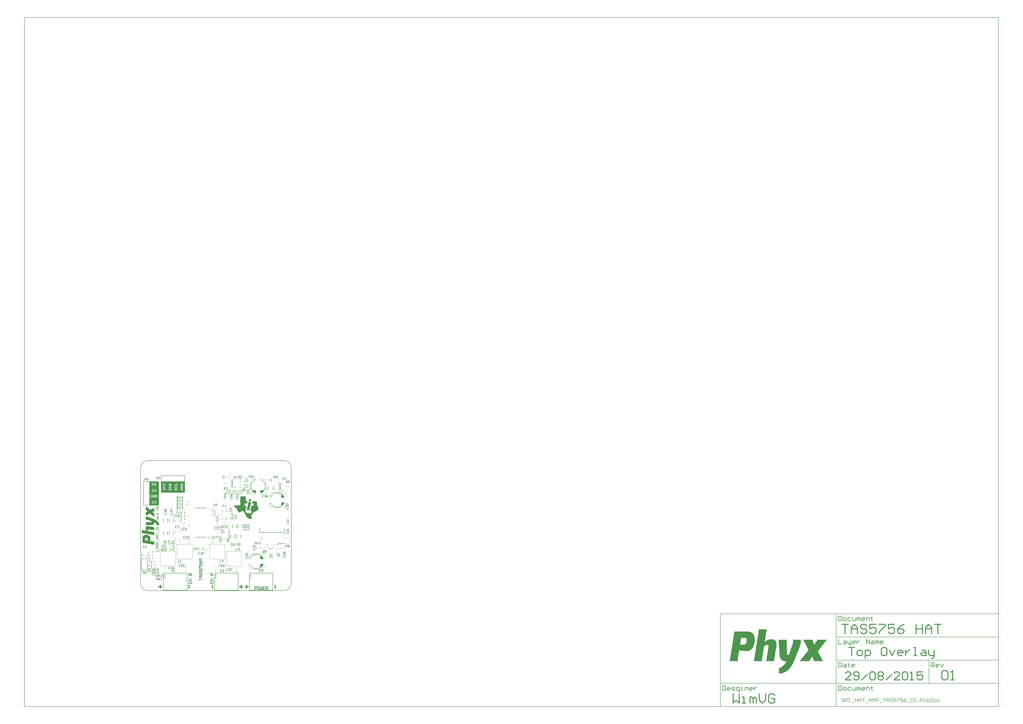
<source format=gto>
G04 Layer_Color=65535*
%FSLAX25Y25*%
%MOIN*%
G70*
G01*
G75*
%ADD32C,0.00984*%
%ADD33C,0.00787*%
%ADD35C,0.01575*%
%ADD36C,0.00591*%
%ADD48C,0.00394*%
G36*
X30748Y155000D02*
X15000D01*
Y165000D01*
X30748D01*
Y155000D01*
D02*
G37*
G36*
Y145000D02*
X15000D01*
Y155000D01*
X30748D01*
Y145000D01*
D02*
G37*
G36*
X208661Y45026D02*
X208564Y44283D01*
X208180Y43358D01*
X207724Y42763D01*
X207548Y42587D01*
X203543Y38583D01*
Y45276D01*
X208661D01*
Y45026D01*
D02*
G37*
G36*
X187592Y150022D02*
X187660D01*
Y149954D01*
X187728D01*
Y149886D01*
X187660D01*
Y149818D01*
X187728D01*
Y149750D01*
X187660D01*
Y149682D01*
X187728D01*
Y149614D01*
X187660D01*
Y149546D01*
X187728D01*
Y149478D01*
X187660D01*
Y149546D01*
X187592D01*
Y149478D01*
X187524D01*
Y149410D01*
X187592D01*
Y149342D01*
X187524D01*
Y149410D01*
X187456D01*
Y149342D01*
X187524D01*
Y149274D01*
X187456D01*
Y149342D01*
X187388D01*
Y149274D01*
X187456D01*
Y149206D01*
X187524D01*
Y149138D01*
X187456D01*
Y149070D01*
X187388D01*
Y149002D01*
X187456D01*
Y148934D01*
X187524D01*
Y148866D01*
X187456D01*
Y148798D01*
X187388D01*
Y148730D01*
X187456D01*
Y148662D01*
X187388D01*
Y148594D01*
X187456D01*
Y148526D01*
X187388D01*
Y148458D01*
X187456D01*
Y148390D01*
X187388D01*
Y148458D01*
X187320D01*
Y148390D01*
X187252D01*
Y148322D01*
X187320D01*
Y148254D01*
X187252D01*
Y148187D01*
X187320D01*
Y148118D01*
X187252D01*
Y148050D01*
X187320D01*
Y147983D01*
X187252D01*
Y147915D01*
X187320D01*
Y147847D01*
X187252D01*
Y147779D01*
X187320D01*
Y147711D01*
X187252D01*
Y147779D01*
X187184D01*
Y147711D01*
X187252D01*
Y147643D01*
X187184D01*
Y147711D01*
X187116D01*
Y147643D01*
X187184D01*
Y147575D01*
X187116D01*
Y147507D01*
X187048D01*
Y147439D01*
X187116D01*
Y147371D01*
X187184D01*
Y147303D01*
X187116D01*
Y147371D01*
X187048D01*
Y147303D01*
X187116D01*
Y147235D01*
X187048D01*
Y147303D01*
X186980D01*
Y147235D01*
X187048D01*
Y147167D01*
X187116D01*
Y147099D01*
X187184D01*
Y147031D01*
X187116D01*
Y147099D01*
X187048D01*
Y147031D01*
X187116D01*
Y146963D01*
X187048D01*
Y147031D01*
X186980D01*
Y146963D01*
X187048D01*
Y146895D01*
X186980D01*
Y146827D01*
X187048D01*
Y146759D01*
X186980D01*
Y146691D01*
X187048D01*
Y146623D01*
X186980D01*
Y146555D01*
X186913D01*
Y146623D01*
X186845D01*
Y146555D01*
X186913D01*
Y146487D01*
X186845D01*
Y146419D01*
X186913D01*
Y146351D01*
X186845D01*
Y146283D01*
X186913D01*
Y146215D01*
X186845D01*
Y146148D01*
X186913D01*
Y146080D01*
X186845D01*
Y146012D01*
X186913D01*
Y145944D01*
X186845D01*
Y145876D01*
X186777D01*
Y145808D01*
X186845D01*
Y145740D01*
X186913D01*
Y145672D01*
X186845D01*
Y145740D01*
X186777D01*
Y145672D01*
X186709D01*
Y145604D01*
X186777D01*
Y145536D01*
X186709D01*
Y145604D01*
X186641D01*
Y145536D01*
X186709D01*
Y145468D01*
X186777D01*
Y145400D01*
X186709D01*
Y145332D01*
X186777D01*
Y145264D01*
X186709D01*
Y145332D01*
X186641D01*
Y145264D01*
X186709D01*
Y145196D01*
X186777D01*
Y145128D01*
X186709D01*
Y145060D01*
X186641D01*
Y145128D01*
X186573D01*
Y145060D01*
X186641D01*
Y144992D01*
X186573D01*
Y144924D01*
X186641D01*
Y144856D01*
X186573D01*
Y144788D01*
X186641D01*
Y144720D01*
X186573D01*
Y144652D01*
X186641D01*
Y144584D01*
X186573D01*
Y144652D01*
X186505D01*
Y144584D01*
X186437D01*
Y144516D01*
X186505D01*
Y144448D01*
X186437D01*
Y144380D01*
X186505D01*
Y144313D01*
X186437D01*
Y144245D01*
X186505D01*
Y144176D01*
X186437D01*
Y144109D01*
X186505D01*
Y144041D01*
X186437D01*
Y143973D01*
X186505D01*
Y143905D01*
X186437D01*
Y143973D01*
X186369D01*
Y143905D01*
X186301D01*
Y143837D01*
X186369D01*
Y143769D01*
X186301D01*
Y143701D01*
X186369D01*
Y143633D01*
X186301D01*
Y143565D01*
X186369D01*
Y143497D01*
X186301D01*
Y143429D01*
X186369D01*
Y143361D01*
X186301D01*
Y143293D01*
X186369D01*
Y143225D01*
X186301D01*
Y143293D01*
X186233D01*
Y143225D01*
X186165D01*
Y143157D01*
X186233D01*
Y143089D01*
X186165D01*
Y143021D01*
X186233D01*
Y142953D01*
X186165D01*
Y142885D01*
X186233D01*
Y142817D01*
X186165D01*
Y142749D01*
X186097D01*
Y142817D01*
X186029D01*
Y142749D01*
X186097D01*
Y142681D01*
X186029D01*
Y142613D01*
X186097D01*
Y142545D01*
X186029D01*
Y142477D01*
X186097D01*
Y142410D01*
X186029D01*
Y142341D01*
X186097D01*
Y142273D01*
X186029D01*
Y142206D01*
X186097D01*
Y142138D01*
X186029D01*
Y142070D01*
X186097D01*
Y142002D01*
X186029D01*
Y141934D01*
X186097D01*
Y141866D01*
X186029D01*
Y141934D01*
X185961D01*
Y141866D01*
X185893D01*
Y141798D01*
X185961D01*
Y141730D01*
X185893D01*
Y141662D01*
X185961D01*
Y141594D01*
X185893D01*
Y141526D01*
X185825D01*
Y141458D01*
X185757D01*
Y141390D01*
X185825D01*
Y141322D01*
X185893D01*
Y141254D01*
X185825D01*
Y141322D01*
X185757D01*
Y141254D01*
X185825D01*
Y141186D01*
X185757D01*
Y141118D01*
X185825D01*
Y141050D01*
X185757D01*
Y140982D01*
X185825D01*
Y140914D01*
X185757D01*
Y140982D01*
X185689D01*
Y140914D01*
X185757D01*
Y140846D01*
X185689D01*
Y140914D01*
X185621D01*
Y140846D01*
X185689D01*
Y140778D01*
X185621D01*
Y140710D01*
X185689D01*
Y140642D01*
X185621D01*
Y140574D01*
X185689D01*
Y140506D01*
X185621D01*
Y140438D01*
X185689D01*
Y140371D01*
X185621D01*
Y140303D01*
X185689D01*
Y140235D01*
X185621D01*
Y140167D01*
X185689D01*
Y140099D01*
X185621D01*
Y140167D01*
X185553D01*
Y140099D01*
X185485D01*
Y140031D01*
X185553D01*
Y139963D01*
X185621D01*
Y139895D01*
X185553D01*
Y139963D01*
X185485D01*
Y139895D01*
X185553D01*
Y139827D01*
X185485D01*
Y139759D01*
X185553D01*
Y139691D01*
X185485D01*
Y139759D01*
X185417D01*
Y139691D01*
X185485D01*
Y139623D01*
X185417D01*
Y139691D01*
X185349D01*
Y139623D01*
X185417D01*
Y139555D01*
X185485D01*
Y139487D01*
X185553D01*
Y139419D01*
X185485D01*
Y139487D01*
X185417D01*
Y139555D01*
X185349D01*
Y139487D01*
X185417D01*
Y139419D01*
X185485D01*
Y139351D01*
X185417D01*
Y139419D01*
X185349D01*
Y139351D01*
X185417D01*
Y139283D01*
X185485D01*
Y139215D01*
X185553D01*
Y139147D01*
X185485D01*
Y139215D01*
X185417D01*
Y139283D01*
X185349D01*
Y139215D01*
X185417D01*
Y139147D01*
X185349D01*
Y139079D01*
X185417D01*
Y139011D01*
X185349D01*
Y138943D01*
X185417D01*
Y138875D01*
X185213D01*
Y138807D01*
X185281D01*
Y138739D01*
X185213D01*
Y138671D01*
X185281D01*
Y138603D01*
X185213D01*
Y138535D01*
X185281D01*
Y138468D01*
X185213D01*
Y138400D01*
X185281D01*
Y138332D01*
X185213D01*
Y138264D01*
X185145D01*
Y138332D01*
X185077D01*
Y138264D01*
X185145D01*
Y138196D01*
X185213D01*
Y138128D01*
X185281D01*
Y138060D01*
X185213D01*
Y138128D01*
X185145D01*
Y138060D01*
X185077D01*
Y137992D01*
X185145D01*
Y137924D01*
X185077D01*
Y137856D01*
Y137788D01*
Y137720D01*
X185145D01*
Y137652D01*
X185077D01*
Y137720D01*
X185010D01*
Y137652D01*
X185077D01*
Y137584D01*
X185010D01*
Y137652D01*
X184941D01*
Y137584D01*
X185010D01*
Y137516D01*
X185077D01*
Y137448D01*
X185010D01*
Y137516D01*
X184941D01*
Y137448D01*
X185010D01*
Y137380D01*
X184941D01*
Y137312D01*
X185010D01*
Y137244D01*
X184941D01*
Y137176D01*
X185010D01*
Y137108D01*
X184941D01*
Y137040D01*
X185010D01*
Y136972D01*
X184941D01*
Y137040D01*
X184874D01*
Y136972D01*
X184806D01*
Y136904D01*
X184874D01*
Y136836D01*
X184806D01*
Y136768D01*
X184874D01*
Y136700D01*
X184806D01*
Y136632D01*
X184874D01*
Y136565D01*
X184806D01*
Y136496D01*
X184874D01*
Y136429D01*
X184806D01*
Y136361D01*
X184874D01*
Y136293D01*
X184806D01*
Y136361D01*
X184738D01*
Y136293D01*
X184670D01*
Y136225D01*
X184738D01*
Y136157D01*
X184670D01*
Y136225D01*
X184602D01*
Y136293D01*
X184534D01*
Y136225D01*
X184466D01*
Y136293D01*
X184398D01*
Y136225D01*
X184466D01*
Y136157D01*
X184398D01*
Y136225D01*
X184330D01*
Y136293D01*
X184262D01*
Y136225D01*
X184194D01*
Y136293D01*
X184126D01*
Y136225D01*
X184194D01*
Y136157D01*
X184126D01*
Y136225D01*
X184058D01*
Y136293D01*
X183990D01*
Y136225D01*
X183922D01*
Y136293D01*
X183854D01*
Y136225D01*
X183922D01*
Y136157D01*
X183854D01*
Y136225D01*
X183786D01*
Y136293D01*
X183718D01*
Y136225D01*
X183786D01*
Y136157D01*
X183718D01*
Y136225D01*
X183650D01*
Y136293D01*
X183582D01*
Y136225D01*
X183650D01*
Y136157D01*
X183582D01*
Y136225D01*
X183514D01*
Y136293D01*
X183446D01*
Y136225D01*
X183378D01*
Y136293D01*
X183310D01*
Y136225D01*
X183378D01*
Y136157D01*
X183310D01*
Y136225D01*
X183242D01*
Y136293D01*
X183174D01*
Y136225D01*
X183107D01*
Y136293D01*
X183038D01*
Y136225D01*
X183107D01*
Y136157D01*
X183038D01*
Y136225D01*
X182971D01*
Y136293D01*
X182903D01*
Y136225D01*
X182835D01*
Y136293D01*
X182767D01*
Y136225D01*
X182835D01*
Y136157D01*
X182767D01*
Y136225D01*
X182699D01*
Y136293D01*
X182631D01*
Y136225D01*
X182699D01*
Y136157D01*
X182631D01*
Y136225D01*
X182563D01*
Y136293D01*
X182495D01*
Y136225D01*
X182563D01*
Y136157D01*
X182495D01*
Y136225D01*
X182427D01*
Y136293D01*
X182359D01*
Y136225D01*
X182291D01*
Y136293D01*
X182223D01*
Y136225D01*
X182291D01*
Y136157D01*
X182223D01*
Y136225D01*
X182155D01*
Y136293D01*
X182087D01*
Y136225D01*
X182019D01*
Y136293D01*
X181951D01*
Y136225D01*
X182019D01*
Y136157D01*
X181951D01*
Y136225D01*
X181883D01*
Y136293D01*
X181815D01*
Y136225D01*
X181747D01*
Y136293D01*
X181679D01*
Y136225D01*
X181747D01*
Y136157D01*
X181679D01*
Y136225D01*
X181611D01*
Y136293D01*
X181543D01*
Y136225D01*
X181611D01*
Y136157D01*
X181543D01*
Y136225D01*
X181475D01*
Y136293D01*
X181407D01*
Y136225D01*
X181475D01*
Y136157D01*
X181407D01*
Y136225D01*
X181339D01*
Y136293D01*
X181271D01*
Y136225D01*
X181203D01*
Y136293D01*
X181135D01*
Y136225D01*
X181203D01*
Y136157D01*
X181135D01*
Y136225D01*
X181068D01*
Y136293D01*
X181000D01*
Y136225D01*
X180932D01*
Y136293D01*
X180864D01*
Y136225D01*
X180932D01*
Y136157D01*
X180864D01*
Y136225D01*
X180796D01*
Y136293D01*
X180728D01*
Y136225D01*
X180660D01*
Y136293D01*
X180592D01*
Y136225D01*
X180660D01*
Y136157D01*
X180592D01*
Y136225D01*
X180524D01*
Y136293D01*
X180456D01*
Y136361D01*
X180388D01*
Y136429D01*
X180456D01*
Y136361D01*
X180524D01*
Y136429D01*
X180456D01*
Y136496D01*
X180524D01*
Y136565D01*
X180456D01*
Y136632D01*
X180524D01*
Y136700D01*
X180456D01*
Y136768D01*
X180524D01*
Y136836D01*
X180456D01*
Y136904D01*
X180524D01*
Y136972D01*
X180456D01*
Y137040D01*
X180524D01*
Y137108D01*
X180456D01*
Y137176D01*
X180524D01*
Y137244D01*
X180592D01*
Y137176D01*
X180660D01*
Y137244D01*
X180592D01*
Y137312D01*
X180660D01*
Y137380D01*
X180592D01*
Y137448D01*
X180660D01*
Y137516D01*
X180592D01*
Y137584D01*
X180796D01*
Y137652D01*
X180728D01*
Y137720D01*
X180660D01*
Y137788D01*
X180728D01*
Y137720D01*
X180796D01*
Y137788D01*
X180728D01*
Y137856D01*
X180796D01*
Y137924D01*
X180728D01*
Y137992D01*
X180660D01*
Y138060D01*
X180592D01*
Y138128D01*
X180660D01*
Y138060D01*
X180728D01*
Y137992D01*
X180796D01*
Y138060D01*
X180728D01*
Y138128D01*
X180796D01*
Y138196D01*
X180728D01*
Y138264D01*
X180796D01*
Y138332D01*
X180728D01*
Y138400D01*
X180796D01*
Y138468D01*
X180864D01*
Y138400D01*
X180932D01*
Y138468D01*
X180864D01*
Y138535D01*
X180932D01*
Y138603D01*
X180864D01*
Y138671D01*
X180932D01*
Y138739D01*
X180864D01*
Y138807D01*
X180932D01*
Y138875D01*
X180864D01*
Y138943D01*
X180932D01*
Y139011D01*
X181000D01*
Y139079D01*
X180932D01*
Y139147D01*
X180864D01*
Y139215D01*
X180932D01*
Y139147D01*
X181000D01*
Y139079D01*
X181068D01*
Y139147D01*
X181000D01*
Y139215D01*
X181068D01*
Y139283D01*
X181000D01*
Y139351D01*
X181068D01*
Y139419D01*
X181135D01*
Y139487D01*
X181068D01*
Y139555D01*
X181135D01*
Y139487D01*
X181203D01*
Y139555D01*
X181135D01*
Y139623D01*
X181068D01*
Y139691D01*
X181135D01*
Y139759D01*
X181068D01*
Y139827D01*
X181135D01*
Y139759D01*
X181203D01*
Y139827D01*
X181135D01*
Y139895D01*
X181203D01*
Y139963D01*
X181135D01*
Y140031D01*
X181203D01*
Y140099D01*
X181135D01*
Y140167D01*
X181203D01*
Y140235D01*
X181135D01*
Y140303D01*
X181203D01*
Y140371D01*
X181271D01*
Y140303D01*
X181339D01*
Y140371D01*
X181271D01*
Y140438D01*
X181339D01*
Y140506D01*
X181271D01*
Y140574D01*
X181339D01*
Y140642D01*
X181271D01*
Y140710D01*
X181339D01*
Y140778D01*
X181271D01*
Y140846D01*
X181339D01*
Y140778D01*
X181407D01*
Y140846D01*
X181339D01*
Y140914D01*
X181407D01*
Y140846D01*
X181475D01*
Y140914D01*
X181407D01*
Y140982D01*
X181339D01*
Y141050D01*
X181407D01*
Y141118D01*
X181339D01*
Y141186D01*
X181271D01*
Y141254D01*
X181339D01*
Y141186D01*
X181407D01*
Y141118D01*
X181475D01*
Y141186D01*
X181407D01*
Y141254D01*
X181475D01*
Y141322D01*
X181407D01*
Y141390D01*
X181475D01*
Y141458D01*
X181543D01*
Y141526D01*
X181475D01*
Y141594D01*
X181407D01*
Y141662D01*
X181475D01*
Y141594D01*
X181543D01*
Y141526D01*
X181611D01*
Y141594D01*
X181543D01*
Y141662D01*
X181611D01*
Y141730D01*
X181543D01*
Y141798D01*
X181611D01*
Y141866D01*
X181543D01*
Y141934D01*
X181611D01*
Y142002D01*
X181543D01*
Y142070D01*
X181611D01*
Y142138D01*
X181543D01*
Y142206D01*
X181611D01*
Y142138D01*
X181679D01*
Y142206D01*
X181747D01*
Y142273D01*
X181679D01*
Y142341D01*
X181747D01*
Y142410D01*
X181679D01*
Y142477D01*
X181747D01*
Y142545D01*
X181815D01*
Y142613D01*
X181747D01*
Y142681D01*
X181679D01*
Y142749D01*
X181747D01*
Y142817D01*
X181815D01*
Y142885D01*
X181747D01*
Y142953D01*
X181679D01*
Y143021D01*
X181883D01*
Y143089D01*
X181815D01*
Y143157D01*
X181883D01*
Y143225D01*
X181815D01*
Y143293D01*
X181883D01*
Y143225D01*
X181951D01*
Y143293D01*
X181883D01*
Y143361D01*
X181815D01*
Y143429D01*
X181883D01*
Y143497D01*
X181951D01*
Y143429D01*
X182019D01*
Y143497D01*
X181951D01*
Y143565D01*
X182019D01*
Y143633D01*
X181951D01*
Y143701D01*
X182019D01*
Y143769D01*
X181951D01*
Y143837D01*
X182019D01*
Y143905D01*
X181951D01*
Y143973D01*
X182019D01*
Y144041D01*
X181951D01*
Y144109D01*
X182155D01*
Y144176D01*
X182087D01*
Y144245D01*
X182155D01*
Y144313D01*
X182087D01*
Y144380D01*
X182155D01*
Y144448D01*
X182087D01*
Y144516D01*
X182155D01*
Y144584D01*
X182087D01*
Y144652D01*
X182155D01*
Y144720D01*
X182087D01*
Y144788D01*
X182155D01*
Y144856D01*
X182087D01*
Y144924D01*
X182155D01*
Y144856D01*
X182223D01*
Y144924D01*
X182291D01*
Y144992D01*
X182223D01*
Y145060D01*
X182291D01*
Y145128D01*
X182223D01*
Y145196D01*
X182291D01*
Y145264D01*
X182359D01*
Y145196D01*
X182427D01*
Y145264D01*
X182359D01*
Y145332D01*
X182427D01*
Y145400D01*
X182359D01*
Y145468D01*
X182427D01*
Y145536D01*
X182359D01*
Y145604D01*
X182291D01*
Y145672D01*
X182359D01*
Y145604D01*
X182427D01*
Y145672D01*
X182359D01*
Y145740D01*
X182427D01*
Y145808D01*
X182359D01*
Y145876D01*
X182427D01*
Y145944D01*
X182359D01*
Y146012D01*
X182427D01*
Y146080D01*
X182495D01*
Y146012D01*
X182563D01*
Y146080D01*
X182495D01*
Y146148D01*
X182563D01*
Y146215D01*
X182495D01*
Y146283D01*
X182563D01*
Y146351D01*
X182495D01*
Y146419D01*
X182563D01*
Y146487D01*
X182495D01*
Y146555D01*
X182563D01*
Y146623D01*
X182495D01*
Y146691D01*
X182563D01*
Y146623D01*
X182631D01*
Y146691D01*
X182563D01*
Y146759D01*
X182495D01*
Y146827D01*
X182563D01*
Y146759D01*
X182631D01*
Y146691D01*
X182699D01*
Y146759D01*
X182631D01*
Y146827D01*
X182699D01*
Y146895D01*
X182631D01*
Y146963D01*
X182563D01*
Y147031D01*
X182631D01*
Y146963D01*
X182699D01*
Y147031D01*
X182631D01*
Y147099D01*
X182699D01*
Y147167D01*
X182767D01*
Y147099D01*
X182835D01*
Y147167D01*
X182767D01*
Y147235D01*
Y147303D01*
Y147371D01*
X182699D01*
Y147439D01*
X182767D01*
Y147371D01*
X182835D01*
Y147439D01*
X182767D01*
Y147507D01*
X182835D01*
Y147575D01*
X182767D01*
Y147643D01*
X182835D01*
Y147711D01*
X182767D01*
Y147779D01*
X182835D01*
Y147847D01*
X182767D01*
Y147915D01*
X182971D01*
Y147983D01*
X182903D01*
Y148050D01*
X182971D01*
Y148118D01*
X182903D01*
Y148187D01*
X182971D01*
Y148254D01*
X182903D01*
Y148322D01*
X182971D01*
Y148390D01*
X182903D01*
Y148458D01*
X182971D01*
Y148526D01*
X183038D01*
Y148458D01*
X183107D01*
Y148526D01*
X183038D01*
Y148594D01*
X182971D01*
Y148662D01*
X183038D01*
Y148730D01*
X182971D01*
Y148798D01*
X183038D01*
Y148730D01*
X183107D01*
Y148798D01*
X183038D01*
Y148866D01*
X182971D01*
Y148934D01*
X183038D01*
Y149002D01*
X183107D01*
Y149070D01*
X183174D01*
Y149138D01*
X183107D01*
Y149206D01*
X183038D01*
Y149274D01*
X183107D01*
Y149206D01*
X183174D01*
Y149138D01*
X183242D01*
Y149206D01*
X183174D01*
Y149274D01*
X183242D01*
Y149342D01*
X183174D01*
Y149410D01*
X183242D01*
Y149478D01*
X183174D01*
Y149546D01*
X183242D01*
Y149614D01*
X183174D01*
Y149682D01*
X183242D01*
Y149750D01*
X183174D01*
Y149818D01*
X183242D01*
Y149886D01*
X183310D01*
Y149818D01*
X183378D01*
Y149886D01*
X183310D01*
Y149954D01*
X183378D01*
Y150022D01*
X183310D01*
Y150090D01*
X187592D01*
Y150022D01*
D02*
G37*
G36*
X45000Y166535D02*
X35000D01*
Y185000D01*
X45000D01*
Y166535D01*
D02*
G37*
G36*
X30748Y165000D02*
X15000D01*
Y175000D01*
X30748D01*
Y165000D01*
D02*
G37*
G36*
X11068Y125399D02*
X11680D01*
Y125297D01*
X12190D01*
Y125195D01*
X12496D01*
Y125093D01*
X12905D01*
Y124991D01*
X13211D01*
Y124889D01*
X13517D01*
Y124787D01*
X13823D01*
Y124685D01*
X14027D01*
Y124583D01*
X14333D01*
Y124480D01*
X14537D01*
Y124379D01*
X14843D01*
Y124276D01*
X15047D01*
Y124174D01*
X15353D01*
Y124072D01*
X15557D01*
Y123970D01*
X15864D01*
Y123868D01*
X16068D01*
Y123766D01*
X16374D01*
Y123664D01*
X16578D01*
Y123562D01*
X16884D01*
Y123460D01*
X17088D01*
Y123358D01*
X17394D01*
Y123256D01*
X17598D01*
Y123154D01*
X17904D01*
Y123052D01*
X18108D01*
Y122950D01*
X18414D01*
Y122848D01*
X18618D01*
Y122746D01*
X18924D01*
Y122644D01*
X19128D01*
Y122542D01*
X19435D01*
Y122440D01*
X19639D01*
Y122338D01*
X19945D01*
Y122236D01*
X20149D01*
Y122134D01*
X20455D01*
Y122032D01*
X20659D01*
Y121930D01*
X20863D01*
Y121828D01*
X21169D01*
Y121726D01*
X21373D01*
Y121624D01*
X21679D01*
Y121522D01*
X21985D01*
Y121420D01*
X22189D01*
Y121318D01*
X22393D01*
Y121215D01*
X22700D01*
Y121114D01*
X22904D01*
Y121011D01*
X23210D01*
Y120909D01*
X23414D01*
Y120807D01*
X23720D01*
Y120705D01*
X23924D01*
Y120603D01*
X24128D01*
Y120501D01*
X24332D01*
Y120399D01*
X24536D01*
Y120297D01*
X24740D01*
Y120195D01*
X24944D01*
Y120093D01*
X25148D01*
Y119991D01*
X25352D01*
Y119889D01*
X25556D01*
Y119787D01*
X25659D01*
Y119685D01*
X25863D01*
Y119583D01*
X26067D01*
Y119481D01*
X26169D01*
Y119379D01*
X26373D01*
Y119277D01*
X26577D01*
Y119175D01*
X26679D01*
Y119073D01*
X26883D01*
Y118971D01*
X26985D01*
Y118869D01*
X27087D01*
Y118767D01*
X27291D01*
Y118665D01*
X27393D01*
Y118563D01*
X27495D01*
Y118461D01*
X27699D01*
Y118359D01*
X27801D01*
Y118257D01*
X27903D01*
Y118155D01*
X28005D01*
Y118052D01*
X28107D01*
Y117950D01*
X28311D01*
Y117849D01*
X28413D01*
Y117746D01*
X28515D01*
Y117644D01*
X28618D01*
Y117542D01*
X28719D01*
Y117440D01*
X28822D01*
Y117338D01*
X28924D01*
Y117236D01*
X29026D01*
Y117134D01*
X29128D01*
Y117032D01*
X29230D01*
Y116828D01*
X29332D01*
Y116726D01*
X29434D01*
Y116624D01*
X29536D01*
Y116522D01*
X29638D01*
Y116420D01*
X29740D01*
Y116216D01*
X29842D01*
Y116114D01*
X29944D01*
Y115910D01*
X30046D01*
Y115808D01*
X30148D01*
Y115604D01*
X30250D01*
Y115502D01*
X30352D01*
Y115298D01*
X30454D01*
Y115094D01*
X30556D01*
Y114992D01*
X30658D01*
Y114787D01*
X30760D01*
Y114481D01*
X30862D01*
Y114277D01*
X30964D01*
Y114073D01*
X31066D01*
Y113767D01*
X31168D01*
Y113461D01*
X31270D01*
Y113155D01*
X31372D01*
Y112747D01*
X31474D01*
Y112339D01*
X31576D01*
Y111625D01*
X31678D01*
Y110910D01*
X28107D01*
Y111012D01*
X28005D01*
Y111216D01*
X27903D01*
Y111420D01*
X27801D01*
Y111625D01*
X27699D01*
Y111726D01*
X27597D01*
Y111931D01*
X27495D01*
Y112135D01*
X27393D01*
Y112339D01*
X27291D01*
Y112441D01*
X27189D01*
Y112645D01*
X27087D01*
Y112747D01*
X26985D01*
Y112951D01*
X26883D01*
Y113053D01*
X26781D01*
Y113155D01*
X26679D01*
Y113359D01*
X26577D01*
Y113461D01*
X26475D01*
Y113563D01*
X26373D01*
Y113665D01*
X26271D01*
Y113767D01*
X26169D01*
Y113869D01*
X26067D01*
Y113971D01*
X25965D01*
Y114073D01*
X25863D01*
Y114175D01*
X25761D01*
Y114277D01*
X25659D01*
Y114379D01*
X25556D01*
Y114481D01*
X25455D01*
Y114583D01*
X25250D01*
Y114685D01*
X25148D01*
Y114787D01*
X25046D01*
Y114890D01*
X24842D01*
Y114992D01*
X24740D01*
Y115094D01*
X24536D01*
Y115196D01*
X24434D01*
Y115298D01*
X24230D01*
Y115400D01*
X24026D01*
Y115502D01*
X23822D01*
Y115604D01*
X23618D01*
Y115706D01*
X23414D01*
Y115196D01*
X23312D01*
Y114379D01*
X23210D01*
Y113971D01*
X23108D01*
Y113665D01*
X23006D01*
Y113461D01*
X22904D01*
Y113257D01*
X22802D01*
Y113053D01*
X22700D01*
Y112849D01*
X22598D01*
Y112747D01*
X22496D01*
Y112645D01*
X22393D01*
Y112441D01*
X22189D01*
Y112339D01*
X22087D01*
Y112237D01*
X21985D01*
Y112135D01*
X21883D01*
Y112033D01*
X21679D01*
Y111931D01*
X21577D01*
Y111829D01*
X21373D01*
Y111726D01*
X21169D01*
Y111625D01*
X20863D01*
Y111522D01*
X20557D01*
Y111420D01*
X20149D01*
Y111318D01*
X19333D01*
Y111216D01*
X17700D01*
Y111114D01*
X16272D01*
Y111012D01*
X14639D01*
Y110910D01*
X13007D01*
Y110808D01*
X11476D01*
Y110706D01*
X9844D01*
Y110604D01*
X8925D01*
Y116012D01*
X11884D01*
Y116114D01*
X15966D01*
Y116216D01*
X18414D01*
Y116318D01*
X18720D01*
Y116420D01*
X18822D01*
Y116522D01*
X18924D01*
Y116624D01*
X19026D01*
Y116726D01*
X19128D01*
Y117032D01*
X19230D01*
Y117338D01*
X19026D01*
Y117440D01*
X18822D01*
Y117542D01*
X18516D01*
Y117644D01*
X18210D01*
Y117746D01*
X17904D01*
Y117849D01*
X17700D01*
Y117950D01*
X17394D01*
Y118052D01*
X17088D01*
Y118155D01*
X16782D01*
Y118257D01*
X16578D01*
Y118359D01*
X16272D01*
Y118461D01*
X15966D01*
Y118563D01*
X15659D01*
Y118665D01*
X15353D01*
Y118767D01*
X15149D01*
Y118869D01*
X14843D01*
Y118971D01*
X14537D01*
Y119073D01*
X14231D01*
Y119175D01*
X14027D01*
Y119277D01*
X13721D01*
Y119379D01*
X13415D01*
Y119481D01*
X13109D01*
Y119583D01*
X12905D01*
Y119685D01*
X12598D01*
Y119787D01*
X12292D01*
Y119889D01*
X11884D01*
Y119991D01*
X11476D01*
Y120093D01*
X11068D01*
Y120195D01*
X10558D01*
Y120297D01*
X9742D01*
Y120399D01*
X8823D01*
Y125399D01*
X8925D01*
Y125501D01*
X11068D01*
Y125399D01*
D02*
G37*
G36*
X244094Y149357D02*
X243997Y148614D01*
X243614Y147689D01*
X243157Y147094D01*
X242981Y146918D01*
X238976Y142913D01*
Y149606D01*
X244094D01*
Y149357D01*
D02*
G37*
G36*
X9027Y142744D02*
X9231D01*
Y142642D01*
X9333D01*
Y142540D01*
X9435D01*
Y142438D01*
X9640D01*
Y142336D01*
X9742D01*
Y142234D01*
X9844D01*
Y142132D01*
X10048D01*
Y142030D01*
X10150D01*
Y141928D01*
X10252D01*
Y141826D01*
X10354D01*
Y141724D01*
X10558D01*
Y141622D01*
X10660D01*
Y141520D01*
X10762D01*
Y141418D01*
X10966D01*
Y141316D01*
X11068D01*
Y141214D01*
X11170D01*
Y141112D01*
X11374D01*
Y141010D01*
X11476D01*
Y140908D01*
X11578D01*
Y140806D01*
X11680D01*
Y140704D01*
X11884D01*
Y140602D01*
X11986D01*
Y140500D01*
X12088D01*
Y140398D01*
X12292D01*
Y140296D01*
X12394D01*
Y140193D01*
X12496D01*
Y140092D01*
X12700D01*
Y139989D01*
X12802D01*
Y139887D01*
X12905D01*
Y139785D01*
X13007D01*
Y139683D01*
X13211D01*
Y139581D01*
X13313D01*
Y139479D01*
X13415D01*
Y139377D01*
X13619D01*
Y139275D01*
X13721D01*
Y139173D01*
X13823D01*
Y139071D01*
X14027D01*
Y138969D01*
X14129D01*
Y138867D01*
X14231D01*
Y138765D01*
X14333D01*
Y138663D01*
X14537D01*
Y138561D01*
X14639D01*
Y138459D01*
X14741D01*
Y138357D01*
X14945D01*
Y138255D01*
X15047D01*
Y138153D01*
X15149D01*
Y138051D01*
X15353D01*
Y137949D01*
X15455D01*
Y137847D01*
X15557D01*
Y137745D01*
X15659D01*
Y137643D01*
X15864D01*
Y137541D01*
X15966D01*
Y137439D01*
X16068D01*
Y137337D01*
X16272D01*
Y137235D01*
X16374D01*
Y137133D01*
X16476D01*
Y137030D01*
X16578D01*
Y136928D01*
X16884D01*
Y137030D01*
X17088D01*
Y137133D01*
X17292D01*
Y137235D01*
X17496D01*
Y137337D01*
X17700D01*
Y137439D01*
X17802D01*
Y137541D01*
X18006D01*
Y137643D01*
X18210D01*
Y137745D01*
X18414D01*
Y137847D01*
X18618D01*
Y137949D01*
X18822D01*
Y138051D01*
X19026D01*
Y138153D01*
X19230D01*
Y138255D01*
X19333D01*
Y138357D01*
X19537D01*
Y138459D01*
X19741D01*
Y138561D01*
X19945D01*
Y138663D01*
X20149D01*
Y138765D01*
X20353D01*
Y138867D01*
X20557D01*
Y138969D01*
X20761D01*
Y139071D01*
X20863D01*
Y139173D01*
X21067D01*
Y139275D01*
X21271D01*
Y139377D01*
X21475D01*
Y139479D01*
X21679D01*
Y139581D01*
X21883D01*
Y139683D01*
X22087D01*
Y139785D01*
X22291D01*
Y139887D01*
X22393D01*
Y139989D01*
X22598D01*
Y140092D01*
X22802D01*
Y140193D01*
X23006D01*
Y140296D01*
X23210D01*
Y140398D01*
X23312D01*
Y134378D01*
X23108D01*
Y134276D01*
X22904D01*
Y134174D01*
X22598D01*
Y134072D01*
X22291D01*
Y133969D01*
X22087D01*
Y133868D01*
X21781D01*
Y133765D01*
X21475D01*
Y133663D01*
X21169D01*
Y133561D01*
X20965D01*
Y133459D01*
X20659D01*
Y133357D01*
X20353D01*
Y133255D01*
X20251D01*
Y133051D01*
X20455D01*
Y132949D01*
X20557D01*
Y132847D01*
X20761D01*
Y132745D01*
X20863D01*
Y132643D01*
X21067D01*
Y132541D01*
X21169D01*
Y132439D01*
X21271D01*
Y132337D01*
X21475D01*
Y132235D01*
X21577D01*
Y132133D01*
X21781D01*
Y132031D01*
X21883D01*
Y131929D01*
X22087D01*
Y131827D01*
X22189D01*
Y131725D01*
X22393D01*
Y131623D01*
X22496D01*
Y131521D01*
X22700D01*
Y131419D01*
X22802D01*
Y131317D01*
X22904D01*
Y131215D01*
X23108D01*
Y131113D01*
X23210D01*
Y131011D01*
X23312D01*
Y124787D01*
X23210D01*
Y124889D01*
X23108D01*
Y124991D01*
X23006D01*
Y125093D01*
X22802D01*
Y125195D01*
X22700D01*
Y125297D01*
X22598D01*
Y125399D01*
X22496D01*
Y125501D01*
X22291D01*
Y125603D01*
X22189D01*
Y125705D01*
X22087D01*
Y125807D01*
X21883D01*
Y125909D01*
X21781D01*
Y126011D01*
X21679D01*
Y126113D01*
X21577D01*
Y126215D01*
X21373D01*
Y126317D01*
X21271D01*
Y126419D01*
X21169D01*
Y126521D01*
X20965D01*
Y126623D01*
X20863D01*
Y126725D01*
X20761D01*
Y126827D01*
X20659D01*
Y126929D01*
X20455D01*
Y127031D01*
X20353D01*
Y127133D01*
X20251D01*
Y127235D01*
X20047D01*
Y127337D01*
X19945D01*
Y127439D01*
X19843D01*
Y127541D01*
X19741D01*
Y127644D01*
X19537D01*
Y127746D01*
X19435D01*
Y127848D01*
X19333D01*
Y127950D01*
X19230D01*
Y128052D01*
X19026D01*
Y128154D01*
X18924D01*
Y128256D01*
X18822D01*
Y128358D01*
X18618D01*
Y128460D01*
X18516D01*
Y128562D01*
X18414D01*
Y128664D01*
X18312D01*
Y128766D01*
X18108D01*
Y128868D01*
X18006D01*
Y128970D01*
X17904D01*
Y129072D01*
X17700D01*
Y129174D01*
X17598D01*
Y129276D01*
X17496D01*
Y129378D01*
X17394D01*
Y129480D01*
X17190D01*
Y129582D01*
X17088D01*
Y129684D01*
X16986D01*
Y129786D01*
X16782D01*
Y129888D01*
X16680D01*
Y129990D01*
X16578D01*
Y130092D01*
X16476D01*
Y130194D01*
X16272D01*
Y130296D01*
X16170D01*
Y130398D01*
X16068D01*
Y130500D01*
X15966D01*
Y130603D01*
X15864D01*
Y130704D01*
X15557D01*
Y130603D01*
X15455D01*
Y130500D01*
X15251D01*
Y130398D01*
X15047D01*
Y130296D01*
X14843D01*
Y130194D01*
X14639D01*
Y130092D01*
X14537D01*
Y129990D01*
X14333D01*
Y129888D01*
X14129D01*
Y129786D01*
X13925D01*
Y129684D01*
X13721D01*
Y129582D01*
X13517D01*
Y129480D01*
X13313D01*
Y129378D01*
X13109D01*
Y129276D01*
X13007D01*
Y129174D01*
X12802D01*
Y129072D01*
X12598D01*
Y128970D01*
X12394D01*
Y128868D01*
X12190D01*
Y128766D01*
X11986D01*
Y128664D01*
X11782D01*
Y128562D01*
X11578D01*
Y128460D01*
X11476D01*
Y128358D01*
X11272D01*
Y128256D01*
X11068D01*
Y128154D01*
X10864D01*
Y128052D01*
X10660D01*
Y127950D01*
X10456D01*
Y127848D01*
X10252D01*
Y127746D01*
X10150D01*
Y127644D01*
X9946D01*
Y127541D01*
X9742D01*
Y127439D01*
X9538D01*
Y127337D01*
X9333D01*
Y127235D01*
X9129D01*
Y127133D01*
X9027D01*
Y127031D01*
X8925D01*
Y133357D01*
X9231D01*
Y133459D01*
X9538D01*
Y133561D01*
X9844D01*
Y133663D01*
X10150D01*
Y133765D01*
X10558D01*
Y133868D01*
X10762D01*
Y133969D01*
X11068D01*
Y134072D01*
X11476D01*
Y134174D01*
X11782D01*
Y134276D01*
X12088D01*
Y134378D01*
X12190D01*
Y134582D01*
X11986D01*
Y134684D01*
X11884D01*
Y134786D01*
X11680D01*
Y134888D01*
X11578D01*
Y134990D01*
X11374D01*
Y135092D01*
X11272D01*
Y135194D01*
X11068D01*
Y135296D01*
X10966D01*
Y135398D01*
X10762D01*
Y135500D01*
X10660D01*
Y135602D01*
X10456D01*
Y135704D01*
X10354D01*
Y135806D01*
X10150D01*
Y135908D01*
X10048D01*
Y136010D01*
X9844D01*
Y136112D01*
X9640D01*
Y136214D01*
X9538D01*
Y136316D01*
X9333D01*
Y136418D01*
X9231D01*
Y136520D01*
X9027D01*
Y136622D01*
X8925D01*
Y142846D01*
X9027D01*
Y142744D01*
D02*
G37*
G36*
X207548Y55838D02*
X207724Y55662D01*
X208180Y55067D01*
X208564Y54142D01*
X208661Y53399D01*
Y53150D01*
X203543D01*
Y59842D01*
X207548Y55838D01*
D02*
G37*
G36*
X10048Y94483D02*
X10864D01*
Y94381D01*
X11374D01*
Y94279D01*
X11782D01*
Y94177D01*
X12190D01*
Y94075D01*
X12496D01*
Y93973D01*
X12802D01*
Y93871D01*
X13109D01*
Y93769D01*
X13415D01*
Y93667D01*
X13619D01*
Y93565D01*
X13823D01*
Y93463D01*
X14027D01*
Y93361D01*
X14231D01*
Y93259D01*
X14333D01*
Y93157D01*
X14537D01*
Y93055D01*
X14639D01*
Y92953D01*
X14843D01*
Y92851D01*
X14945D01*
Y92748D01*
X15047D01*
Y92646D01*
X15149D01*
Y92545D01*
X15251D01*
Y92442D01*
X15353D01*
Y92340D01*
X15455D01*
Y92238D01*
X15557D01*
Y92136D01*
X15659D01*
Y91932D01*
X15761D01*
Y91830D01*
X15864D01*
Y91626D01*
X15966D01*
Y91524D01*
X16068D01*
Y91320D01*
X16170D01*
Y91014D01*
X16272D01*
Y90708D01*
X16374D01*
Y90402D01*
X16476D01*
Y89790D01*
X16578D01*
Y87239D01*
X16476D01*
Y86321D01*
X16374D01*
Y85708D01*
X16272D01*
Y85198D01*
X16170D01*
Y84688D01*
X16068D01*
Y84382D01*
X15966D01*
Y84178D01*
X16272D01*
Y84076D01*
X16986D01*
Y83974D01*
X17598D01*
Y83872D01*
X18210D01*
Y83770D01*
X18924D01*
Y83668D01*
X19537D01*
Y83566D01*
X20149D01*
Y83464D01*
X20863D01*
Y83362D01*
X21475D01*
Y83260D01*
X22189D01*
Y83157D01*
X22802D01*
Y83056D01*
X23312D01*
Y77852D01*
X22802D01*
Y77954D01*
X22087D01*
Y78056D01*
X21475D01*
Y78158D01*
X20863D01*
Y78260D01*
X20149D01*
Y78362D01*
X19537D01*
Y78464D01*
X18924D01*
Y78566D01*
X18210D01*
Y78668D01*
X17598D01*
Y78770D01*
X16986D01*
Y78872D01*
X16272D01*
Y78974D01*
X15659D01*
Y79076D01*
X15047D01*
Y79178D01*
X14333D01*
Y79280D01*
X13721D01*
Y79382D01*
X13109D01*
Y79484D01*
X12394D01*
Y79586D01*
X11782D01*
Y79688D01*
X11170D01*
Y79791D01*
X10558D01*
Y79892D01*
X9844D01*
Y79994D01*
X9231D01*
Y80097D01*
X8619D01*
Y80199D01*
X7905D01*
Y80301D01*
X7293D01*
Y80403D01*
X6681D01*
Y80505D01*
X5966D01*
Y80607D01*
X5456D01*
Y80709D01*
X4742D01*
Y80811D01*
X4130D01*
Y80913D01*
X3416D01*
Y81015D01*
X3314D01*
Y89790D01*
X3416D01*
Y90606D01*
X3518D01*
Y91116D01*
X3620D01*
Y91422D01*
X3722D01*
Y91728D01*
X3824D01*
Y91932D01*
X3926D01*
Y92136D01*
X4028D01*
Y92340D01*
X4130D01*
Y92545D01*
X4232D01*
Y92646D01*
X4334D01*
Y92851D01*
X4436D01*
Y92953D01*
X4538D01*
Y93055D01*
X4640D01*
Y93157D01*
X4742D01*
Y93259D01*
X4844D01*
Y93361D01*
X4946D01*
Y93463D01*
X5048D01*
Y93565D01*
X5150D01*
Y93667D01*
X5354D01*
Y93769D01*
X5456D01*
Y93871D01*
X5660D01*
Y93973D01*
X5864D01*
Y94075D01*
X6068D01*
Y94177D01*
X6272D01*
Y94279D01*
X6578D01*
Y94381D01*
X6987D01*
Y94483D01*
X7497D01*
Y94585D01*
X10048D01*
Y94483D01*
D02*
G37*
G36*
X13109Y109074D02*
X13823D01*
Y108972D01*
X14537D01*
Y108870D01*
X15149D01*
Y108768D01*
X15761D01*
Y108666D01*
X16374D01*
Y108563D01*
X17088D01*
Y108461D01*
X17700D01*
Y108360D01*
X18312D01*
Y108257D01*
X19026D01*
Y108155D01*
X19639D01*
Y108053D01*
X20251D01*
Y107951D01*
X20965D01*
Y107849D01*
X21577D01*
Y107747D01*
X22189D01*
Y107645D01*
X22904D01*
Y107543D01*
X23312D01*
Y102340D01*
X22700D01*
Y102442D01*
X22087D01*
Y102544D01*
X21475D01*
Y102646D01*
X20761D01*
Y102748D01*
X20149D01*
Y102850D01*
X19537D01*
Y102952D01*
X18822D01*
Y103054D01*
X18210D01*
Y103156D01*
X17598D01*
Y103258D01*
X16884D01*
Y103360D01*
X16272D01*
Y103462D01*
X15659D01*
Y103564D01*
X14945D01*
Y103666D01*
X14333D01*
Y103768D01*
X13721D01*
Y103870D01*
X13007D01*
Y103768D01*
X12802D01*
Y103666D01*
X12598D01*
Y103462D01*
X12496D01*
Y102237D01*
X12598D01*
Y101829D01*
X12700D01*
Y101625D01*
X12802D01*
Y101421D01*
X12905D01*
Y101319D01*
X13007D01*
Y101217D01*
X13109D01*
Y101115D01*
X13211D01*
Y101013D01*
X13313D01*
Y100911D01*
X13415D01*
Y100809D01*
X13925D01*
Y100707D01*
X14537D01*
Y100605D01*
X15149D01*
Y100503D01*
X15864D01*
Y100401D01*
X16476D01*
Y100299D01*
X17088D01*
Y100197D01*
X17802D01*
Y100095D01*
X18414D01*
Y99993D01*
X19026D01*
Y99891D01*
X19741D01*
Y99789D01*
X20353D01*
Y99687D01*
X20965D01*
Y99585D01*
X21577D01*
Y99483D01*
X22189D01*
Y99381D01*
X22904D01*
Y99279D01*
X23312D01*
Y94075D01*
X22802D01*
Y94177D01*
X22189D01*
Y94279D01*
X21475D01*
Y94381D01*
X20965D01*
Y94483D01*
X20251D01*
Y94585D01*
X19639D01*
Y94687D01*
X19026D01*
Y94789D01*
X18414D01*
Y94891D01*
X17700D01*
Y94993D01*
X17088D01*
Y95095D01*
X16476D01*
Y95197D01*
X15761D01*
Y95299D01*
X15149D01*
Y95401D01*
X14537D01*
Y95503D01*
X13823D01*
Y95605D01*
X13211D01*
Y95707D01*
X12598D01*
Y95810D01*
X11884D01*
Y95912D01*
X11272D01*
Y96014D01*
X10660D01*
Y96116D01*
X10048D01*
Y96218D01*
X9333D01*
Y96320D01*
X8721D01*
Y96422D01*
X8109D01*
Y96524D01*
X7395D01*
Y96626D01*
X6783D01*
Y96728D01*
X6170D01*
Y96830D01*
X5456D01*
Y96932D01*
X4844D01*
Y97034D01*
X4232D01*
Y97136D01*
X3620D01*
Y97238D01*
X2905D01*
Y97340D01*
X2293D01*
Y97442D01*
X1987D01*
Y102646D01*
X2191D01*
Y102544D01*
X2803D01*
Y102442D01*
X3416D01*
Y102340D01*
X4028D01*
Y102237D01*
X4742D01*
Y102136D01*
X5354D01*
Y102033D01*
X6068D01*
Y101931D01*
X6681D01*
Y101829D01*
X7293D01*
Y101727D01*
X7905D01*
Y101625D01*
X8619D01*
Y101523D01*
X9231D01*
Y101421D01*
X9844D01*
Y101319D01*
X10252D01*
Y101523D01*
X10150D01*
Y101625D01*
X10048D01*
Y101727D01*
X9946D01*
Y101931D01*
X9844D01*
Y102033D01*
X9742D01*
Y102136D01*
X9640D01*
Y102340D01*
X9538D01*
Y102442D01*
X9435D01*
Y102646D01*
X9333D01*
Y102850D01*
X9231D01*
Y103054D01*
X9129D01*
Y103258D01*
X9027D01*
Y103564D01*
X8925D01*
Y103870D01*
X8823D01*
Y104278D01*
X8721D01*
Y104992D01*
X8619D01*
Y106421D01*
X8721D01*
Y107135D01*
X8823D01*
Y107441D01*
X8925D01*
Y107747D01*
X9027D01*
Y107951D01*
X9129D01*
Y108053D01*
X9231D01*
Y108257D01*
X9333D01*
Y108360D01*
X9435D01*
Y108461D01*
X9538D01*
Y108563D01*
X9640D01*
Y108666D01*
X9742D01*
Y108768D01*
X9946D01*
Y108870D01*
X10150D01*
Y108972D01*
X10456D01*
Y109074D01*
X10864D01*
Y109176D01*
X13109D01*
Y109074D01*
D02*
G37*
G36*
X65000Y166535D02*
X55000D01*
Y166535D01*
X45000D01*
Y185000D01*
X55000D01*
Y185000D01*
X65000D01*
Y166535D01*
D02*
G37*
G36*
X178757Y159809D02*
X178689D01*
Y159740D01*
X178757D01*
Y159672D01*
X178689D01*
Y159605D01*
X178757D01*
Y159537D01*
X178689D01*
Y159469D01*
X178757D01*
Y159401D01*
X178689D01*
Y159333D01*
X178757D01*
Y159265D01*
X178689D01*
Y159197D01*
X178757D01*
Y159129D01*
X178689D01*
Y159061D01*
X178757D01*
Y158993D01*
X178689D01*
Y158925D01*
X178757D01*
Y158857D01*
X178689D01*
Y158789D01*
X178757D01*
Y158721D01*
X178689D01*
Y158653D01*
X178757D01*
Y158585D01*
X178825D01*
Y158517D01*
X178893D01*
Y158449D01*
X178825D01*
Y158381D01*
X178893D01*
Y158313D01*
X178825D01*
Y158245D01*
X178893D01*
Y158177D01*
X178825D01*
Y158109D01*
X178893D01*
Y158041D01*
X178825D01*
Y157973D01*
X178893D01*
Y157905D01*
X178825D01*
Y157837D01*
X178893D01*
Y157770D01*
X178825D01*
Y157702D01*
X178893D01*
Y157634D01*
X178825D01*
Y157566D01*
X178893D01*
Y157498D01*
X178825D01*
Y157430D01*
X178893D01*
Y157362D01*
X178825D01*
Y157294D01*
X178893D01*
Y157226D01*
X178825D01*
Y157158D01*
X178893D01*
Y157090D01*
X178825D01*
Y157022D01*
X178893D01*
Y156954D01*
X178825D01*
Y156886D01*
X178893D01*
Y156818D01*
X178825D01*
Y156750D01*
X178893D01*
Y156682D01*
X178825D01*
Y156614D01*
X178893D01*
Y156546D01*
X178825D01*
Y156478D01*
X178893D01*
Y156410D01*
X178825D01*
Y156342D01*
X178893D01*
Y156274D01*
X178825D01*
Y156206D01*
X178893D01*
Y156138D01*
X178825D01*
Y156070D01*
X178893D01*
Y156002D01*
X178825D01*
Y155935D01*
X178893D01*
Y155867D01*
X178825D01*
Y155798D01*
X178893D01*
Y155731D01*
X178825D01*
Y155663D01*
X178893D01*
Y155595D01*
X178825D01*
Y155527D01*
X178893D01*
Y155459D01*
X178825D01*
Y155391D01*
X178893D01*
Y155323D01*
X178825D01*
Y155255D01*
X178893D01*
Y155187D01*
X178825D01*
Y155119D01*
X178893D01*
Y155051D01*
X178825D01*
Y154983D01*
X178893D01*
Y154915D01*
X178825D01*
Y154847D01*
X178893D01*
Y154779D01*
X178825D01*
Y154711D01*
X178893D01*
Y154643D01*
X178825D01*
Y154575D01*
X178893D01*
Y154507D01*
X178825D01*
Y154439D01*
X178893D01*
Y154371D01*
X178825D01*
Y154303D01*
X178893D01*
Y154235D01*
X178825D01*
Y154167D01*
X178893D01*
Y154099D01*
X178825D01*
Y154032D01*
X178893D01*
Y153963D01*
X178825D01*
Y153895D01*
X178893D01*
Y153828D01*
X178825D01*
Y153760D01*
X178893D01*
Y153692D01*
X178825D01*
Y153624D01*
X178893D01*
Y153556D01*
X178825D01*
Y153488D01*
X178893D01*
Y153420D01*
X178961D01*
Y153352D01*
X179029D01*
Y153284D01*
X178961D01*
Y153352D01*
X178893D01*
Y153284D01*
X178961D01*
Y153216D01*
Y153148D01*
Y153080D01*
X179029D01*
Y153012D01*
X178961D01*
Y153080D01*
X178893D01*
Y153012D01*
X178961D01*
Y152944D01*
X179029D01*
Y152876D01*
X178961D01*
Y152808D01*
X179165D01*
Y152740D01*
X179097D01*
Y152672D01*
X179165D01*
Y152604D01*
X179097D01*
Y152536D01*
X179165D01*
Y152468D01*
X179233D01*
Y152400D01*
X179300D01*
Y152332D01*
X179233D01*
Y152264D01*
X179300D01*
Y152196D01*
X179368D01*
Y152128D01*
X179436D01*
Y152060D01*
X179504D01*
Y151992D01*
X179572D01*
Y151925D01*
X179640D01*
Y151857D01*
X179844D01*
Y151789D01*
X179912D01*
Y151721D01*
X179980D01*
Y151653D01*
X180048D01*
Y151721D01*
X180116D01*
Y151653D01*
X180184D01*
Y151585D01*
X180252D01*
Y151653D01*
X180184D01*
Y151721D01*
X180252D01*
Y151653D01*
X180320D01*
Y151585D01*
X180388D01*
Y151517D01*
X180456D01*
Y151449D01*
X180524D01*
Y151517D01*
X180456D01*
Y151585D01*
X180524D01*
Y151517D01*
X180592D01*
Y151449D01*
X180796D01*
Y151517D01*
X180864D01*
Y151449D01*
X181068D01*
Y151517D01*
X181135D01*
Y151449D01*
X181203D01*
Y151517D01*
X181271D01*
Y151449D01*
X181339D01*
Y151517D01*
X181407D01*
Y151449D01*
X181611D01*
Y151381D01*
X181543D01*
Y151313D01*
X181611D01*
Y151245D01*
X181543D01*
Y151177D01*
X181611D01*
Y151109D01*
X181543D01*
Y151041D01*
X181611D01*
Y150973D01*
X181543D01*
Y150905D01*
X181611D01*
Y150837D01*
X181543D01*
Y150769D01*
X181611D01*
Y150701D01*
X181543D01*
Y150769D01*
X181475D01*
Y150701D01*
X181543D01*
Y150633D01*
X181475D01*
Y150701D01*
X181407D01*
Y150633D01*
X181475D01*
Y150565D01*
X181543D01*
Y150497D01*
X181475D01*
Y150429D01*
X181407D01*
Y150361D01*
X181475D01*
Y150293D01*
X181407D01*
Y150361D01*
X181339D01*
Y150293D01*
X181407D01*
Y150225D01*
X181339D01*
Y150293D01*
X181271D01*
Y150225D01*
X181339D01*
Y150157D01*
X181407D01*
Y150090D01*
X181475D01*
Y150022D01*
X181407D01*
Y150090D01*
X181339D01*
Y150022D01*
X181407D01*
Y149954D01*
X181339D01*
Y150022D01*
X181271D01*
Y149954D01*
X181339D01*
Y149886D01*
X181407D01*
Y149818D01*
X181339D01*
Y149886D01*
X181271D01*
Y149818D01*
X181339D01*
Y149750D01*
X181271D01*
Y149682D01*
X181339D01*
Y149614D01*
X181271D01*
Y149546D01*
X181339D01*
Y149478D01*
X181271D01*
Y149410D01*
X181339D01*
Y149342D01*
X181271D01*
Y149410D01*
X181203D01*
Y149342D01*
X181135D01*
Y149274D01*
X181203D01*
Y149206D01*
X181135D01*
Y149138D01*
X181203D01*
Y149070D01*
X181135D01*
Y149002D01*
X181203D01*
Y148934D01*
X181135D01*
Y148866D01*
X181068D01*
Y148798D01*
X181135D01*
Y148730D01*
X181203D01*
Y148662D01*
X181135D01*
Y148730D01*
X181068D01*
Y148662D01*
X181135D01*
Y148594D01*
X181068D01*
Y148662D01*
X181000D01*
Y148594D01*
X181068D01*
Y148526D01*
X181000D01*
Y148458D01*
X181068D01*
Y148390D01*
X181000D01*
Y148322D01*
X181068D01*
Y148254D01*
X181000D01*
Y148322D01*
X180932D01*
Y148254D01*
X181000D01*
Y148187D01*
X181068D01*
Y148118D01*
X181000D01*
Y148050D01*
X181068D01*
Y147983D01*
X181000D01*
Y148050D01*
X180932D01*
Y147983D01*
X180864D01*
Y147915D01*
X180932D01*
Y147847D01*
X180864D01*
Y147779D01*
X180932D01*
Y147711D01*
X180864D01*
Y147779D01*
X180796D01*
Y147711D01*
X180728D01*
Y147779D01*
X180660D01*
Y147711D01*
X180592D01*
Y147779D01*
X180524D01*
Y147847D01*
X180456D01*
Y147779D01*
X180524D01*
Y147711D01*
X180456D01*
Y147779D01*
X180388D01*
Y147711D01*
X180184D01*
Y147779D01*
X180116D01*
Y147711D01*
X180048D01*
Y147779D01*
X179980D01*
Y147847D01*
X179912D01*
Y147779D01*
X179980D01*
Y147711D01*
X179912D01*
Y147779D01*
X179844D01*
Y147711D01*
X179640D01*
Y147779D01*
X179572D01*
Y147711D01*
X179504D01*
Y147779D01*
X179436D01*
Y147847D01*
X179368D01*
Y147779D01*
X179436D01*
Y147711D01*
X179368D01*
Y147779D01*
X179300D01*
Y147711D01*
X179097D01*
Y147779D01*
X179029D01*
Y147711D01*
X178961D01*
Y147779D01*
X178893D01*
Y147847D01*
X178825D01*
Y147779D01*
X178893D01*
Y147711D01*
X178825D01*
Y147779D01*
X178757D01*
Y147711D01*
X178553D01*
Y147779D01*
X178485D01*
Y147711D01*
X178417D01*
Y147779D01*
X178349D01*
Y147847D01*
X178281D01*
Y147779D01*
X178349D01*
Y147711D01*
X178281D01*
Y147779D01*
X178213D01*
Y147711D01*
X178009D01*
Y147779D01*
X177941D01*
Y147711D01*
X177873D01*
Y147779D01*
X177805D01*
Y147847D01*
X177737D01*
Y147779D01*
X177805D01*
Y147711D01*
X177737D01*
Y147779D01*
X177669D01*
Y147711D01*
X177465D01*
Y147643D01*
X177397D01*
Y147711D01*
X177330D01*
Y147643D01*
X177397D01*
Y147575D01*
X177330D01*
Y147507D01*
X177261D01*
Y147439D01*
X177330D01*
Y147371D01*
X177397D01*
Y147303D01*
X177330D01*
Y147371D01*
X177261D01*
Y147303D01*
X177330D01*
Y147235D01*
X177261D01*
Y147303D01*
X177193D01*
Y147235D01*
X177261D01*
Y147167D01*
X177193D01*
Y147099D01*
X177261D01*
Y147031D01*
X177193D01*
Y146963D01*
X177261D01*
Y146895D01*
X177193D01*
Y146827D01*
X177261D01*
Y146759D01*
X177193D01*
Y146691D01*
X177126D01*
Y146759D01*
X177058D01*
Y146691D01*
X177126D01*
Y146623D01*
X177058D01*
Y146555D01*
X177126D01*
Y146487D01*
X177058D01*
Y146419D01*
X176990D01*
Y146351D01*
X177058D01*
Y146283D01*
X177126D01*
Y146215D01*
X177058D01*
Y146283D01*
X176990D01*
Y146215D01*
X177058D01*
Y146148D01*
X176990D01*
Y146080D01*
X177058D01*
Y146012D01*
X176990D01*
Y146080D01*
X176922D01*
Y146012D01*
X176990D01*
Y145944D01*
X176922D01*
Y145876D01*
X176990D01*
Y145808D01*
X176922D01*
Y145876D01*
X176854D01*
Y145808D01*
X176786D01*
Y145740D01*
X176854D01*
Y145672D01*
X176786D01*
Y145604D01*
X176854D01*
Y145536D01*
X176786D01*
Y145468D01*
X176854D01*
Y145400D01*
X176786D01*
Y145332D01*
X176718D01*
Y145264D01*
X176650D01*
Y145196D01*
X176718D01*
Y145128D01*
X176650D01*
Y145060D01*
X176718D01*
Y144992D01*
X176650D01*
Y144924D01*
X176718D01*
Y144856D01*
X176650D01*
Y144788D01*
X176718D01*
Y144720D01*
X176650D01*
Y144788D01*
X176582D01*
Y144720D01*
X176650D01*
Y144652D01*
X176582D01*
Y144720D01*
X176514D01*
Y144652D01*
X176582D01*
Y144584D01*
X176514D01*
Y144516D01*
X176582D01*
Y144448D01*
X176514D01*
Y144380D01*
X176582D01*
Y144313D01*
X176514D01*
Y144380D01*
X176446D01*
Y144313D01*
X176378D01*
Y144245D01*
X176446D01*
Y144176D01*
X176378D01*
Y144109D01*
X176446D01*
Y144041D01*
X176378D01*
Y143973D01*
X176446D01*
Y143905D01*
X176378D01*
Y143837D01*
X176446D01*
Y143769D01*
X176378D01*
Y143701D01*
X176446D01*
Y143633D01*
X176514D01*
Y143565D01*
X176582D01*
Y143633D01*
X176514D01*
Y143701D01*
X176582D01*
Y143633D01*
X176650D01*
Y143701D01*
X176718D01*
Y143633D01*
X176786D01*
Y143565D01*
X176854D01*
Y143633D01*
X176786D01*
Y143701D01*
X176854D01*
Y143633D01*
X176922D01*
Y143565D01*
X176990D01*
Y143633D01*
X176922D01*
Y143701D01*
X176990D01*
Y143633D01*
X177058D01*
Y143565D01*
X177126D01*
Y143633D01*
X177058D01*
Y143701D01*
X177126D01*
Y143633D01*
X177193D01*
Y143701D01*
X177261D01*
Y143633D01*
X177330D01*
Y143565D01*
X177397D01*
Y143633D01*
X177330D01*
Y143701D01*
X177397D01*
Y143633D01*
X177465D01*
Y143565D01*
X177533D01*
Y143633D01*
X177465D01*
Y143701D01*
X177533D01*
Y143633D01*
X177601D01*
Y143565D01*
X177669D01*
Y143633D01*
X177601D01*
Y143701D01*
X177669D01*
Y143633D01*
X177737D01*
Y143701D01*
X177805D01*
Y143633D01*
X177873D01*
Y143565D01*
X177941D01*
Y143633D01*
X177873D01*
Y143701D01*
X177941D01*
Y143633D01*
X178009D01*
Y143565D01*
X178077D01*
Y143633D01*
X178009D01*
Y143701D01*
X178077D01*
Y143633D01*
X178145D01*
Y143565D01*
X178213D01*
Y143633D01*
X178145D01*
Y143701D01*
X178213D01*
Y143633D01*
X178281D01*
Y143701D01*
X178349D01*
Y143633D01*
X178417D01*
Y143565D01*
X178485D01*
Y143633D01*
X178417D01*
Y143701D01*
X178485D01*
Y143633D01*
X178553D01*
Y143565D01*
X178621D01*
Y143633D01*
X178553D01*
Y143701D01*
X178621D01*
Y143633D01*
X178689D01*
Y143565D01*
X178757D01*
Y143633D01*
X178689D01*
Y143701D01*
X178757D01*
Y143633D01*
X178825D01*
Y143701D01*
X178893D01*
Y143633D01*
X178961D01*
Y143565D01*
X179029D01*
Y143633D01*
X178961D01*
Y143701D01*
X179029D01*
Y143633D01*
X179097D01*
Y143565D01*
X179165D01*
Y143633D01*
X179097D01*
Y143701D01*
X179165D01*
Y143633D01*
X179233D01*
Y143565D01*
X179300D01*
Y143633D01*
X179233D01*
Y143701D01*
X179300D01*
Y143633D01*
X179368D01*
Y143701D01*
X179436D01*
Y143633D01*
X179504D01*
Y143565D01*
X179572D01*
Y143633D01*
X179504D01*
Y143701D01*
X179572D01*
Y143633D01*
X179640D01*
Y143565D01*
X179708D01*
Y143633D01*
X179640D01*
Y143701D01*
X179708D01*
Y143633D01*
X179776D01*
Y143565D01*
X179844D01*
Y143633D01*
X179776D01*
Y143701D01*
X179844D01*
Y143633D01*
X179912D01*
Y143565D01*
X179980D01*
Y143497D01*
X179912D01*
Y143429D01*
X179980D01*
Y143361D01*
X179912D01*
Y143293D01*
X179980D01*
Y143225D01*
X179912D01*
Y143157D01*
X179980D01*
Y143089D01*
X179912D01*
Y143157D01*
X179844D01*
Y143089D01*
X179776D01*
Y143021D01*
X179844D01*
Y142953D01*
X179912D01*
Y142885D01*
X179844D01*
Y142817D01*
X179776D01*
Y142749D01*
X179844D01*
Y142681D01*
X179776D01*
Y142749D01*
X179708D01*
Y142681D01*
X179776D01*
Y142613D01*
X179708D01*
Y142681D01*
X179640D01*
Y142613D01*
X179708D01*
Y142545D01*
X179776D01*
Y142477D01*
X179844D01*
Y142410D01*
X179776D01*
Y142477D01*
X179708D01*
Y142545D01*
X179640D01*
Y142477D01*
X179708D01*
Y142410D01*
X179776D01*
Y142341D01*
X179708D01*
Y142410D01*
X179640D01*
Y142341D01*
X179708D01*
Y142273D01*
X179640D01*
Y142206D01*
X179708D01*
Y142138D01*
X179640D01*
Y142070D01*
X179708D01*
Y142002D01*
X179640D01*
Y141934D01*
X179708D01*
Y141866D01*
X179640D01*
Y141798D01*
X179572D01*
Y141866D01*
X179504D01*
Y141798D01*
X179572D01*
Y141730D01*
X179504D01*
Y141662D01*
X179572D01*
Y141594D01*
X179504D01*
Y141526D01*
X179572D01*
Y141458D01*
X179504D01*
Y141390D01*
X179572D01*
Y141322D01*
X179504D01*
Y141254D01*
X179436D01*
Y141186D01*
X179504D01*
Y141118D01*
X179572D01*
Y141050D01*
X179504D01*
Y141118D01*
X179436D01*
Y141050D01*
X179504D01*
Y140982D01*
X179436D01*
Y141050D01*
X179368D01*
Y140982D01*
X179436D01*
Y140914D01*
X179368D01*
Y140846D01*
X179436D01*
Y140778D01*
X179368D01*
Y140710D01*
X179436D01*
Y140642D01*
X179368D01*
Y140710D01*
X179300D01*
Y140642D01*
X179368D01*
Y140574D01*
X179300D01*
Y140642D01*
X179233D01*
Y140574D01*
X179300D01*
Y140506D01*
X179368D01*
Y140438D01*
X179300D01*
Y140371D01*
X179233D01*
Y140303D01*
X179300D01*
Y140235D01*
X179233D01*
Y140167D01*
X179300D01*
Y140099D01*
X179233D01*
Y140031D01*
X179300D01*
Y139963D01*
X179097D01*
Y139895D01*
X179165D01*
Y139827D01*
X179097D01*
Y139759D01*
X179165D01*
Y139691D01*
X179097D01*
Y139623D01*
X179165D01*
Y139555D01*
X179097D01*
Y139487D01*
X179165D01*
Y139419D01*
X179097D01*
Y139351D01*
X179165D01*
Y139283D01*
X179097D01*
Y139351D01*
X179029D01*
Y139283D01*
X179097D01*
Y139215D01*
X179165D01*
Y139147D01*
X179097D01*
Y139079D01*
X179029D01*
Y139011D01*
X178961D01*
Y138943D01*
X179029D01*
Y138875D01*
X178961D01*
Y138943D01*
X178893D01*
Y138875D01*
X178961D01*
Y138807D01*
Y138739D01*
Y138671D01*
X179029D01*
Y138603D01*
X178961D01*
Y138671D01*
X178893D01*
Y138603D01*
X178825D01*
Y138535D01*
X178893D01*
Y138468D01*
X178825D01*
Y138400D01*
X178893D01*
Y138332D01*
X178825D01*
Y138264D01*
X178893D01*
Y138196D01*
X178825D01*
Y138128D01*
X178893D01*
Y138060D01*
X178825D01*
Y138128D01*
X178757D01*
Y138196D01*
X178689D01*
Y138128D01*
X178757D01*
Y138060D01*
X178689D01*
Y137992D01*
X178757D01*
Y137924D01*
X178689D01*
Y137856D01*
X178757D01*
Y137788D01*
X178689D01*
Y137720D01*
X178757D01*
Y137652D01*
X178689D01*
Y137584D01*
X178757D01*
Y137516D01*
X178689D01*
Y137448D01*
Y137380D01*
Y137312D01*
X178757D01*
Y137244D01*
X178689D01*
Y137312D01*
X178621D01*
Y137244D01*
X178689D01*
Y137176D01*
X178621D01*
Y137244D01*
X178553D01*
Y137176D01*
X178621D01*
Y137108D01*
X178553D01*
Y137040D01*
X178621D01*
Y136972D01*
X178553D01*
Y136904D01*
X178621D01*
Y136836D01*
X178553D01*
Y136904D01*
X178485D01*
Y136836D01*
X178417D01*
Y136768D01*
X178485D01*
Y136700D01*
X178417D01*
Y136632D01*
X178485D01*
Y136565D01*
X178417D01*
Y136496D01*
X178485D01*
Y136429D01*
X178417D01*
Y136361D01*
X178485D01*
Y136293D01*
X178417D01*
Y136225D01*
X178485D01*
Y136157D01*
X178417D01*
Y136089D01*
X178485D01*
Y136021D01*
X178417D01*
Y135953D01*
X178485D01*
Y135885D01*
X178417D01*
Y135817D01*
X178349D01*
Y135749D01*
X178281D01*
Y135681D01*
X178349D01*
Y135613D01*
X178281D01*
Y135545D01*
X178349D01*
Y135477D01*
X178281D01*
Y135409D01*
X178349D01*
Y135341D01*
X178281D01*
Y135273D01*
X178349D01*
Y135205D01*
X178281D01*
Y135137D01*
X178349D01*
Y135069D01*
X178281D01*
Y135001D01*
X178349D01*
Y134933D01*
X178281D01*
Y134865D01*
X178349D01*
Y134797D01*
X178281D01*
Y134729D01*
X178349D01*
Y134661D01*
X178417D01*
Y134593D01*
X178485D01*
Y134526D01*
X178417D01*
Y134458D01*
X178485D01*
Y134390D01*
X178417D01*
Y134322D01*
X178485D01*
Y134254D01*
X178417D01*
Y134186D01*
X178485D01*
Y134118D01*
X178417D01*
Y134050D01*
X178485D01*
Y133982D01*
X178553D01*
Y133914D01*
X178621D01*
Y133846D01*
X178553D01*
Y133914D01*
X178485D01*
Y133846D01*
X178553D01*
Y133778D01*
X178621D01*
Y133710D01*
X178689D01*
Y133642D01*
X178757D01*
Y133574D01*
X178689D01*
Y133506D01*
X178757D01*
Y133438D01*
X178689D01*
Y133370D01*
X178757D01*
Y133302D01*
X178825D01*
Y133234D01*
X178893D01*
Y133166D01*
X178825D01*
Y133098D01*
X178893D01*
Y133030D01*
X178961D01*
Y132962D01*
X179029D01*
Y132894D01*
X179097D01*
Y132826D01*
X179165D01*
Y132758D01*
X179233D01*
Y132691D01*
X179300D01*
Y132623D01*
X179368D01*
Y132554D01*
X179436D01*
Y132487D01*
X179504D01*
Y132419D01*
X179572D01*
Y132351D01*
X179640D01*
Y132283D01*
X179844D01*
Y132215D01*
X179912D01*
Y132147D01*
X179980D01*
Y132079D01*
X180048D01*
Y132011D01*
X180116D01*
Y131943D01*
X180184D01*
Y131875D01*
X180252D01*
Y131943D01*
X180184D01*
Y132011D01*
X180252D01*
Y131943D01*
X180320D01*
Y131875D01*
X180524D01*
Y131807D01*
X180592D01*
Y131739D01*
X180660D01*
Y131807D01*
X180592D01*
Y131875D01*
X180660D01*
Y131807D01*
X180728D01*
Y131739D01*
X180796D01*
Y131671D01*
X180864D01*
Y131603D01*
X181068D01*
Y131535D01*
X181135D01*
Y131603D01*
X181339D01*
Y131535D01*
X181407D01*
Y131467D01*
X181475D01*
Y131535D01*
X181407D01*
Y131603D01*
X181475D01*
Y131535D01*
X181543D01*
Y131467D01*
X181611D01*
Y131399D01*
X181679D01*
Y131331D01*
X181747D01*
Y131399D01*
X181679D01*
Y131467D01*
X181747D01*
Y131399D01*
X181815D01*
Y131331D01*
X181883D01*
Y131399D01*
X181815D01*
Y131467D01*
X181883D01*
Y131399D01*
X181951D01*
Y131331D01*
X182019D01*
Y131399D01*
X181951D01*
Y131467D01*
X182019D01*
Y131399D01*
X182087D01*
Y131331D01*
X182155D01*
Y131399D01*
X182087D01*
Y131467D01*
X182155D01*
Y131399D01*
X182223D01*
Y131331D01*
X182291D01*
Y131399D01*
X182223D01*
Y131467D01*
X182291D01*
Y131399D01*
X182359D01*
Y131331D01*
X182427D01*
Y131263D01*
X182495D01*
Y131331D01*
X182835D01*
Y131263D01*
X182903D01*
Y131195D01*
X182971D01*
Y131263D01*
X182903D01*
Y131331D01*
X182971D01*
Y131263D01*
X183038D01*
Y131195D01*
X183107D01*
Y131263D01*
X183038D01*
Y131331D01*
X183107D01*
Y131263D01*
X183174D01*
Y131195D01*
X183242D01*
Y131263D01*
X183174D01*
Y131331D01*
X183242D01*
Y131263D01*
X183310D01*
Y131195D01*
X183378D01*
Y131263D01*
X183310D01*
Y131331D01*
X183378D01*
Y131263D01*
X183446D01*
Y131195D01*
X183514D01*
Y131263D01*
X183446D01*
Y131331D01*
X183514D01*
Y131263D01*
X183582D01*
Y131195D01*
X183650D01*
Y131127D01*
X183718D01*
Y131195D01*
X183922D01*
Y131127D01*
X183990D01*
Y131195D01*
X184194D01*
Y131263D01*
X184126D01*
Y131331D01*
X184194D01*
Y131263D01*
X184262D01*
Y131195D01*
X184330D01*
Y131263D01*
X184262D01*
Y131331D01*
X184330D01*
Y131263D01*
X184398D01*
Y131195D01*
X184466D01*
Y131263D01*
X184398D01*
Y131331D01*
X184466D01*
Y131263D01*
X184534D01*
Y131195D01*
X184602D01*
Y131263D01*
X184534D01*
Y131331D01*
X184602D01*
Y131263D01*
X184670D01*
Y131195D01*
X184738D01*
Y131263D01*
X184670D01*
Y131331D01*
X184738D01*
Y131263D01*
X184806D01*
Y131195D01*
X184874D01*
Y131263D01*
X184806D01*
Y131331D01*
X185145D01*
Y131263D01*
X185213D01*
Y131331D01*
X185417D01*
Y131399D01*
X185349D01*
Y131467D01*
X185417D01*
Y131399D01*
X185485D01*
Y131331D01*
X185553D01*
Y131399D01*
X185485D01*
Y131467D01*
X185553D01*
Y131399D01*
X185621D01*
Y131331D01*
X185689D01*
Y131399D01*
X185621D01*
Y131467D01*
X185689D01*
Y131399D01*
X185757D01*
Y131331D01*
X185825D01*
Y131399D01*
X185893D01*
Y131331D01*
X185961D01*
Y131399D01*
X185893D01*
Y131467D01*
X185961D01*
Y131399D01*
X186029D01*
Y131331D01*
X186097D01*
Y131399D01*
X186029D01*
Y131467D01*
X186097D01*
Y131399D01*
X186165D01*
Y131331D01*
X186233D01*
Y131399D01*
X186165D01*
Y131467D01*
X186233D01*
Y131399D01*
X186301D01*
Y131331D01*
X186369D01*
Y131399D01*
X186301D01*
Y131467D01*
X186369D01*
Y131399D01*
X186437D01*
Y131467D01*
X186641D01*
Y131535D01*
X186573D01*
Y131603D01*
X186641D01*
Y131535D01*
X186709D01*
Y131467D01*
X186777D01*
Y131535D01*
X186709D01*
Y131603D01*
X186777D01*
Y131535D01*
X186845D01*
Y131603D01*
X187048D01*
Y131535D01*
X187116D01*
Y131603D01*
X187320D01*
Y131671D01*
X187252D01*
Y131739D01*
X187320D01*
Y131671D01*
X187388D01*
Y131603D01*
X187456D01*
Y131671D01*
X187388D01*
Y131739D01*
X187456D01*
Y131807D01*
X187388D01*
Y131875D01*
X187456D01*
Y131807D01*
X187524D01*
Y131739D01*
X187592D01*
Y131807D01*
X187660D01*
Y131739D01*
X187728D01*
Y131807D01*
X187660D01*
Y131875D01*
X187728D01*
Y131807D01*
X187796D01*
Y131739D01*
X187864D01*
Y131807D01*
X187796D01*
Y131875D01*
X187864D01*
Y131943D01*
X187796D01*
Y132011D01*
X187864D01*
Y131943D01*
X187932D01*
Y131875D01*
X188000D01*
Y131943D01*
X187932D01*
Y132011D01*
X188000D01*
Y132079D01*
X187932D01*
Y132147D01*
X188000D01*
Y132215D01*
X187932D01*
Y132283D01*
X188000D01*
Y132351D01*
X187932D01*
Y132419D01*
X188000D01*
Y132351D01*
X188068D01*
Y132283D01*
X188136D01*
Y132351D01*
X188068D01*
Y132419D01*
X188136D01*
Y132487D01*
X188068D01*
Y132554D01*
X188136D01*
Y132623D01*
X188068D01*
Y132691D01*
X188136D01*
Y132758D01*
X188068D01*
Y132826D01*
X188136D01*
Y132894D01*
X188068D01*
Y132962D01*
X188136D01*
Y133030D01*
X188068D01*
Y133098D01*
X188136D01*
Y133166D01*
X188204D01*
Y133234D01*
X188272D01*
Y133302D01*
X188204D01*
Y133370D01*
X188272D01*
Y133302D01*
X188340D01*
Y133370D01*
X188272D01*
Y133438D01*
X188204D01*
Y133506D01*
X188272D01*
Y133574D01*
X188204D01*
Y133642D01*
X188272D01*
Y133710D01*
X188204D01*
Y133778D01*
X188408D01*
Y133846D01*
X188340D01*
Y133914D01*
X188408D01*
Y133982D01*
X188340D01*
Y134050D01*
X188408D01*
Y134118D01*
X188340D01*
Y134186D01*
X188408D01*
Y134254D01*
X188476D01*
Y134322D01*
X188544D01*
Y134390D01*
X188476D01*
Y134458D01*
X188544D01*
Y134526D01*
X188476D01*
Y134593D01*
X188544D01*
Y134661D01*
X188476D01*
Y134729D01*
X188544D01*
Y134797D01*
X188476D01*
Y134865D01*
X188544D01*
Y134933D01*
X188476D01*
Y135001D01*
X188544D01*
Y135069D01*
X188204D01*
Y135001D01*
X188136D01*
Y135069D01*
X188068D01*
Y135001D01*
X188136D01*
Y134933D01*
X188068D01*
Y135001D01*
X188000D01*
Y134933D01*
X187932D01*
Y134865D01*
X187864D01*
Y134933D01*
X187796D01*
Y134865D01*
X187864D01*
Y134797D01*
X187796D01*
Y134865D01*
X187728D01*
Y134933D01*
X187660D01*
Y134865D01*
X187728D01*
Y134797D01*
X187660D01*
Y134865D01*
X187592D01*
Y134933D01*
X187524D01*
Y134865D01*
X187592D01*
Y134797D01*
X187524D01*
Y134865D01*
X187456D01*
Y134933D01*
X187388D01*
Y134865D01*
X187456D01*
Y134797D01*
X187388D01*
Y134865D01*
X187320D01*
Y134933D01*
X187252D01*
Y134865D01*
X187320D01*
Y134797D01*
X187252D01*
Y134865D01*
X187184D01*
Y134933D01*
X187116D01*
Y134865D01*
X187184D01*
Y134797D01*
X187116D01*
Y134865D01*
X187048D01*
Y134933D01*
X186980D01*
Y134865D01*
X187048D01*
Y134797D01*
X186980D01*
Y134865D01*
X186913D01*
Y134933D01*
X186845D01*
Y134865D01*
X186913D01*
Y134797D01*
X186845D01*
Y134865D01*
X186777D01*
Y134933D01*
X186709D01*
Y134865D01*
X186777D01*
Y134797D01*
X186709D01*
Y134865D01*
X186641D01*
Y134933D01*
X186573D01*
Y134865D01*
X186641D01*
Y134797D01*
X186573D01*
Y134865D01*
X186505D01*
Y134933D01*
X186437D01*
Y135001D01*
X186369D01*
Y135069D01*
X186301D01*
Y135137D01*
X186369D01*
Y135205D01*
X186301D01*
Y135273D01*
X186369D01*
Y135341D01*
X186301D01*
Y135409D01*
X186369D01*
Y135341D01*
X186437D01*
Y135273D01*
X186505D01*
Y135341D01*
X186437D01*
Y135409D01*
X186505D01*
Y135477D01*
X186437D01*
Y135545D01*
X186369D01*
Y135613D01*
X186437D01*
Y135545D01*
X186505D01*
Y135613D01*
X186437D01*
Y135681D01*
X186505D01*
Y135749D01*
X186437D01*
Y135817D01*
X186505D01*
Y135885D01*
X186437D01*
Y135953D01*
X186505D01*
Y136021D01*
X186437D01*
Y136089D01*
X186505D01*
Y136157D01*
X186437D01*
Y136225D01*
X186505D01*
Y136293D01*
X186573D01*
Y136225D01*
X186641D01*
Y136293D01*
X186573D01*
Y136361D01*
X186641D01*
Y136429D01*
X186573D01*
Y136496D01*
X186641D01*
Y136565D01*
X186573D01*
Y136632D01*
X186641D01*
Y136700D01*
X186573D01*
Y136768D01*
X186641D01*
Y136836D01*
X186709D01*
Y136904D01*
X186641D01*
Y136972D01*
X186573D01*
Y137040D01*
X186641D01*
Y136972D01*
X186709D01*
Y136904D01*
X186777D01*
Y136972D01*
X186709D01*
Y137040D01*
X186777D01*
Y137108D01*
X186709D01*
Y137176D01*
X186777D01*
Y137244D01*
X186845D01*
Y137312D01*
X186777D01*
Y137380D01*
X186845D01*
Y137312D01*
X186913D01*
Y137380D01*
X186845D01*
Y137448D01*
X186777D01*
Y137516D01*
X186845D01*
Y137584D01*
X186913D01*
Y137652D01*
X186845D01*
Y137720D01*
X186913D01*
Y137788D01*
X186845D01*
Y137856D01*
X186913D01*
Y137924D01*
X186845D01*
Y137992D01*
X186913D01*
Y138060D01*
X186845D01*
Y138128D01*
X186913D01*
Y138196D01*
X186980D01*
Y138128D01*
X187048D01*
Y138196D01*
X186980D01*
Y138264D01*
X187048D01*
Y138332D01*
X186980D01*
Y138400D01*
X187048D01*
Y138468D01*
X186980D01*
Y138535D01*
X187048D01*
Y138603D01*
X187116D01*
Y138671D01*
X187048D01*
Y138739D01*
X187116D01*
Y138671D01*
X187184D01*
Y138739D01*
X187116D01*
Y138807D01*
X187048D01*
Y138875D01*
X187116D01*
Y138943D01*
X187048D01*
Y139011D01*
X187116D01*
Y138943D01*
X187184D01*
Y139011D01*
X187116D01*
Y139079D01*
X187184D01*
Y139147D01*
X187116D01*
Y139215D01*
X187320D01*
Y139283D01*
X187252D01*
Y139351D01*
X187184D01*
Y139419D01*
X187116D01*
Y139487D01*
X187184D01*
Y139419D01*
X187252D01*
Y139351D01*
X187320D01*
Y139419D01*
X187252D01*
Y139487D01*
X187320D01*
Y139555D01*
X187252D01*
Y139623D01*
X187320D01*
Y139691D01*
X187252D01*
Y139759D01*
X187320D01*
Y139827D01*
X187252D01*
Y139895D01*
X187320D01*
Y139963D01*
X187252D01*
Y140031D01*
X187320D01*
Y139963D01*
X187388D01*
Y140031D01*
X187320D01*
Y140099D01*
X187388D01*
Y140031D01*
X187456D01*
Y140099D01*
X187388D01*
Y140167D01*
X187456D01*
Y140235D01*
X187388D01*
Y140303D01*
X187456D01*
Y140371D01*
X187388D01*
Y140438D01*
X187456D01*
Y140371D01*
X187524D01*
Y140438D01*
X187456D01*
Y140506D01*
X187388D01*
Y140574D01*
X187456D01*
Y140642D01*
X187524D01*
Y140710D01*
X187456D01*
Y140778D01*
X187388D01*
Y140846D01*
X187456D01*
Y140914D01*
X187524D01*
Y140982D01*
X187592D01*
Y141050D01*
X187524D01*
Y141118D01*
X187592D01*
Y141186D01*
X187524D01*
Y141254D01*
X187592D01*
Y141186D01*
X187660D01*
Y141254D01*
X187728D01*
Y141322D01*
X187660D01*
Y141390D01*
X187728D01*
Y141458D01*
X187660D01*
Y141526D01*
X187728D01*
Y141594D01*
X187660D01*
Y141662D01*
X187728D01*
Y141730D01*
X187660D01*
Y141798D01*
X187728D01*
Y141866D01*
X187660D01*
Y141934D01*
X187728D01*
Y142002D01*
X187796D01*
Y142070D01*
X187728D01*
Y142138D01*
X187660D01*
Y142206D01*
X187728D01*
Y142138D01*
X187796D01*
Y142070D01*
X187864D01*
Y142138D01*
X187796D01*
Y142206D01*
X187864D01*
Y142273D01*
X187796D01*
Y142341D01*
X187864D01*
Y142410D01*
X187796D01*
Y142477D01*
X187864D01*
Y142545D01*
X187796D01*
Y142613D01*
X187864D01*
Y142681D01*
X187932D01*
Y142749D01*
X187864D01*
Y142817D01*
X187932D01*
Y142749D01*
X188000D01*
Y142817D01*
X187932D01*
Y142885D01*
X188000D01*
Y142953D01*
X187932D01*
Y143021D01*
X188000D01*
Y143089D01*
X187932D01*
Y143157D01*
X188000D01*
Y143225D01*
X187932D01*
Y143293D01*
X188000D01*
Y143225D01*
X188068D01*
Y143157D01*
X188136D01*
Y143225D01*
X188068D01*
Y143293D01*
X188136D01*
Y143361D01*
X188068D01*
Y143429D01*
X188136D01*
Y143497D01*
X188068D01*
Y143565D01*
X188136D01*
Y143633D01*
X188068D01*
Y143701D01*
X188136D01*
Y143633D01*
X188204D01*
Y143565D01*
X188272D01*
Y143633D01*
X188204D01*
Y143701D01*
X188272D01*
Y143633D01*
X188340D01*
Y143565D01*
X188408D01*
Y143633D01*
X188340D01*
Y143701D01*
X188408D01*
Y143633D01*
X188476D01*
Y143565D01*
X188544D01*
Y143633D01*
X188476D01*
Y143701D01*
X188544D01*
Y143633D01*
X188612D01*
Y143701D01*
X188680D01*
Y143633D01*
X188748D01*
Y143565D01*
X188815D01*
Y143633D01*
X188748D01*
Y143701D01*
X188815D01*
Y143633D01*
X188883D01*
Y143565D01*
X188952D01*
Y143633D01*
X188883D01*
Y143701D01*
X188952D01*
Y143633D01*
X189019D01*
Y143565D01*
X189087D01*
Y143633D01*
X189019D01*
Y143701D01*
X189087D01*
Y143633D01*
X189155D01*
Y143701D01*
X189223D01*
Y143633D01*
X189291D01*
Y143565D01*
X189359D01*
Y143633D01*
X189291D01*
Y143701D01*
X189359D01*
Y143633D01*
X189427D01*
Y143565D01*
X189495D01*
Y143633D01*
X189427D01*
Y143701D01*
X189495D01*
Y143633D01*
X189563D01*
Y143565D01*
X189631D01*
Y143633D01*
X189563D01*
Y143701D01*
X189631D01*
Y143633D01*
X189699D01*
Y143701D01*
X189767D01*
Y143633D01*
X189835D01*
Y143565D01*
X189903D01*
Y143633D01*
X189835D01*
Y143701D01*
X189903D01*
Y143633D01*
X189971D01*
Y143565D01*
X190039D01*
Y143633D01*
X189971D01*
Y143701D01*
X190039D01*
Y143633D01*
X190107D01*
Y143565D01*
X190175D01*
Y143633D01*
X190107D01*
Y143701D01*
X190175D01*
Y143633D01*
X190243D01*
Y143701D01*
X190311D01*
Y143633D01*
X190379D01*
Y143565D01*
X190447D01*
Y143633D01*
X190379D01*
Y143701D01*
X190447D01*
Y143633D01*
X190515D01*
Y143565D01*
X190583D01*
Y143633D01*
X190515D01*
Y143701D01*
X190583D01*
Y143633D01*
X190651D01*
Y143565D01*
X190718D01*
Y143633D01*
X190651D01*
Y143701D01*
X190718D01*
Y143633D01*
X190787D01*
Y143701D01*
X190855D01*
Y143633D01*
X190922D01*
Y143565D01*
X190990D01*
Y143633D01*
X190922D01*
Y143701D01*
X190990D01*
Y143633D01*
X191058D01*
Y143565D01*
X191126D01*
Y143633D01*
X191058D01*
Y143701D01*
X191126D01*
Y143633D01*
X191194D01*
Y143565D01*
X191262D01*
Y143633D01*
X191194D01*
Y143701D01*
X191262D01*
Y143633D01*
X191330D01*
Y143701D01*
X191398D01*
Y143633D01*
X191466D01*
Y143565D01*
X191534D01*
Y143633D01*
X191466D01*
Y143701D01*
X191534D01*
Y143769D01*
X191466D01*
Y143837D01*
X191534D01*
Y143769D01*
X191602D01*
Y143701D01*
X191670D01*
Y143769D01*
X191602D01*
Y143837D01*
X191670D01*
Y143905D01*
X191602D01*
Y143973D01*
X191670D01*
Y144041D01*
X191602D01*
Y144109D01*
X191670D01*
Y144176D01*
X191738D01*
Y144109D01*
X191806D01*
Y144176D01*
X191738D01*
Y144245D01*
X191806D01*
Y144313D01*
X191738D01*
Y144380D01*
X191806D01*
Y144448D01*
X191738D01*
Y144516D01*
X191806D01*
Y144584D01*
X191738D01*
Y144652D01*
X191806D01*
Y144720D01*
X191874D01*
Y144788D01*
X191806D01*
Y144856D01*
X191738D01*
Y144924D01*
X191806D01*
Y144992D01*
X191874D01*
Y145060D01*
X191942D01*
Y145128D01*
X191874D01*
Y145196D01*
X191942D01*
Y145264D01*
X191874D01*
Y145332D01*
X191942D01*
Y145400D01*
X191874D01*
Y145468D01*
X191942D01*
Y145400D01*
X192010D01*
Y145468D01*
X191942D01*
Y145536D01*
X192010D01*
Y145468D01*
X192078D01*
Y145536D01*
X192010D01*
Y145604D01*
X192078D01*
Y145672D01*
X192010D01*
Y145740D01*
X192078D01*
Y145808D01*
X192010D01*
Y145876D01*
X192078D01*
Y145944D01*
X192010D01*
Y146012D01*
X192078D01*
Y145944D01*
X192146D01*
Y145876D01*
X192214D01*
Y145944D01*
X192146D01*
Y146012D01*
X192214D01*
Y146080D01*
X192146D01*
Y146148D01*
X192078D01*
Y146215D01*
X192146D01*
Y146148D01*
X192214D01*
Y146215D01*
X192146D01*
Y146283D01*
X192214D01*
Y146351D01*
X192146D01*
Y146419D01*
X192214D01*
Y146487D01*
X192146D01*
Y146555D01*
X192214D01*
Y146623D01*
X192146D01*
Y146691D01*
X192214D01*
Y146759D01*
X192282D01*
Y146827D01*
X192350D01*
Y146895D01*
X192282D01*
Y146963D01*
X192350D01*
Y147031D01*
X192282D01*
Y147099D01*
X192350D01*
Y147167D01*
X192418D01*
Y147235D01*
X192350D01*
Y147303D01*
X192418D01*
Y147235D01*
X192486D01*
Y147303D01*
X192418D01*
Y147371D01*
X192486D01*
Y147439D01*
X192418D01*
Y147507D01*
X192350D01*
Y147575D01*
X192282D01*
Y147643D01*
X192350D01*
Y147575D01*
X192418D01*
Y147507D01*
X192486D01*
Y147575D01*
X192418D01*
Y147643D01*
X192350D01*
Y147711D01*
X192146D01*
Y147779D01*
X192078D01*
Y147711D01*
X192010D01*
Y147779D01*
X191942D01*
Y147847D01*
X191874D01*
Y147779D01*
X191942D01*
Y147711D01*
X191874D01*
Y147779D01*
X191806D01*
Y147711D01*
X191602D01*
Y147779D01*
X191534D01*
Y147711D01*
X191466D01*
Y147779D01*
X191398D01*
Y147847D01*
X191330D01*
Y147779D01*
X191398D01*
Y147711D01*
X191330D01*
Y147779D01*
X191262D01*
Y147711D01*
X191058D01*
Y147779D01*
X190990D01*
Y147711D01*
X190922D01*
Y147779D01*
X190855D01*
Y147847D01*
X190787D01*
Y147779D01*
X190855D01*
Y147711D01*
X190787D01*
Y147779D01*
X190718D01*
Y147711D01*
X190515D01*
Y147779D01*
X190447D01*
Y147711D01*
X190379D01*
Y147779D01*
X190311D01*
Y147847D01*
X190243D01*
Y147779D01*
X190311D01*
Y147711D01*
X190243D01*
Y147779D01*
X190175D01*
Y147711D01*
X189971D01*
Y147779D01*
X189903D01*
Y147711D01*
X189835D01*
Y147779D01*
X189767D01*
Y147847D01*
X189699D01*
Y147779D01*
X189767D01*
Y147711D01*
X189699D01*
Y147779D01*
X189631D01*
Y147711D01*
X189427D01*
Y147779D01*
X189359D01*
Y147711D01*
X189291D01*
Y147779D01*
X189223D01*
Y147847D01*
X189155D01*
Y147779D01*
X189223D01*
Y147711D01*
X189155D01*
Y147779D01*
X189087D01*
Y147847D01*
X189019D01*
Y147915D01*
X189087D01*
Y147983D01*
X189019D01*
Y148050D01*
X189087D01*
Y147983D01*
X189155D01*
Y148050D01*
X189087D01*
Y148118D01*
X189019D01*
Y148187D01*
X189087D01*
Y148118D01*
X189155D01*
Y148050D01*
X189223D01*
Y148118D01*
X189155D01*
Y148187D01*
X189087D01*
Y148254D01*
X189155D01*
Y148322D01*
X189087D01*
Y148390D01*
X189019D01*
Y148458D01*
X189087D01*
Y148390D01*
X189155D01*
Y148322D01*
X189223D01*
Y148390D01*
X189155D01*
Y148458D01*
Y148526D01*
Y148594D01*
X189223D01*
Y148662D01*
X189155D01*
Y148730D01*
X189223D01*
Y148662D01*
X189291D01*
Y148730D01*
X189223D01*
Y148798D01*
X189291D01*
Y148730D01*
X189359D01*
Y148798D01*
X189291D01*
Y148866D01*
X189359D01*
Y148934D01*
X189291D01*
Y149002D01*
X189359D01*
Y149070D01*
X189291D01*
Y149138D01*
X189359D01*
Y149206D01*
X189291D01*
Y149274D01*
X189359D01*
Y149342D01*
X189291D01*
Y149410D01*
X189359D01*
Y149478D01*
X189291D01*
Y149546D01*
X189359D01*
Y149614D01*
X189427D01*
Y149546D01*
X189495D01*
Y149614D01*
X189427D01*
Y149682D01*
X189495D01*
Y149750D01*
X189427D01*
Y149818D01*
X189495D01*
Y149886D01*
X189427D01*
Y149954D01*
X189495D01*
Y150022D01*
X189427D01*
Y150090D01*
X189495D01*
Y150022D01*
X189563D01*
Y150090D01*
X189495D01*
Y150157D01*
X189427D01*
Y150225D01*
X189495D01*
Y150157D01*
X189563D01*
Y150090D01*
X189631D01*
Y150157D01*
X189563D01*
Y150225D01*
X189495D01*
Y150293D01*
X189563D01*
Y150361D01*
X189495D01*
Y150429D01*
X189563D01*
Y150361D01*
X189631D01*
Y150429D01*
X189563D01*
Y150497D01*
X189631D01*
Y150565D01*
X189563D01*
Y150633D01*
X189631D01*
Y150701D01*
X189699D01*
Y150769D01*
X189631D01*
Y150837D01*
X189699D01*
Y150769D01*
X189767D01*
Y150837D01*
X189699D01*
Y150905D01*
X189767D01*
Y150973D01*
X189699D01*
Y151041D01*
X189767D01*
Y151109D01*
X189699D01*
Y151177D01*
X189767D01*
Y151245D01*
X189699D01*
Y151313D01*
X189767D01*
Y151381D01*
X189835D01*
Y151449D01*
X190039D01*
Y151517D01*
X190107D01*
Y151449D01*
X190311D01*
Y151517D01*
X190379D01*
Y151449D01*
X190583D01*
Y151517D01*
X190651D01*
Y151449D01*
X190855D01*
Y151517D01*
X190922D01*
Y151449D01*
X190990D01*
Y151517D01*
X191058D01*
Y151449D01*
X191126D01*
Y151517D01*
X191194D01*
Y151449D01*
X191398D01*
Y151517D01*
X191466D01*
Y151449D01*
X191670D01*
Y151517D01*
X191738D01*
Y151449D01*
X191942D01*
Y151517D01*
X192010D01*
Y151449D01*
X192078D01*
Y151517D01*
X192146D01*
Y151449D01*
X192214D01*
Y151517D01*
X192282D01*
Y151449D01*
X192486D01*
Y151517D01*
X192554D01*
Y151449D01*
X192757D01*
Y151517D01*
X192825D01*
Y151449D01*
X193029D01*
Y151517D01*
X193097D01*
Y151449D01*
X193165D01*
Y151517D01*
X193233D01*
Y151449D01*
X193301D01*
Y151517D01*
X193369D01*
Y151449D01*
X193573D01*
Y151517D01*
X193641D01*
Y151449D01*
X193845D01*
Y151517D01*
X193913D01*
Y151449D01*
X194117D01*
Y151517D01*
X194185D01*
Y151449D01*
X194253D01*
Y151517D01*
X194321D01*
Y151449D01*
X194389D01*
Y151517D01*
X194457D01*
Y151449D01*
X194660D01*
Y151517D01*
X194729D01*
Y151449D01*
X194932D01*
Y151381D01*
X195000D01*
Y151449D01*
X195068D01*
Y151381D01*
X195136D01*
Y151313D01*
X195204D01*
Y151381D01*
X195136D01*
Y151449D01*
X195204D01*
Y151381D01*
X195272D01*
Y151449D01*
X195340D01*
Y151381D01*
X195408D01*
Y151313D01*
X195476D01*
Y151381D01*
X195408D01*
Y151449D01*
X195476D01*
Y151381D01*
X195544D01*
Y151313D01*
X195612D01*
Y151381D01*
X195544D01*
Y151449D01*
X195612D01*
Y151381D01*
X195680D01*
Y151313D01*
X195884D01*
Y151245D01*
X195952D01*
Y151177D01*
X196020D01*
Y151245D01*
X195952D01*
Y151313D01*
X196020D01*
Y151245D01*
X196088D01*
Y151177D01*
X196156D01*
Y151245D01*
X196088D01*
Y151313D01*
X196156D01*
Y151245D01*
X196224D01*
Y151313D01*
X196292D01*
Y151245D01*
X196360D01*
Y151177D01*
X196428D01*
Y151245D01*
X196360D01*
Y151313D01*
X196428D01*
Y151245D01*
X196496D01*
Y151177D01*
X196563D01*
Y151245D01*
X196496D01*
Y151313D01*
X196563D01*
Y151245D01*
X196632D01*
Y151177D01*
X196700D01*
Y151245D01*
X196767D01*
Y151177D01*
X196835D01*
Y151109D01*
X196903D01*
Y151041D01*
X196971D01*
Y151109D01*
X196903D01*
Y151177D01*
X196971D01*
Y151109D01*
X197039D01*
Y151041D01*
X197107D01*
Y151109D01*
X197175D01*
Y151041D01*
X197243D01*
Y150973D01*
X197311D01*
Y150905D01*
X197379D01*
Y150837D01*
X197311D01*
Y150769D01*
X197515D01*
Y150701D01*
X197447D01*
Y150633D01*
X197515D01*
Y150565D01*
X197583D01*
Y150497D01*
X197515D01*
Y150565D01*
X197447D01*
Y150497D01*
X197515D01*
Y150429D01*
X197447D01*
Y150361D01*
X197515D01*
Y150293D01*
X197583D01*
Y150225D01*
X197515D01*
Y150293D01*
X197447D01*
Y150225D01*
X197515D01*
Y150157D01*
X197447D01*
Y150090D01*
X197651D01*
Y150022D01*
X197583D01*
Y149954D01*
X197651D01*
Y149886D01*
X197719D01*
Y149818D01*
X197787D01*
Y149750D01*
X197719D01*
Y149818D01*
X197651D01*
Y149886D01*
X197583D01*
Y149818D01*
X197651D01*
Y149750D01*
X197583D01*
Y149682D01*
X197651D01*
Y149614D01*
X197583D01*
Y149546D01*
X197651D01*
Y149478D01*
X197583D01*
Y149410D01*
X197651D01*
Y149342D01*
X197719D01*
Y149274D01*
X197787D01*
Y149206D01*
X197719D01*
Y149274D01*
X197651D01*
Y149342D01*
X197583D01*
Y149274D01*
X197651D01*
Y149206D01*
X197719D01*
Y149138D01*
X197787D01*
Y149070D01*
X197719D01*
Y149002D01*
X197787D01*
Y148934D01*
X197719D01*
Y148866D01*
X197787D01*
Y148798D01*
X197719D01*
Y148730D01*
X197787D01*
Y148662D01*
X197719D01*
Y148594D01*
X197787D01*
Y148526D01*
X197719D01*
Y148458D01*
X197787D01*
Y148390D01*
X197719D01*
Y148322D01*
X197787D01*
Y148254D01*
X197719D01*
Y148187D01*
X197787D01*
Y148118D01*
X197719D01*
Y148050D01*
X197787D01*
Y147983D01*
X197719D01*
Y147915D01*
X197787D01*
Y147847D01*
X197719D01*
Y147779D01*
X197787D01*
Y147711D01*
X197719D01*
Y147643D01*
X197787D01*
Y147575D01*
X197719D01*
Y147507D01*
X197787D01*
Y147439D01*
X197719D01*
Y147371D01*
X197787D01*
Y147303D01*
X197719D01*
Y147235D01*
X197787D01*
Y147167D01*
X197719D01*
Y147099D01*
X197787D01*
Y147031D01*
X197719D01*
Y146963D01*
X197787D01*
Y146895D01*
X197719D01*
Y146827D01*
X197787D01*
Y146759D01*
X197719D01*
Y146691D01*
X197787D01*
Y146623D01*
X197719D01*
Y146555D01*
X197787D01*
Y146487D01*
X197719D01*
Y146419D01*
X197787D01*
Y146351D01*
X197719D01*
Y146283D01*
X197787D01*
Y146215D01*
X197719D01*
Y146148D01*
X197787D01*
Y146080D01*
X197719D01*
Y146012D01*
X197787D01*
Y145944D01*
X197855D01*
Y145876D01*
X197923D01*
Y145808D01*
X197855D01*
Y145876D01*
X197787D01*
Y145808D01*
X197855D01*
Y145740D01*
X197923D01*
Y145672D01*
X197855D01*
Y145604D01*
X197923D01*
Y145536D01*
X197855D01*
Y145468D01*
X197923D01*
Y145400D01*
X197855D01*
Y145332D01*
X197923D01*
Y145264D01*
X197855D01*
Y145196D01*
X197923D01*
Y145128D01*
X197855D01*
Y145060D01*
X197923D01*
Y144992D01*
X197855D01*
Y144924D01*
X197923D01*
Y144856D01*
X197855D01*
Y144788D01*
X197923D01*
Y144720D01*
X197855D01*
Y144652D01*
X197923D01*
Y144584D01*
X197991D01*
Y144516D01*
X198059D01*
Y144448D01*
X197991D01*
Y144516D01*
X197923D01*
Y144584D01*
X197855D01*
Y144516D01*
X197923D01*
Y144448D01*
X197991D01*
Y144380D01*
X198059D01*
Y144313D01*
X198127D01*
Y144245D01*
X198195D01*
Y144176D01*
X198127D01*
Y144245D01*
X198059D01*
Y144313D01*
X197991D01*
Y144245D01*
X198059D01*
Y144176D01*
X198127D01*
Y144109D01*
X198195D01*
Y144041D01*
X198127D01*
Y143973D01*
X198195D01*
Y143905D01*
X198263D01*
Y143837D01*
X198331D01*
Y143769D01*
X198263D01*
Y143701D01*
X198331D01*
Y143633D01*
X198399D01*
Y143565D01*
X198467D01*
Y143497D01*
X198535D01*
Y143429D01*
X198602D01*
Y143361D01*
X198670D01*
Y143293D01*
X198738D01*
Y143225D01*
X198806D01*
Y143293D01*
X199010D01*
Y143225D01*
X199078D01*
Y143157D01*
X199146D01*
Y143089D01*
X199214D01*
Y143021D01*
X199418D01*
Y142953D01*
X199486D01*
Y142885D01*
X199554D01*
Y142817D01*
X199486D01*
Y142885D01*
X199418D01*
Y142953D01*
X199350D01*
Y142885D01*
X199418D01*
Y142817D01*
X199486D01*
Y142749D01*
X199554D01*
Y142681D01*
X199622D01*
Y142613D01*
X199690D01*
Y142545D01*
X199622D01*
Y142477D01*
X199690D01*
Y142410D01*
X199758D01*
Y142341D01*
X199826D01*
Y142273D01*
X199758D01*
Y142206D01*
X199826D01*
Y142138D01*
X199758D01*
Y142070D01*
X199826D01*
Y142002D01*
X199758D01*
Y141934D01*
X199826D01*
Y141866D01*
X199894D01*
Y141798D01*
X199962D01*
Y141730D01*
X199894D01*
Y141662D01*
X199962D01*
Y141594D01*
Y141526D01*
Y141458D01*
Y141390D01*
Y141322D01*
Y141254D01*
Y141186D01*
Y141118D01*
Y141050D01*
Y140982D01*
Y140914D01*
Y140846D01*
Y140778D01*
Y140710D01*
Y140642D01*
Y140574D01*
Y140506D01*
Y140438D01*
Y140371D01*
Y140303D01*
Y140235D01*
Y140167D01*
Y140099D01*
Y140031D01*
Y139963D01*
Y139895D01*
Y139827D01*
Y139759D01*
Y139691D01*
Y139623D01*
Y139555D01*
Y139487D01*
Y139419D01*
Y139351D01*
Y139283D01*
Y139215D01*
Y139147D01*
Y139079D01*
Y139011D01*
Y138943D01*
Y138875D01*
Y138807D01*
Y138739D01*
X199894D01*
Y138671D01*
X199962D01*
Y138603D01*
X199894D01*
Y138535D01*
X199826D01*
Y138603D01*
X199758D01*
Y138535D01*
X199826D01*
Y138468D01*
X199758D01*
Y138400D01*
X199826D01*
Y138332D01*
X199758D01*
Y138264D01*
X199826D01*
Y138196D01*
X199758D01*
Y138128D01*
X199826D01*
Y138060D01*
X199758D01*
Y137992D01*
X199826D01*
Y137924D01*
X199758D01*
Y137856D01*
X199826D01*
Y137788D01*
X199758D01*
Y137720D01*
X199690D01*
Y137652D01*
X199622D01*
Y137584D01*
X199690D01*
Y137516D01*
X199622D01*
Y137448D01*
X199554D01*
Y137516D01*
X199486D01*
Y137448D01*
X199554D01*
Y137380D01*
X199622D01*
Y137312D01*
X199554D01*
Y137380D01*
X199486D01*
Y137312D01*
X199554D01*
Y137244D01*
X199486D01*
Y137176D01*
X199554D01*
Y137108D01*
X199486D01*
Y137040D01*
X199554D01*
Y136972D01*
X199486D01*
Y136904D01*
X199418D01*
Y136972D01*
X199350D01*
Y136904D01*
X199418D01*
Y136836D01*
X199350D01*
Y136768D01*
X199418D01*
Y136700D01*
X199350D01*
Y136632D01*
X199282D01*
Y136565D01*
X199214D01*
Y136496D01*
X199282D01*
Y136429D01*
X199214D01*
Y136361D01*
X199146D01*
Y136293D01*
X199078D01*
Y136225D01*
X199146D01*
Y136157D01*
X199078D01*
Y136225D01*
X199010D01*
Y136157D01*
X198942D01*
Y136089D01*
X198874D01*
Y136157D01*
X198806D01*
Y136089D01*
X198738D01*
Y136157D01*
X198670D01*
Y136089D01*
X198738D01*
Y136021D01*
X198535D01*
Y135953D01*
X198602D01*
Y135885D01*
X198535D01*
Y135953D01*
X198467D01*
Y135885D01*
X198399D01*
Y135817D01*
X198331D01*
Y135885D01*
X198263D01*
Y135817D01*
X198195D01*
Y135885D01*
X198127D01*
Y135817D01*
X198195D01*
Y135749D01*
X197991D01*
Y135681D01*
X198059D01*
Y135613D01*
X197991D01*
Y135681D01*
X197923D01*
Y135749D01*
X197855D01*
Y135681D01*
X197923D01*
Y135613D01*
X197719D01*
Y135545D01*
X197651D01*
Y135613D01*
X197583D01*
Y135545D01*
X197651D01*
Y135477D01*
X197583D01*
Y135545D01*
X197515D01*
Y135477D01*
X197447D01*
Y135409D01*
X197515D01*
Y135341D01*
X197447D01*
Y135409D01*
X197379D01*
Y135477D01*
X197311D01*
Y135409D01*
X197379D01*
Y135341D01*
X197311D01*
Y135409D01*
X197243D01*
Y135477D01*
X197175D01*
Y135409D01*
X197243D01*
Y135341D01*
X197175D01*
Y135273D01*
X197107D01*
Y135341D01*
X197039D01*
Y135273D01*
X197107D01*
Y135205D01*
X197039D01*
Y135273D01*
X196971D01*
Y135205D01*
X196903D01*
Y135137D01*
X196835D01*
Y135205D01*
X196767D01*
Y135137D01*
X196835D01*
Y135069D01*
X196496D01*
Y135001D01*
X196428D01*
Y134933D01*
X196360D01*
Y134865D01*
X196292D01*
Y134933D01*
X196224D01*
Y134865D01*
X196292D01*
Y134797D01*
X196224D01*
Y134865D01*
X196156D01*
Y134933D01*
X196088D01*
Y134865D01*
X196156D01*
Y134797D01*
X196088D01*
Y134729D01*
X196020D01*
Y134797D01*
X195952D01*
Y134729D01*
X196020D01*
Y134661D01*
X195952D01*
Y134729D01*
X195884D01*
Y134661D01*
X195816D01*
Y134593D01*
X195748D01*
Y134661D01*
X195680D01*
Y134593D01*
X195748D01*
Y134526D01*
X195680D01*
Y134458D01*
X195612D01*
Y134526D01*
X195544D01*
Y134458D01*
X195476D01*
Y134526D01*
X195408D01*
Y134458D01*
X195476D01*
Y134390D01*
X195408D01*
Y134458D01*
X195340D01*
Y134390D01*
X195272D01*
Y134322D01*
X195204D01*
Y134390D01*
X195136D01*
Y134322D01*
X195204D01*
Y134254D01*
X195000D01*
Y134186D01*
X194932D01*
Y134254D01*
X194864D01*
Y134186D01*
X194932D01*
Y134118D01*
X194864D01*
Y134186D01*
X194796D01*
Y134118D01*
X194729D01*
Y134050D01*
X194796D01*
Y133982D01*
X194729D01*
Y134050D01*
X194660D01*
Y134118D01*
X194593D01*
Y134050D01*
X194660D01*
Y133982D01*
X194457D01*
Y133914D01*
X194389D01*
Y133982D01*
X194321D01*
Y133914D01*
X194389D01*
Y133846D01*
X194321D01*
Y133914D01*
X194253D01*
Y133846D01*
X194185D01*
Y133778D01*
X194253D01*
Y133710D01*
X194185D01*
Y133778D01*
X194117D01*
Y133846D01*
X194049D01*
Y133778D01*
X194117D01*
Y133710D01*
X194049D01*
Y133642D01*
X193981D01*
Y133710D01*
X193913D01*
Y133642D01*
X193981D01*
Y133574D01*
X193913D01*
Y133642D01*
X193845D01*
Y133710D01*
X193777D01*
Y133642D01*
X193845D01*
Y133574D01*
X193777D01*
Y133506D01*
X193709D01*
Y133574D01*
X193641D01*
Y133506D01*
X193709D01*
Y133438D01*
X193641D01*
Y133506D01*
X193573D01*
Y133438D01*
X193505D01*
Y133370D01*
X193437D01*
Y133302D01*
X193233D01*
Y133234D01*
X193301D01*
Y133166D01*
X193233D01*
Y133234D01*
X193165D01*
Y133302D01*
X193097D01*
Y133234D01*
X193165D01*
Y133166D01*
X193097D01*
Y133234D01*
X193029D01*
Y133166D01*
X192961D01*
Y133098D01*
X193029D01*
Y133030D01*
X192961D01*
Y133098D01*
X192893D01*
Y133030D01*
X192825D01*
Y132962D01*
X192893D01*
Y132894D01*
X192825D01*
Y132962D01*
X192757D01*
Y133030D01*
X192690D01*
Y132962D01*
X192757D01*
Y132894D01*
X192554D01*
Y132826D01*
X192486D01*
Y132894D01*
X192418D01*
Y132826D01*
X192486D01*
Y132758D01*
X192418D01*
Y132691D01*
X192350D01*
Y132758D01*
X192282D01*
Y132691D01*
X192350D01*
Y132623D01*
X192146D01*
Y132554D01*
X192214D01*
Y132487D01*
X192146D01*
Y132554D01*
X192078D01*
Y132487D01*
X192010D01*
Y132419D01*
X192078D01*
Y132351D01*
X192010D01*
Y132419D01*
X191942D01*
Y132487D01*
X191874D01*
Y132419D01*
X191942D01*
Y132351D01*
X191874D01*
Y132283D01*
X191806D01*
Y132351D01*
X191738D01*
Y132283D01*
X191806D01*
Y132215D01*
X191738D01*
Y132283D01*
X191670D01*
Y132215D01*
X191602D01*
Y132147D01*
X191534D01*
Y132215D01*
X191466D01*
Y132147D01*
X191534D01*
Y132079D01*
X191466D01*
Y132011D01*
X191398D01*
Y132079D01*
X191330D01*
Y132011D01*
X191398D01*
Y131943D01*
X191330D01*
Y132011D01*
X191262D01*
Y131943D01*
X191194D01*
Y131875D01*
X191262D01*
Y131807D01*
X191194D01*
Y131875D01*
X191126D01*
Y131807D01*
X191058D01*
Y131739D01*
X190990D01*
Y131671D01*
X190922D01*
Y131603D01*
X190990D01*
Y131535D01*
X190922D01*
Y131603D01*
X190855D01*
Y131535D01*
X190787D01*
Y131467D01*
X190855D01*
Y131399D01*
X190787D01*
Y131467D01*
X190718D01*
Y131399D01*
X190651D01*
Y131331D01*
X190718D01*
Y131263D01*
X190651D01*
Y131331D01*
X190583D01*
Y131263D01*
X190515D01*
Y131195D01*
X190583D01*
Y131127D01*
X190515D01*
Y131195D01*
X190447D01*
Y131127D01*
X190379D01*
Y131059D01*
X190447D01*
Y130991D01*
X190379D01*
Y131059D01*
X190311D01*
Y130991D01*
X190243D01*
Y130923D01*
X190311D01*
Y130855D01*
X190243D01*
Y130923D01*
X190175D01*
Y130855D01*
X190107D01*
Y130788D01*
X190175D01*
Y130719D01*
X190107D01*
Y130788D01*
X190039D01*
Y130719D01*
X189971D01*
Y130651D01*
X190039D01*
Y130584D01*
X189971D01*
Y130516D01*
X189903D01*
Y130584D01*
X189835D01*
Y130516D01*
X189903D01*
Y130448D01*
X189835D01*
Y130380D01*
X189903D01*
Y130312D01*
X189835D01*
Y130380D01*
X189767D01*
Y130312D01*
X189699D01*
Y130244D01*
X189767D01*
Y130176D01*
X189699D01*
Y130108D01*
X189631D01*
Y130040D01*
X189563D01*
Y129972D01*
X189631D01*
Y129904D01*
X189563D01*
Y129972D01*
X189495D01*
Y129904D01*
X189563D01*
Y129836D01*
X189495D01*
Y129904D01*
X189427D01*
Y129836D01*
X189495D01*
Y129768D01*
X189427D01*
Y129700D01*
X189359D01*
Y129768D01*
X189291D01*
Y129700D01*
X189359D01*
Y129632D01*
X189291D01*
Y129564D01*
X189359D01*
Y129496D01*
X189291D01*
Y129428D01*
X189359D01*
Y129360D01*
X189291D01*
Y129428D01*
X189223D01*
Y129360D01*
X189155D01*
Y129292D01*
X189223D01*
Y129224D01*
X189155D01*
Y129292D01*
X189087D01*
Y129224D01*
X189155D01*
Y129156D01*
X189087D01*
Y129224D01*
X189019D01*
Y129156D01*
X189087D01*
Y129088D01*
X189155D01*
Y129020D01*
X189087D01*
Y129088D01*
X189019D01*
Y129020D01*
X189087D01*
Y128952D01*
X189019D01*
Y128884D01*
X188952D01*
Y128952D01*
X188883D01*
Y128884D01*
X188952D01*
Y128816D01*
X188883D01*
Y128749D01*
X188952D01*
Y128681D01*
X188883D01*
Y128613D01*
X188952D01*
Y128545D01*
X188883D01*
Y128477D01*
X188815D01*
Y128545D01*
X188748D01*
Y128477D01*
X188815D01*
Y128409D01*
X188748D01*
Y128341D01*
X188815D01*
Y128273D01*
X188748D01*
Y128341D01*
X188680D01*
Y128273D01*
X188748D01*
Y128205D01*
X188680D01*
Y128137D01*
X188748D01*
Y128069D01*
X188680D01*
Y128137D01*
X188612D01*
Y128069D01*
X188680D01*
Y128001D01*
X188612D01*
Y127933D01*
X188680D01*
Y127865D01*
X188612D01*
Y127933D01*
X188544D01*
Y127865D01*
X188476D01*
Y127797D01*
X188544D01*
Y127729D01*
X188476D01*
Y127661D01*
X188544D01*
Y127593D01*
X188476D01*
Y127525D01*
X188544D01*
Y127457D01*
X188476D01*
Y127389D01*
X188544D01*
Y127321D01*
X188476D01*
Y127253D01*
X188544D01*
Y127185D01*
X188476D01*
Y127117D01*
X188408D01*
Y127185D01*
X188340D01*
Y127117D01*
X188408D01*
Y127049D01*
X188340D01*
Y126981D01*
X188408D01*
Y126913D01*
X188340D01*
Y126846D01*
X188408D01*
Y126778D01*
X188340D01*
Y126846D01*
X188272D01*
Y126778D01*
X188340D01*
Y126710D01*
X188408D01*
Y126642D01*
X188340D01*
Y126574D01*
X188408D01*
Y126506D01*
X188340D01*
Y126574D01*
X188272D01*
Y126506D01*
X188340D01*
Y126438D01*
X188272D01*
Y126506D01*
X188204D01*
Y126438D01*
X188272D01*
Y126370D01*
X188340D01*
Y126302D01*
X188272D01*
Y126370D01*
X188204D01*
Y126302D01*
X188272D01*
Y126234D01*
X188204D01*
Y126166D01*
X188272D01*
Y126098D01*
X188340D01*
Y126030D01*
X188272D01*
Y126098D01*
X188204D01*
Y126030D01*
X188272D01*
Y125962D01*
X188204D01*
Y125894D01*
X188272D01*
Y125826D01*
X188204D01*
Y125758D01*
X188272D01*
Y125690D01*
X188204D01*
Y125622D01*
X188272D01*
Y125554D01*
X188340D01*
Y125486D01*
X188272D01*
Y125554D01*
X188204D01*
Y125486D01*
X188272D01*
Y125418D01*
X188204D01*
Y125350D01*
X188272D01*
Y125282D01*
X188340D01*
Y125214D01*
X188408D01*
Y125146D01*
X188340D01*
Y125214D01*
X188272D01*
Y125282D01*
X188204D01*
Y125214D01*
X188272D01*
Y125146D01*
X188340D01*
Y125078D01*
X188408D01*
Y125010D01*
X188340D01*
Y124943D01*
X188408D01*
Y124874D01*
X188340D01*
Y124806D01*
X188408D01*
Y124739D01*
X188340D01*
Y124671D01*
X188408D01*
Y124603D01*
X188476D01*
Y124535D01*
X188544D01*
Y124467D01*
X188476D01*
Y124535D01*
X188408D01*
Y124603D01*
X188340D01*
Y124535D01*
X188408D01*
Y124467D01*
X188476D01*
Y124399D01*
Y124331D01*
Y124263D01*
X188544D01*
Y124195D01*
X188476D01*
Y124127D01*
X188544D01*
Y124059D01*
X188476D01*
Y123991D01*
X188544D01*
Y123923D01*
X188612D01*
Y123855D01*
X188680D01*
Y123787D01*
X188612D01*
Y123719D01*
X188680D01*
Y123651D01*
X188748D01*
Y123583D01*
Y123515D01*
Y123447D01*
X188815D01*
Y123379D01*
X188883D01*
Y123311D01*
X188952D01*
Y123243D01*
X188883D01*
Y123311D01*
X188815D01*
Y123243D01*
X188883D01*
Y123175D01*
X188952D01*
Y123107D01*
X188883D01*
Y123039D01*
X188952D01*
Y122971D01*
X189019D01*
Y122904D01*
X189087D01*
Y122836D01*
X189155D01*
Y122768D01*
X189223D01*
Y122700D01*
X189155D01*
Y122768D01*
X189087D01*
Y122700D01*
X189155D01*
Y122632D01*
X189087D01*
Y122700D01*
X189019D01*
Y122632D01*
X189087D01*
Y122564D01*
X189155D01*
Y122496D01*
X189223D01*
Y122428D01*
X189155D01*
Y122496D01*
X189087D01*
Y122428D01*
X189155D01*
Y122360D01*
X189087D01*
Y122428D01*
X189019D01*
Y122360D01*
X189087D01*
Y122292D01*
X189155D01*
Y122224D01*
X189223D01*
Y122156D01*
X189155D01*
Y122224D01*
X189087D01*
Y122156D01*
X189155D01*
Y122088D01*
X189087D01*
Y122156D01*
X189019D01*
Y122088D01*
X189087D01*
Y122020D01*
X189019D01*
Y121952D01*
X188952D01*
Y122020D01*
X188883D01*
Y121952D01*
X188952D01*
Y121884D01*
X188883D01*
Y121816D01*
X188952D01*
Y121748D01*
X188748D01*
Y121680D01*
X188680D01*
Y121748D01*
X188612D01*
Y121680D01*
X188680D01*
Y121612D01*
X188612D01*
Y121680D01*
X188544D01*
Y121612D01*
X188476D01*
Y121544D01*
X185689D01*
Y121612D01*
X185621D01*
Y121544D01*
X185553D01*
Y121612D01*
X185485D01*
Y121680D01*
X185417D01*
Y121748D01*
X185349D01*
Y121680D01*
X185417D01*
Y121612D01*
X185349D01*
Y121680D01*
X185281D01*
Y121748D01*
X185077D01*
Y121680D01*
X185010D01*
Y121748D01*
X184670D01*
Y121816D01*
X184602D01*
Y121884D01*
X184534D01*
Y121952D01*
X184466D01*
Y121884D01*
X184398D01*
Y121952D01*
X184330D01*
Y122020D01*
X184262D01*
Y121952D01*
X184330D01*
Y121884D01*
X184262D01*
Y121952D01*
X184194D01*
Y122020D01*
X184126D01*
Y121952D01*
X184194D01*
Y121884D01*
X184126D01*
Y121952D01*
X184058D01*
Y122020D01*
X183990D01*
Y121952D01*
X184058D01*
Y121884D01*
X183990D01*
Y121952D01*
X183922D01*
Y122020D01*
X183854D01*
Y122088D01*
X183786D01*
Y122156D01*
X183582D01*
Y122224D01*
X183514D01*
Y122292D01*
X183446D01*
Y122224D01*
X183514D01*
Y122156D01*
X183446D01*
Y122224D01*
X183378D01*
Y122292D01*
X183310D01*
Y122360D01*
X183242D01*
Y122428D01*
X183174D01*
Y122360D01*
X183242D01*
Y122292D01*
X183174D01*
Y122360D01*
X183107D01*
Y122428D01*
X183038D01*
Y122496D01*
X182971D01*
Y122564D01*
X182903D01*
Y122496D01*
X182971D01*
Y122428D01*
X182903D01*
Y122496D01*
X182835D01*
Y122564D01*
X182767D01*
Y122632D01*
X182699D01*
Y122700D01*
X182631D01*
Y122768D01*
X182563D01*
Y122836D01*
X182495D01*
Y122768D01*
X182563D01*
Y122700D01*
X182495D01*
Y122768D01*
X182427D01*
Y122836D01*
X182359D01*
Y122904D01*
X182291D01*
Y122971D01*
X182223D01*
Y123039D01*
X182155D01*
Y123107D01*
X181951D01*
Y123175D01*
X181883D01*
Y123243D01*
X181815D01*
Y123311D01*
X181747D01*
Y123379D01*
X181679D01*
Y123447D01*
X181611D01*
Y123515D01*
X181543D01*
Y123583D01*
X181475D01*
Y123651D01*
X181407D01*
Y123719D01*
X181339D01*
Y123787D01*
X181271D01*
Y123855D01*
X181203D01*
Y123923D01*
X181135D01*
Y123991D01*
X181068D01*
Y124059D01*
X181000D01*
Y124127D01*
X180932D01*
Y124195D01*
X180864D01*
Y124263D01*
X180796D01*
Y124331D01*
X180728D01*
Y124399D01*
X180660D01*
Y124467D01*
X180592D01*
Y124535D01*
X180660D01*
Y124603D01*
X180592D01*
Y124671D01*
X180524D01*
Y124739D01*
X180320D01*
Y124806D01*
X180388D01*
Y124874D01*
X180320D01*
Y124943D01*
X180388D01*
Y125010D01*
X180320D01*
Y125078D01*
X180252D01*
Y125146D01*
X180184D01*
Y125214D01*
X180116D01*
Y125282D01*
X180048D01*
Y125350D01*
X179980D01*
Y125418D01*
X179912D01*
Y125486D01*
X179980D01*
Y125554D01*
X179912D01*
Y125622D01*
X179844D01*
Y125690D01*
X179776D01*
Y125758D01*
X179708D01*
Y125826D01*
X179640D01*
Y125894D01*
X179708D01*
Y125962D01*
X179640D01*
Y126030D01*
X179572D01*
Y126098D01*
X179504D01*
Y126166D01*
X179572D01*
Y126234D01*
X179504D01*
Y126302D01*
X179436D01*
Y126370D01*
X179368D01*
Y126438D01*
X179300D01*
Y126506D01*
X179233D01*
Y126574D01*
X179300D01*
Y126506D01*
X179368D01*
Y126438D01*
X179436D01*
Y126506D01*
X179368D01*
Y126574D01*
X179300D01*
Y126642D01*
X179233D01*
Y126710D01*
X179165D01*
Y126778D01*
X179097D01*
Y126846D01*
X179165D01*
Y126913D01*
X179097D01*
Y126981D01*
X179029D01*
Y127049D01*
X178961D01*
Y127117D01*
X179029D01*
Y127185D01*
X178961D01*
Y127253D01*
X178893D01*
Y127321D01*
X178825D01*
Y127389D01*
X178893D01*
Y127457D01*
X178825D01*
Y127525D01*
X178757D01*
Y127593D01*
X178689D01*
Y127661D01*
X178757D01*
Y127729D01*
X178689D01*
Y127797D01*
X178621D01*
Y127865D01*
X178553D01*
Y127933D01*
X178485D01*
Y128001D01*
X178417D01*
Y128069D01*
X178485D01*
Y128137D01*
X178417D01*
Y128205D01*
X178485D01*
Y128273D01*
X178417D01*
Y128341D01*
X178349D01*
Y128409D01*
X178281D01*
Y128477D01*
X178213D01*
Y128545D01*
X178145D01*
Y128613D01*
X178213D01*
Y128545D01*
X178281D01*
Y128477D01*
X178349D01*
Y128545D01*
X178281D01*
Y128613D01*
X178213D01*
Y128681D01*
X178145D01*
Y128749D01*
X178077D01*
Y128816D01*
X178009D01*
Y128884D01*
X178077D01*
Y128816D01*
X178145D01*
Y128884D01*
X178077D01*
Y128952D01*
X178009D01*
Y129020D01*
X177941D01*
Y129088D01*
X177873D01*
Y129156D01*
X177941D01*
Y129224D01*
X177873D01*
Y129292D01*
X177941D01*
Y129360D01*
X177873D01*
Y129428D01*
X177805D01*
Y129496D01*
X177737D01*
Y129564D01*
X177669D01*
Y129632D01*
X177601D01*
Y129700D01*
X177669D01*
Y129768D01*
X177601D01*
Y129836D01*
X177669D01*
Y129904D01*
X177601D01*
Y129972D01*
X177533D01*
Y130040D01*
X177465D01*
Y130108D01*
X177397D01*
Y130176D01*
X177330D01*
Y130244D01*
X177397D01*
Y130176D01*
X177465D01*
Y130108D01*
X177533D01*
Y130176D01*
X177465D01*
Y130244D01*
X177397D01*
Y130312D01*
X177330D01*
Y130380D01*
X177261D01*
Y130448D01*
X177193D01*
Y130516D01*
X177261D01*
Y130584D01*
X177193D01*
Y130651D01*
X177126D01*
Y130719D01*
X177058D01*
Y130788D01*
X177126D01*
Y130855D01*
X177058D01*
Y130923D01*
X176990D01*
Y130991D01*
X176922D01*
Y131059D01*
X176990D01*
Y131127D01*
X176922D01*
Y131195D01*
X176854D01*
Y131263D01*
X176786D01*
Y131331D01*
X176854D01*
Y131399D01*
X176786D01*
Y131467D01*
X176718D01*
Y131535D01*
X176650D01*
Y131603D01*
X176718D01*
Y131671D01*
X176650D01*
Y131739D01*
X176582D01*
Y131807D01*
X176514D01*
Y131875D01*
X176446D01*
Y131943D01*
X176378D01*
Y132011D01*
X176446D01*
Y132079D01*
X176378D01*
Y132147D01*
X176310D01*
Y132215D01*
X176242D01*
Y132283D01*
X176310D01*
Y132351D01*
X176242D01*
Y132419D01*
X176174D01*
Y132487D01*
X176106D01*
Y132554D01*
X176038D01*
Y132623D01*
X175970D01*
Y132691D01*
X176038D01*
Y132758D01*
X175970D01*
Y132826D01*
X175902D01*
Y132894D01*
X175834D01*
Y132962D01*
X175766D01*
Y133030D01*
X175698D01*
Y133098D01*
X175630D01*
Y133166D01*
X175562D01*
Y133234D01*
X175630D01*
Y133166D01*
X175698D01*
Y133234D01*
X175630D01*
Y133302D01*
X175562D01*
Y133370D01*
X175494D01*
Y133438D01*
X175426D01*
Y133506D01*
X175358D01*
Y133574D01*
X175291D01*
Y133642D01*
X175223D01*
Y133710D01*
X175155D01*
Y133778D01*
X175223D01*
Y133846D01*
X175155D01*
Y133914D01*
X175087D01*
Y133982D01*
X174883D01*
Y134050D01*
X174951D01*
Y134118D01*
X174747D01*
Y134186D01*
X174679D01*
Y134254D01*
X174611D01*
Y134322D01*
X174679D01*
Y134390D01*
X174475D01*
Y134458D01*
X174407D01*
Y134526D01*
X174339D01*
Y134593D01*
X174271D01*
Y134661D01*
X173931D01*
Y134729D01*
X173863D01*
Y134797D01*
X173795D01*
Y134865D01*
X173727D01*
Y134933D01*
X173659D01*
Y134865D01*
X173727D01*
Y134797D01*
X173659D01*
Y134865D01*
X173591D01*
Y134933D01*
X173523D01*
Y134865D01*
X173591D01*
Y134797D01*
X173523D01*
Y134865D01*
X173456D01*
Y134933D01*
X173388D01*
Y134865D01*
X173456D01*
Y134797D01*
X173388D01*
Y134865D01*
X173319D01*
Y134933D01*
X173252D01*
Y134865D01*
X173319D01*
Y134797D01*
X173252D01*
Y134865D01*
X173184D01*
Y134933D01*
X173116D01*
Y134865D01*
X173184D01*
Y134797D01*
X173116D01*
Y134865D01*
X173048D01*
Y134933D01*
X172980D01*
Y134865D01*
X173048D01*
Y134797D01*
X172980D01*
Y134865D01*
X172912D01*
Y134933D01*
X172844D01*
Y134865D01*
X172912D01*
Y134797D01*
X172844D01*
Y134865D01*
X172776D01*
Y134933D01*
X172708D01*
Y134865D01*
X172776D01*
Y134797D01*
X172708D01*
Y134865D01*
X172640D01*
Y134933D01*
X172572D01*
Y134865D01*
X172640D01*
Y134797D01*
X172572D01*
Y134865D01*
X172504D01*
Y134933D01*
X172436D01*
Y134865D01*
X172504D01*
Y134797D01*
X172300D01*
Y134729D01*
X172368D01*
Y134661D01*
X172300D01*
Y134729D01*
X172232D01*
Y134661D01*
X172028D01*
Y134729D01*
X171960D01*
Y134661D01*
X171892D01*
Y134593D01*
X171960D01*
Y134526D01*
X171892D01*
Y134593D01*
X171824D01*
Y134661D01*
X171756D01*
Y134593D01*
X171824D01*
Y134526D01*
X171756D01*
Y134458D01*
X171688D01*
Y134526D01*
X171620D01*
Y134458D01*
X171552D01*
Y134526D01*
X171484D01*
Y134458D01*
X171552D01*
Y134390D01*
X171484D01*
Y134458D01*
X171416D01*
Y134390D01*
X171349D01*
Y134322D01*
X171416D01*
Y134254D01*
X171349D01*
Y134322D01*
X171281D01*
Y134254D01*
X171077D01*
Y134186D01*
X171009D01*
Y134118D01*
X170941D01*
Y134050D01*
X170873D01*
Y134118D01*
X170805D01*
Y134050D01*
X170873D01*
Y133982D01*
X170805D01*
Y134050D01*
X170737D01*
Y133982D01*
X170669D01*
Y133914D01*
X170737D01*
Y133846D01*
X170669D01*
Y133914D01*
X170601D01*
Y133846D01*
X170533D01*
Y133778D01*
X170601D01*
Y133710D01*
X170533D01*
Y133778D01*
X170465D01*
Y133710D01*
X170397D01*
Y133642D01*
X170465D01*
Y133574D01*
X170397D01*
Y133642D01*
X170329D01*
Y133574D01*
X170261D01*
Y133506D01*
X170193D01*
Y133574D01*
X170125D01*
Y133506D01*
X170193D01*
Y133438D01*
X170125D01*
Y133370D01*
X170057D01*
Y133438D01*
X169989D01*
Y133370D01*
X170057D01*
Y133302D01*
X169989D01*
Y133370D01*
X169921D01*
Y133302D01*
X169853D01*
Y133234D01*
X169785D01*
Y133302D01*
X169717D01*
Y133234D01*
X169785D01*
Y133166D01*
X169717D01*
Y133234D01*
X169649D01*
Y133166D01*
X169581D01*
Y133098D01*
X169649D01*
Y133030D01*
X169581D01*
Y133098D01*
X169513D01*
Y133030D01*
X169446D01*
Y132962D01*
X169378D01*
Y133030D01*
X169310D01*
Y132962D01*
X169242D01*
Y133030D01*
X169174D01*
Y132962D01*
X169242D01*
Y132894D01*
X169174D01*
Y132962D01*
X169106D01*
Y132894D01*
X169038D01*
Y132826D01*
X169106D01*
Y132758D01*
X169038D01*
Y132826D01*
X168970D01*
Y132894D01*
X168902D01*
Y132826D01*
X168970D01*
Y132758D01*
X168902D01*
Y132826D01*
X168834D01*
Y132894D01*
X168766D01*
Y132826D01*
X168834D01*
Y132758D01*
X168766D01*
Y132826D01*
X168698D01*
Y132758D01*
X168494D01*
Y132691D01*
X168426D01*
Y132758D01*
X168358D01*
Y132691D01*
X168426D01*
Y132623D01*
X168358D01*
Y132691D01*
X168290D01*
Y132623D01*
X168086D01*
Y132691D01*
X168018D01*
Y132623D01*
X167814D01*
Y132691D01*
X167746D01*
Y132758D01*
X167678D01*
Y132826D01*
X167611D01*
Y132758D01*
X167543D01*
Y132826D01*
X167475D01*
Y132894D01*
X167407D01*
Y132826D01*
X167475D01*
Y132758D01*
X167407D01*
Y132826D01*
X167339D01*
Y132894D01*
X167135D01*
Y132962D01*
X167067D01*
Y133030D01*
X166863D01*
Y133098D01*
X166795D01*
Y133166D01*
X166727D01*
Y133234D01*
X166659D01*
Y133302D01*
X166591D01*
Y133370D01*
X166523D01*
Y133438D01*
X166455D01*
Y133370D01*
X166523D01*
Y133302D01*
X166455D01*
Y133370D01*
X166387D01*
Y133438D01*
X166319D01*
Y133506D01*
X166251D01*
Y133574D01*
X166183D01*
Y133642D01*
X166115D01*
Y133710D01*
X166047D01*
Y133642D01*
X166115D01*
Y133574D01*
X166047D01*
Y133642D01*
X165979D01*
Y133710D01*
X165911D01*
Y133778D01*
X165979D01*
Y133846D01*
X165775D01*
Y133914D01*
X165843D01*
Y133982D01*
X165775D01*
Y134050D01*
X165708D01*
Y134118D01*
X165639D01*
Y134186D01*
X165571D01*
Y134254D01*
X165504D01*
Y134322D01*
X165436D01*
Y134390D01*
X165368D01*
Y134458D01*
X165436D01*
Y134526D01*
X165232D01*
Y134593D01*
X165300D01*
Y134661D01*
X165232D01*
Y134729D01*
X165164D01*
Y134797D01*
X165096D01*
Y134865D01*
X165028D01*
Y134933D01*
X164960D01*
Y135001D01*
X165028D01*
Y135069D01*
X164960D01*
Y135137D01*
X164892D01*
Y135205D01*
X164824D01*
Y135273D01*
X164756D01*
Y135341D01*
X164688D01*
Y135409D01*
X164756D01*
Y135477D01*
X164688D01*
Y135545D01*
X164620D01*
Y135613D01*
X164552D01*
Y135681D01*
X164620D01*
Y135749D01*
X164552D01*
Y135817D01*
X164484D01*
Y135885D01*
X164416D01*
Y135953D01*
X164484D01*
Y136021D01*
X164416D01*
Y136089D01*
X164348D01*
Y136157D01*
X164280D01*
Y136225D01*
X164348D01*
Y136293D01*
X164280D01*
Y136361D01*
X164348D01*
Y136429D01*
X164280D01*
Y136496D01*
X164212D01*
Y136565D01*
X164144D01*
Y136632D01*
X164212D01*
Y136700D01*
X164144D01*
Y136768D01*
X164212D01*
Y136836D01*
X164144D01*
Y136904D01*
X164076D01*
Y136972D01*
X164008D01*
Y137040D01*
X164076D01*
Y137108D01*
X164008D01*
Y137176D01*
X163940D01*
Y137244D01*
X164008D01*
Y137312D01*
X163940D01*
Y137380D01*
X163872D01*
Y137448D01*
X163940D01*
Y137516D01*
X163872D01*
Y137584D01*
X163940D01*
Y137652D01*
X163872D01*
Y137720D01*
X163804D01*
Y137788D01*
X163736D01*
Y137856D01*
X163804D01*
Y137924D01*
X163736D01*
Y137992D01*
X163804D01*
Y138060D01*
X163736D01*
Y138128D01*
X163669D01*
Y138196D01*
X163601D01*
Y138264D01*
X163533D01*
Y138332D01*
X163465D01*
Y138400D01*
X163533D01*
Y138468D01*
X163465D01*
Y138535D01*
X163533D01*
Y138603D01*
X163465D01*
Y138671D01*
X163397D01*
Y138739D01*
X163329D01*
Y138807D01*
X163261D01*
Y138875D01*
X163193D01*
Y138943D01*
X163261D01*
Y138875D01*
X163329D01*
Y138807D01*
X163397D01*
Y138875D01*
X163329D01*
Y138943D01*
X163261D01*
Y139011D01*
X163193D01*
Y139079D01*
X163125D01*
Y139147D01*
X163057D01*
Y139215D01*
X162989D01*
Y139283D01*
X162921D01*
Y139351D01*
X162989D01*
Y139419D01*
X162921D01*
Y139487D01*
X162853D01*
Y139555D01*
X162785D01*
Y139623D01*
X162717D01*
Y139691D01*
X162649D01*
Y139759D01*
X162581D01*
Y139827D01*
X162513D01*
Y139895D01*
X162445D01*
Y139963D01*
X162377D01*
Y140031D01*
X162309D01*
Y140099D01*
X162241D01*
Y140167D01*
X162173D01*
Y140235D01*
X162105D01*
Y140303D01*
X162037D01*
Y140371D01*
X161834D01*
Y140438D01*
X161766D01*
Y140506D01*
X161698D01*
Y140574D01*
X161630D01*
Y140642D01*
X161562D01*
Y140710D01*
X161494D01*
Y140778D01*
X161290D01*
Y140846D01*
X161358D01*
Y140914D01*
X161290D01*
Y140982D01*
X161222D01*
Y141050D01*
X161154D01*
Y140982D01*
X161222D01*
Y140914D01*
X161154D01*
Y140982D01*
X161086D01*
Y141050D01*
X161018D01*
Y141118D01*
X160950D01*
Y141186D01*
X160882D01*
Y141254D01*
X160814D01*
Y141322D01*
X160746D01*
Y141254D01*
X160814D01*
Y141186D01*
X160746D01*
Y141254D01*
X160678D01*
Y141322D01*
X160610D01*
Y141390D01*
X160542D01*
Y141458D01*
X160474D01*
Y141526D01*
X160406D01*
Y141594D01*
X160202D01*
Y141662D01*
X160134D01*
Y141730D01*
X160066D01*
Y141798D01*
X159998D01*
Y141866D01*
X159931D01*
Y141934D01*
X159862D01*
Y142002D01*
X159794D01*
Y142070D01*
X159727D01*
Y142138D01*
X159659D01*
Y142206D01*
X159591D01*
Y142273D01*
X159523D01*
Y142341D01*
X159455D01*
Y142410D01*
X159387D01*
Y142477D01*
X159319D01*
Y142545D01*
X159251D01*
Y142613D01*
X159183D01*
Y142681D01*
X159115D01*
Y142749D01*
X159047D01*
Y142817D01*
X158979D01*
Y142885D01*
X159047D01*
Y142953D01*
X158979D01*
Y143021D01*
X159047D01*
Y143089D01*
X158979D01*
Y143157D01*
X158911D01*
Y143225D01*
X158843D01*
Y143293D01*
X158911D01*
Y143361D01*
X158843D01*
Y143429D01*
Y143497D01*
Y143565D01*
Y143633D01*
Y143701D01*
Y143769D01*
Y143837D01*
Y143905D01*
Y143973D01*
Y144041D01*
Y144109D01*
X158911D01*
Y144176D01*
X158843D01*
Y144245D01*
X158911D01*
Y144313D01*
X158843D01*
Y144380D01*
X158911D01*
Y144313D01*
X158979D01*
Y144245D01*
X159047D01*
Y144313D01*
X158979D01*
Y144380D01*
X159047D01*
Y144448D01*
X159115D01*
Y144380D01*
X159183D01*
Y144448D01*
X159115D01*
Y144516D01*
X159183D01*
Y144448D01*
X159251D01*
Y144380D01*
X159319D01*
Y144448D01*
X159251D01*
Y144516D01*
X159319D01*
Y144448D01*
X159387D01*
Y144380D01*
X159455D01*
Y144448D01*
X159387D01*
Y144516D01*
X159455D01*
Y144448D01*
X159523D01*
Y144380D01*
X159591D01*
Y144448D01*
X159523D01*
Y144516D01*
X159591D01*
Y144448D01*
X159659D01*
Y144380D01*
X159727D01*
Y144448D01*
X159659D01*
Y144516D01*
X159727D01*
Y144448D01*
X159794D01*
Y144380D01*
X159862D01*
Y144448D01*
X159794D01*
Y144516D01*
X159862D01*
Y144448D01*
X159931D01*
Y144380D01*
X159998D01*
Y144448D01*
X159931D01*
Y144516D01*
X159998D01*
Y144448D01*
X160066D01*
Y144380D01*
X160134D01*
Y144448D01*
X160066D01*
Y144516D01*
X160134D01*
Y144448D01*
X160202D01*
Y144380D01*
X160270D01*
Y144448D01*
X160202D01*
Y144516D01*
X160270D01*
Y144448D01*
X160338D01*
Y144380D01*
X160406D01*
Y144448D01*
X160338D01*
Y144516D01*
X160406D01*
Y144448D01*
X160474D01*
Y144380D01*
X160542D01*
Y144448D01*
X160474D01*
Y144516D01*
X160542D01*
Y144448D01*
X160610D01*
Y144380D01*
X160678D01*
Y144448D01*
X160610D01*
Y144516D01*
X160678D01*
Y144448D01*
X160746D01*
Y144380D01*
X160814D01*
Y144448D01*
X160746D01*
Y144516D01*
X160814D01*
Y144448D01*
X160882D01*
Y144380D01*
X160950D01*
Y144448D01*
X160882D01*
Y144516D01*
X160950D01*
Y144448D01*
X161018D01*
Y144380D01*
X161086D01*
Y144448D01*
X161018D01*
Y144516D01*
X161086D01*
Y144448D01*
X161154D01*
Y144380D01*
X161222D01*
Y144448D01*
X161154D01*
Y144516D01*
X161222D01*
Y144448D01*
X161290D01*
Y144380D01*
X161358D01*
Y144448D01*
X161290D01*
Y144516D01*
X161358D01*
Y144448D01*
X161426D01*
Y144380D01*
X161494D01*
Y144448D01*
X161426D01*
Y144516D01*
X161494D01*
Y144448D01*
X161562D01*
Y144380D01*
X161630D01*
Y144448D01*
X161562D01*
Y144516D01*
X161630D01*
Y144448D01*
X161698D01*
Y144380D01*
X161766D01*
Y144448D01*
X161698D01*
Y144516D01*
X161766D01*
Y144448D01*
X161834D01*
Y144380D01*
X161901D01*
Y144448D01*
X161834D01*
Y144516D01*
X161901D01*
Y144448D01*
X161969D01*
Y144380D01*
X162037D01*
Y144448D01*
X161969D01*
Y144516D01*
X162037D01*
Y144448D01*
X162105D01*
Y144380D01*
X162173D01*
Y144448D01*
X162105D01*
Y144516D01*
X162173D01*
Y144448D01*
X162241D01*
Y144380D01*
X162309D01*
Y144448D01*
X162241D01*
Y144516D01*
X162309D01*
Y144448D01*
X162377D01*
Y144380D01*
X162445D01*
Y144448D01*
X162377D01*
Y144516D01*
X162445D01*
Y144448D01*
X162513D01*
Y144380D01*
X162581D01*
Y144448D01*
X162513D01*
Y144516D01*
X162581D01*
Y144448D01*
X162649D01*
Y144380D01*
X162717D01*
Y144448D01*
X162649D01*
Y144516D01*
X162717D01*
Y144448D01*
X162785D01*
Y144380D01*
X162853D01*
Y144448D01*
X162785D01*
Y144516D01*
X162853D01*
Y144448D01*
X162921D01*
Y144380D01*
X162989D01*
Y144448D01*
X162921D01*
Y144516D01*
X162989D01*
Y144448D01*
X163057D01*
Y144380D01*
X163125D01*
Y144448D01*
X163057D01*
Y144516D01*
X163125D01*
Y144448D01*
X163193D01*
Y144380D01*
X163261D01*
Y144448D01*
X163193D01*
Y144516D01*
X163261D01*
Y144448D01*
X163329D01*
Y144380D01*
X163397D01*
Y144448D01*
X163329D01*
Y144516D01*
X163397D01*
Y144448D01*
X163465D01*
Y144380D01*
X163533D01*
Y144448D01*
X163465D01*
Y144516D01*
X163533D01*
Y144448D01*
X163601D01*
Y144380D01*
X163669D01*
Y144448D01*
X163601D01*
Y144516D01*
X163669D01*
Y144448D01*
X163736D01*
Y144380D01*
X163804D01*
Y144448D01*
X163736D01*
Y144516D01*
X163804D01*
Y144448D01*
X163872D01*
Y144380D01*
X163940D01*
Y144448D01*
X163872D01*
Y144516D01*
X163940D01*
Y144448D01*
X164008D01*
Y144380D01*
X164076D01*
Y144448D01*
X164008D01*
Y144516D01*
X164076D01*
Y144448D01*
X164144D01*
Y144380D01*
X164212D01*
Y144448D01*
X164144D01*
Y144516D01*
X164212D01*
Y144448D01*
X164280D01*
Y144380D01*
X164348D01*
Y144448D01*
X164280D01*
Y144516D01*
X164348D01*
Y144448D01*
X164416D01*
Y144380D01*
X164484D01*
Y144448D01*
X164416D01*
Y144516D01*
X164484D01*
Y144448D01*
X164552D01*
Y144380D01*
X164620D01*
Y144448D01*
X164552D01*
Y144516D01*
X164620D01*
Y144448D01*
X164688D01*
Y144380D01*
X164756D01*
Y144448D01*
X164688D01*
Y144516D01*
X164756D01*
Y144448D01*
X164824D01*
Y144380D01*
X164892D01*
Y144448D01*
X164824D01*
Y144516D01*
X164892D01*
Y144448D01*
X164960D01*
Y144380D01*
X165028D01*
Y144448D01*
X164960D01*
Y144516D01*
X165028D01*
Y144448D01*
X165096D01*
Y144380D01*
X165164D01*
Y144448D01*
X165096D01*
Y144516D01*
X165164D01*
Y144448D01*
X165232D01*
Y144380D01*
X165300D01*
Y144448D01*
X165232D01*
Y144516D01*
X165300D01*
Y144448D01*
X165368D01*
Y144380D01*
X165436D01*
Y144448D01*
X165368D01*
Y144516D01*
X165436D01*
Y144448D01*
X165504D01*
Y144380D01*
X165571D01*
Y144448D01*
X165504D01*
Y144516D01*
X165571D01*
Y144448D01*
X165639D01*
Y144380D01*
X165708D01*
Y144448D01*
X165639D01*
Y144516D01*
X165708D01*
Y144448D01*
X165775D01*
Y144380D01*
X165843D01*
Y144448D01*
X165775D01*
Y144516D01*
X165843D01*
Y144448D01*
X165911D01*
Y144380D01*
X165979D01*
Y144448D01*
X165911D01*
Y144516D01*
X165979D01*
Y144448D01*
X166047D01*
Y144380D01*
X166115D01*
Y144448D01*
X166047D01*
Y144516D01*
X166115D01*
Y144448D01*
X166183D01*
Y144380D01*
X166251D01*
Y144448D01*
X166183D01*
Y144516D01*
X166251D01*
Y144448D01*
X166319D01*
Y144380D01*
X166387D01*
Y144448D01*
X166319D01*
Y144516D01*
X166387D01*
Y144448D01*
X166455D01*
Y144380D01*
X166523D01*
Y144448D01*
X166455D01*
Y144516D01*
X166523D01*
Y144448D01*
X166591D01*
Y144380D01*
X166659D01*
Y144448D01*
X166591D01*
Y144516D01*
X166659D01*
Y144448D01*
X166727D01*
Y144380D01*
X166795D01*
Y144448D01*
X166727D01*
Y144516D01*
X166795D01*
Y144448D01*
X166863D01*
Y144380D01*
X166931D01*
Y144448D01*
X166863D01*
Y144516D01*
X166931D01*
Y144448D01*
X166999D01*
Y144380D01*
X167067D01*
Y144448D01*
X166999D01*
Y144516D01*
X167067D01*
Y144448D01*
X167135D01*
Y144380D01*
X167203D01*
Y144448D01*
X167135D01*
Y144516D01*
X167203D01*
Y144448D01*
X167271D01*
Y144380D01*
X167339D01*
Y144448D01*
X167271D01*
Y144516D01*
X167339D01*
Y144448D01*
X167407D01*
Y144380D01*
X167475D01*
Y144448D01*
X167407D01*
Y144516D01*
X167475D01*
Y144448D01*
X167543D01*
Y144380D01*
X167611D01*
Y144448D01*
X167543D01*
Y144516D01*
X167611D01*
Y144448D01*
X167678D01*
Y144380D01*
X167746D01*
Y144448D01*
X167678D01*
Y144516D01*
X167746D01*
Y144448D01*
X167814D01*
Y144380D01*
X167882D01*
Y144448D01*
X167814D01*
Y144516D01*
X167882D01*
Y144448D01*
X167950D01*
Y144380D01*
X168018D01*
Y144448D01*
X167950D01*
Y144516D01*
X168018D01*
Y144448D01*
X168086D01*
Y144380D01*
X168154D01*
Y144448D01*
X168086D01*
Y144516D01*
X168154D01*
Y144448D01*
X168222D01*
Y144380D01*
X168290D01*
Y144448D01*
X168222D01*
Y144516D01*
X168290D01*
Y144448D01*
X168358D01*
Y144380D01*
X168426D01*
Y144448D01*
X168358D01*
Y144516D01*
X168426D01*
Y144448D01*
X168494D01*
Y144380D01*
X168562D01*
Y144448D01*
X168494D01*
Y144516D01*
X168562D01*
Y144448D01*
X168630D01*
Y144380D01*
X168698D01*
Y144448D01*
X168630D01*
Y144516D01*
X168698D01*
Y144448D01*
X168766D01*
Y144380D01*
X168834D01*
Y144448D01*
X168766D01*
Y144516D01*
X168834D01*
Y144448D01*
X168902D01*
Y144380D01*
X168970D01*
Y144448D01*
X168902D01*
Y144516D01*
X168970D01*
Y144448D01*
X169038D01*
Y144380D01*
X169106D01*
Y144448D01*
X169038D01*
Y144516D01*
X169106D01*
Y144448D01*
X169174D01*
Y144380D01*
X169242D01*
Y144448D01*
X169174D01*
Y144516D01*
X169242D01*
Y144448D01*
X169310D01*
Y144380D01*
X169378D01*
Y144448D01*
X169310D01*
Y144516D01*
X169378D01*
Y144448D01*
X169446D01*
Y144380D01*
X169513D01*
Y144448D01*
X169446D01*
Y144516D01*
X169513D01*
Y144584D01*
X169446D01*
Y144652D01*
X169513D01*
Y144720D01*
X169446D01*
Y144788D01*
X169513D01*
Y144856D01*
X169446D01*
Y144924D01*
X169513D01*
Y144992D01*
X169446D01*
Y145060D01*
X169513D01*
Y145128D01*
X169446D01*
Y145196D01*
X169513D01*
Y145264D01*
X169446D01*
Y145332D01*
X169513D01*
Y145400D01*
X169446D01*
Y145468D01*
X169513D01*
Y145536D01*
X169446D01*
Y145604D01*
X169513D01*
Y145672D01*
X169446D01*
Y145740D01*
X169513D01*
Y145808D01*
X169446D01*
Y145876D01*
X169513D01*
Y145944D01*
X169446D01*
Y146012D01*
X169513D01*
Y146080D01*
X169446D01*
Y146148D01*
X169513D01*
Y146215D01*
X169446D01*
Y146283D01*
X169513D01*
Y146351D01*
X169446D01*
Y146419D01*
X169513D01*
Y146487D01*
X169446D01*
Y146555D01*
X169513D01*
Y146623D01*
X169446D01*
Y146691D01*
X169513D01*
Y146759D01*
X169446D01*
Y146827D01*
X169513D01*
Y146895D01*
X169446D01*
Y146963D01*
X169513D01*
Y147031D01*
X169446D01*
Y147099D01*
X169513D01*
Y147167D01*
X169446D01*
Y147235D01*
X169513D01*
Y147303D01*
X169446D01*
Y147371D01*
X169513D01*
Y147439D01*
X169446D01*
Y147507D01*
X169513D01*
Y147575D01*
X169446D01*
Y147643D01*
X169513D01*
Y147711D01*
X169446D01*
Y147779D01*
X169513D01*
Y147847D01*
X169446D01*
Y147915D01*
X169513D01*
Y147983D01*
X169446D01*
Y148050D01*
X169513D01*
Y148118D01*
X169446D01*
Y148187D01*
X169513D01*
Y148254D01*
X169446D01*
Y148322D01*
X169513D01*
Y148390D01*
X169446D01*
Y148458D01*
X169513D01*
Y148526D01*
X169446D01*
Y148594D01*
X169513D01*
Y148662D01*
X169446D01*
Y148730D01*
X169513D01*
Y148798D01*
X169446D01*
Y148866D01*
X169513D01*
Y148934D01*
X169446D01*
Y149002D01*
X169513D01*
Y149070D01*
X169446D01*
Y149138D01*
X169513D01*
Y149206D01*
X169446D01*
Y149274D01*
X169513D01*
Y149342D01*
X169446D01*
Y149410D01*
X169513D01*
Y149478D01*
X169446D01*
Y149546D01*
X169513D01*
Y149614D01*
X169446D01*
Y149682D01*
X169513D01*
Y149750D01*
X169446D01*
Y149818D01*
X169513D01*
Y149886D01*
X169446D01*
Y149954D01*
X169513D01*
Y150022D01*
X169446D01*
Y150090D01*
X169513D01*
Y150157D01*
X169446D01*
Y150225D01*
X169513D01*
Y150293D01*
X169446D01*
Y150361D01*
X169513D01*
Y150429D01*
X169446D01*
Y150497D01*
X169513D01*
Y150565D01*
X169446D01*
Y150633D01*
X169513D01*
Y150701D01*
X169446D01*
Y150769D01*
X169513D01*
Y150837D01*
X169446D01*
Y150905D01*
X169513D01*
Y150973D01*
X169446D01*
Y151041D01*
X169513D01*
Y151109D01*
X169446D01*
Y151177D01*
X169513D01*
Y151245D01*
X169446D01*
Y151313D01*
X169513D01*
Y151381D01*
X169446D01*
Y151449D01*
X169513D01*
Y151517D01*
X169446D01*
Y151585D01*
X169513D01*
Y151653D01*
X169446D01*
Y151721D01*
X169513D01*
Y151789D01*
X169446D01*
Y151857D01*
X169513D01*
Y151925D01*
X169446D01*
Y151992D01*
X169513D01*
Y152060D01*
X169446D01*
Y152128D01*
X169513D01*
Y152196D01*
X169446D01*
Y152264D01*
X169513D01*
Y152332D01*
X169446D01*
Y152400D01*
X169513D01*
Y152468D01*
X169446D01*
Y152536D01*
X169513D01*
Y152604D01*
X169446D01*
Y152672D01*
X169513D01*
Y152740D01*
X169446D01*
Y152808D01*
X169513D01*
Y152876D01*
X169446D01*
Y152944D01*
X169513D01*
Y153012D01*
X169446D01*
Y153080D01*
X169513D01*
Y153148D01*
X169446D01*
Y153216D01*
X169513D01*
Y153284D01*
X169446D01*
Y153352D01*
X169513D01*
Y153420D01*
X169446D01*
Y153488D01*
X169513D01*
Y153556D01*
X169446D01*
Y153624D01*
X169513D01*
Y153692D01*
X169446D01*
Y153760D01*
X169513D01*
Y153828D01*
X169446D01*
Y153895D01*
X169513D01*
Y153963D01*
X169446D01*
Y154032D01*
X169513D01*
Y154099D01*
X169446D01*
Y154167D01*
X169513D01*
Y154235D01*
X169446D01*
Y154303D01*
X169513D01*
Y154371D01*
X169446D01*
Y154439D01*
X169513D01*
Y154507D01*
X169446D01*
Y154575D01*
X169513D01*
Y154643D01*
X169446D01*
Y154711D01*
X169513D01*
Y154779D01*
X169446D01*
Y154847D01*
X169513D01*
Y154915D01*
X169446D01*
Y154983D01*
X169513D01*
Y155051D01*
X169446D01*
Y155119D01*
X169513D01*
Y155187D01*
X169446D01*
Y155255D01*
X169513D01*
Y155323D01*
X169446D01*
Y155391D01*
X169513D01*
Y155459D01*
X169446D01*
Y155527D01*
X169513D01*
Y155595D01*
X169446D01*
Y155663D01*
X169513D01*
Y155731D01*
X169446D01*
Y155798D01*
X169513D01*
Y155867D01*
X169581D01*
Y155935D01*
X169513D01*
Y156002D01*
X169446D01*
Y156070D01*
X169513D01*
Y156002D01*
X169581D01*
Y155935D01*
X169649D01*
Y156002D01*
X169581D01*
Y156070D01*
X169513D01*
Y156138D01*
X169581D01*
Y156206D01*
X169513D01*
Y156274D01*
X169446D01*
Y156342D01*
X169513D01*
Y156274D01*
X169581D01*
Y156206D01*
X169649D01*
Y156274D01*
X169581D01*
Y156342D01*
X169513D01*
Y156410D01*
X169581D01*
Y156478D01*
X169513D01*
Y156546D01*
X169446D01*
Y156614D01*
X169513D01*
Y156546D01*
X169581D01*
Y156478D01*
X169649D01*
Y156546D01*
X169581D01*
Y156614D01*
X169513D01*
Y156682D01*
X169581D01*
Y156750D01*
X169513D01*
Y156818D01*
X169446D01*
Y156886D01*
X169513D01*
Y156818D01*
X169581D01*
Y156750D01*
X169649D01*
Y156818D01*
X169581D01*
Y156886D01*
X169513D01*
Y156954D01*
X169581D01*
Y157022D01*
X169513D01*
Y157090D01*
X169446D01*
Y157158D01*
X169513D01*
Y157090D01*
X169581D01*
Y157022D01*
X169649D01*
Y157090D01*
X169581D01*
Y157158D01*
X169513D01*
Y157226D01*
X169581D01*
Y157294D01*
X169513D01*
Y157362D01*
X169446D01*
Y157430D01*
X169513D01*
Y157362D01*
X169581D01*
Y157294D01*
X169649D01*
Y157362D01*
X169581D01*
Y157430D01*
X169513D01*
Y157498D01*
X169581D01*
Y157566D01*
X169513D01*
Y157634D01*
X169446D01*
Y157702D01*
X169513D01*
Y157634D01*
X169581D01*
Y157566D01*
X169649D01*
Y157634D01*
X169581D01*
Y157702D01*
X169513D01*
Y157770D01*
X169581D01*
Y157837D01*
X169513D01*
Y157905D01*
X169446D01*
Y157973D01*
X169513D01*
Y157905D01*
X169581D01*
Y157837D01*
X169649D01*
Y157905D01*
X169581D01*
Y157973D01*
X169513D01*
Y158041D01*
X169581D01*
Y158109D01*
X169513D01*
Y158177D01*
X169446D01*
Y158245D01*
X169513D01*
Y158177D01*
X169581D01*
Y158109D01*
X169649D01*
Y158177D01*
X169581D01*
Y158245D01*
X169513D01*
Y158313D01*
X169581D01*
Y158381D01*
X169513D01*
Y158449D01*
X169446D01*
Y158517D01*
X169513D01*
Y158449D01*
X169581D01*
Y158381D01*
X169649D01*
Y158449D01*
X169581D01*
Y158517D01*
X169513D01*
Y158585D01*
X169581D01*
Y158653D01*
X169513D01*
Y158721D01*
X169446D01*
Y158789D01*
X169513D01*
Y158721D01*
X169581D01*
Y158653D01*
X169649D01*
Y158721D01*
X169581D01*
Y158789D01*
X169513D01*
Y158857D01*
X169581D01*
Y158925D01*
X169513D01*
Y158993D01*
X169446D01*
Y159061D01*
X169513D01*
Y158993D01*
X169581D01*
Y158925D01*
X169649D01*
Y158993D01*
X169581D01*
Y159061D01*
X169513D01*
Y159129D01*
X169581D01*
Y159197D01*
X169513D01*
Y159265D01*
X169446D01*
Y159333D01*
X169513D01*
Y159265D01*
X169581D01*
Y159197D01*
X169649D01*
Y159265D01*
X169581D01*
Y159333D01*
X169513D01*
Y159401D01*
X169581D01*
Y159469D01*
X169513D01*
Y159537D01*
X169446D01*
Y159605D01*
X169513D01*
Y159537D01*
X169581D01*
Y159469D01*
X169649D01*
Y159537D01*
X169581D01*
Y159605D01*
Y159672D01*
Y159740D01*
X169649D01*
Y159809D01*
X169581D01*
Y159876D01*
X169649D01*
Y159809D01*
X169717D01*
Y159876D01*
X178757D01*
Y159809D01*
D02*
G37*
G36*
X30748Y175000D02*
X15000D01*
Y185000D01*
X30748D01*
Y175000D01*
D02*
G37*
G36*
X195669Y164961D02*
X195420D01*
X194677Y165059D01*
X193752Y165442D01*
X193157Y165898D01*
X192981Y166074D01*
X188976Y170079D01*
X195669D01*
Y164961D01*
D02*
G37*
G36*
X75000Y166535D02*
X65000D01*
Y185000D01*
X75000D01*
Y166535D01*
D02*
G37*
G36*
X186641Y155187D02*
X186709D01*
Y155119D01*
X186777D01*
Y155051D01*
X186845D01*
Y154983D01*
X186913D01*
Y154915D01*
X186980D01*
Y154847D01*
X187184D01*
Y154779D01*
X187116D01*
Y154711D01*
X187320D01*
Y154643D01*
X187252D01*
Y154575D01*
X187320D01*
Y154507D01*
X187388D01*
Y154439D01*
X187456D01*
Y154371D01*
X187524D01*
Y154303D01*
X187592D01*
Y154235D01*
X187660D01*
Y154167D01*
X187728D01*
Y154099D01*
X187660D01*
Y154032D01*
X187728D01*
Y153963D01*
X187660D01*
Y153895D01*
X187728D01*
Y153828D01*
X187796D01*
Y153760D01*
X187728D01*
Y153828D01*
X187660D01*
Y153760D01*
X187728D01*
Y153692D01*
X187660D01*
Y153624D01*
X187728D01*
Y153556D01*
X187796D01*
Y153488D01*
X187728D01*
Y153556D01*
X187660D01*
Y153488D01*
X187728D01*
Y153420D01*
X187660D01*
Y153352D01*
X187728D01*
Y153284D01*
X187796D01*
Y153216D01*
X187728D01*
Y153148D01*
X187660D01*
Y153080D01*
X187728D01*
Y153012D01*
X187796D01*
Y152944D01*
X187728D01*
Y153012D01*
X187660D01*
Y152944D01*
X187728D01*
Y152876D01*
X187660D01*
Y152808D01*
X187728D01*
Y152740D01*
X187660D01*
Y152672D01*
X187728D01*
Y152604D01*
X187660D01*
Y152536D01*
X187728D01*
Y152468D01*
X187660D01*
Y152400D01*
X187592D01*
Y152332D01*
X187524D01*
Y152264D01*
X187592D01*
Y152196D01*
X187524D01*
Y152128D01*
X187456D01*
Y152196D01*
X187388D01*
Y152128D01*
X187456D01*
Y152060D01*
X187388D01*
Y151992D01*
X187456D01*
Y151925D01*
X187388D01*
Y151992D01*
X187320D01*
Y152060D01*
X187252D01*
Y151992D01*
X187320D01*
Y151925D01*
X187252D01*
Y151857D01*
X187184D01*
Y151925D01*
X187116D01*
Y151857D01*
X187184D01*
Y151789D01*
X187116D01*
Y151721D01*
X187184D01*
Y151653D01*
X187116D01*
Y151721D01*
X187048D01*
Y151789D01*
X186980D01*
Y151721D01*
X187048D01*
Y151653D01*
X186845D01*
Y151585D01*
X186777D01*
Y151517D01*
X186709D01*
Y151449D01*
X186641D01*
Y151517D01*
X186573D01*
Y151449D01*
X186641D01*
Y151381D01*
X186573D01*
Y151449D01*
X186505D01*
Y151517D01*
X186437D01*
Y151449D01*
X186505D01*
Y151381D01*
X186437D01*
Y151449D01*
X186369D01*
Y151517D01*
X186301D01*
Y151449D01*
X186369D01*
Y151381D01*
X186301D01*
Y151449D01*
X186233D01*
Y151381D01*
X186165D01*
Y151313D01*
X186233D01*
Y151245D01*
X186165D01*
Y151313D01*
X186097D01*
Y151245D01*
X186029D01*
Y151313D01*
X185961D01*
Y151381D01*
X185893D01*
Y151313D01*
X185961D01*
Y151245D01*
X185893D01*
Y151313D01*
X185825D01*
Y151245D01*
X185757D01*
Y151313D01*
X185689D01*
Y151381D01*
X185621D01*
Y151313D01*
X185689D01*
Y151245D01*
X185621D01*
Y151313D01*
X185553D01*
Y151245D01*
X185485D01*
Y151313D01*
X185417D01*
Y151381D01*
X185213D01*
Y151449D01*
X185145D01*
Y151517D01*
X185077D01*
Y151449D01*
X185010D01*
Y151517D01*
X184806D01*
Y151585D01*
X184738D01*
Y151653D01*
X184670D01*
Y151721D01*
X184602D01*
Y151789D01*
X184534D01*
Y151857D01*
X184466D01*
Y151925D01*
X184398D01*
Y151992D01*
X184330D01*
Y152060D01*
X184262D01*
Y152128D01*
X184194D01*
Y152196D01*
X184126D01*
Y152264D01*
X184194D01*
Y152332D01*
X183990D01*
Y152400D01*
X184058D01*
Y152468D01*
X183990D01*
Y152536D01*
X184058D01*
Y152604D01*
X183990D01*
Y152672D01*
X183922D01*
Y152740D01*
X183854D01*
Y152808D01*
X183786D01*
Y152876D01*
X183718D01*
Y152944D01*
X183786D01*
Y152876D01*
X183854D01*
Y152808D01*
X183922D01*
Y152876D01*
X183854D01*
Y152944D01*
X183786D01*
Y153012D01*
X183718D01*
Y153080D01*
X183786D01*
Y153012D01*
X183854D01*
Y153080D01*
X183786D01*
Y153148D01*
X183718D01*
Y153216D01*
X183786D01*
Y153148D01*
X183854D01*
Y153080D01*
X183922D01*
Y153148D01*
X183854D01*
Y153216D01*
X183786D01*
Y153284D01*
X183718D01*
Y153352D01*
X183786D01*
Y153284D01*
X183854D01*
Y153352D01*
X183786D01*
Y153420D01*
X183718D01*
Y153488D01*
X183786D01*
Y153556D01*
X183718D01*
Y153624D01*
X183786D01*
Y153556D01*
X183854D01*
Y153624D01*
X183786D01*
Y153692D01*
X183854D01*
Y153624D01*
X183922D01*
Y153692D01*
X183854D01*
Y153760D01*
X183922D01*
Y153828D01*
X183854D01*
Y153895D01*
X184058D01*
Y153963D01*
X183990D01*
Y154032D01*
X184058D01*
Y154099D01*
X183990D01*
Y154167D01*
X184058D01*
Y154235D01*
X183990D01*
Y154303D01*
X184194D01*
Y154371D01*
X184126D01*
Y154439D01*
X184194D01*
Y154507D01*
X184262D01*
Y154439D01*
X184330D01*
Y154507D01*
X184262D01*
Y154575D01*
X184330D01*
Y154643D01*
X184398D01*
Y154711D01*
X184466D01*
Y154779D01*
X184534D01*
Y154847D01*
X184602D01*
Y154915D01*
X184670D01*
Y154983D01*
X184874D01*
Y155051D01*
X184806D01*
Y155119D01*
X184874D01*
Y155051D01*
X184941D01*
Y154983D01*
X185010D01*
Y155051D01*
X184941D01*
Y155119D01*
X185010D01*
Y155187D01*
X185077D01*
Y155119D01*
X185145D01*
Y155187D01*
X185213D01*
Y155119D01*
X185281D01*
Y155187D01*
X185213D01*
Y155255D01*
X185281D01*
Y155187D01*
X185349D01*
Y155119D01*
X185417D01*
Y155187D01*
X185349D01*
Y155255D01*
X185417D01*
Y155187D01*
X185485D01*
Y155255D01*
X185553D01*
Y155187D01*
X185621D01*
Y155119D01*
X185689D01*
Y155187D01*
X185621D01*
Y155255D01*
X185689D01*
Y155187D01*
X185757D01*
Y155255D01*
X185825D01*
Y155187D01*
X185893D01*
Y155119D01*
X185961D01*
Y155187D01*
X185893D01*
Y155255D01*
X185961D01*
Y155187D01*
X186029D01*
Y155255D01*
X186097D01*
Y155187D01*
X186165D01*
Y155119D01*
X186233D01*
Y155187D01*
X186165D01*
Y155255D01*
X186233D01*
Y155187D01*
X186301D01*
Y155255D01*
X186369D01*
Y155187D01*
X186437D01*
Y155119D01*
X186505D01*
Y155187D01*
X186437D01*
Y155255D01*
X186505D01*
Y155187D01*
X186573D01*
Y155119D01*
X186641D01*
Y155051D01*
X186709D01*
Y154983D01*
X186777D01*
Y155051D01*
X186709D01*
Y155119D01*
X186641D01*
Y155187D01*
X186573D01*
Y155255D01*
X186641D01*
Y155187D01*
D02*
G37*
G36*
X242981Y160169D02*
X243157Y159993D01*
X243614Y159398D01*
X243997Y158473D01*
X244094Y157729D01*
Y157480D01*
X238976D01*
Y164173D01*
X242981Y160169D01*
D02*
G37*
G36*
X206232Y166074D02*
X206055Y165898D01*
X205461Y165442D01*
X204536Y165059D01*
X203793Y164961D01*
X203543D01*
Y170079D01*
X210236D01*
X206232Y166074D01*
D02*
G37*
%LPC*%
G36*
X178213Y128952D02*
X178145D01*
Y128884D01*
X178213D01*
Y128952D01*
D02*
G37*
G36*
X177805Y129632D02*
X177737D01*
Y129564D01*
X177805D01*
Y129632D01*
D02*
G37*
G36*
X177941Y129496D02*
X177873D01*
Y129428D01*
X177941D01*
Y129496D01*
D02*
G37*
G36*
X178077Y129088D02*
X178009D01*
Y129020D01*
X178077D01*
Y129088D01*
D02*
G37*
G36*
X178485Y128409D02*
X178417D01*
Y128341D01*
X178485D01*
Y128409D01*
D02*
G37*
G36*
X188272Y125146D02*
X188204D01*
Y125078D01*
X188272D01*
Y125146D01*
D02*
G37*
G36*
X180116Y125418D02*
X180048D01*
Y125350D01*
X180116D01*
Y125418D01*
D02*
G37*
G36*
X180796Y124467D02*
X180728D01*
Y124399D01*
X180796D01*
Y124467D01*
D02*
G37*
G36*
X181068Y124195D02*
X181000D01*
Y124127D01*
X181068D01*
Y124195D01*
D02*
G37*
G36*
X180932Y124331D02*
X180864D01*
Y124263D01*
X180932D01*
Y124331D01*
D02*
G37*
G36*
X178757Y127865D02*
X178689D01*
Y127797D01*
X178757D01*
Y127865D01*
D02*
G37*
G36*
X178621Y128001D02*
X178553D01*
Y127933D01*
X178621D01*
Y128001D01*
D02*
G37*
G36*
X179029Y127321D02*
X178961D01*
Y127253D01*
X179029D01*
Y127321D01*
D02*
G37*
G36*
X179300Y126778D02*
X179233D01*
Y126710D01*
X179300D01*
Y126778D01*
D02*
G37*
G36*
X188272D02*
X188204D01*
Y126710D01*
X188272D01*
Y126778D01*
D02*
G37*
G36*
X166795Y133302D02*
X166727D01*
Y133234D01*
X166795D01*
Y133302D01*
D02*
G37*
G36*
X179436Y132487D02*
X179368D01*
Y132419D01*
X179436D01*
Y132487D01*
D02*
G37*
G36*
X175766Y133302D02*
X175698D01*
Y133234D01*
X175766D01*
Y133302D01*
D02*
G37*
G36*
X176446Y132215D02*
X176378D01*
Y132147D01*
X176446D01*
Y132215D01*
D02*
G37*
G36*
X179844D02*
X179776D01*
Y132147D01*
X179844D01*
Y132215D01*
D02*
G37*
G36*
X188272Y133030D02*
X188204D01*
Y132962D01*
X188272D01*
Y133030D01*
D02*
G37*
G36*
X166931Y133166D02*
X166863D01*
Y133098D01*
X166931D01*
Y133166D01*
D02*
G37*
G36*
X167203Y133030D02*
X167135D01*
Y132962D01*
X167203D01*
Y133030D01*
D02*
G37*
G36*
X167882Y132758D02*
X167814D01*
Y132691D01*
X167882D01*
Y132758D01*
D02*
G37*
G36*
X168154D02*
X168086D01*
Y132691D01*
X168154D01*
Y132758D01*
D02*
G37*
G36*
X179980Y132079D02*
X179912D01*
Y132011D01*
X179980D01*
Y132079D01*
D02*
G37*
G36*
X175358Y133710D02*
X175291D01*
Y133642D01*
X175358D01*
Y133710D01*
D02*
G37*
G36*
X183922Y131127D02*
X183854D01*
Y131059D01*
X183922D01*
Y131127D01*
D02*
G37*
G36*
X183650D02*
X183582D01*
Y131059D01*
X183650D01*
Y131127D01*
D02*
G37*
G36*
X178485Y133846D02*
X178417D01*
Y133778D01*
X178485D01*
Y133846D01*
D02*
G37*
G36*
X177397Y130584D02*
X177330D01*
Y130516D01*
X177397D01*
Y130584D01*
D02*
G37*
G36*
X176582Y131943D02*
X176514D01*
Y131875D01*
X176582D01*
Y131943D01*
D02*
G37*
G36*
X175494Y133574D02*
X175426D01*
Y133506D01*
X175494D01*
Y133574D01*
D02*
G37*
G36*
X180524Y131807D02*
X180456D01*
Y131739D01*
X180524D01*
Y131807D01*
D02*
G37*
G36*
X176990Y131263D02*
X176922D01*
Y131195D01*
X176990D01*
Y131263D01*
D02*
G37*
G36*
X180796Y131671D02*
X180728D01*
Y131603D01*
X180796D01*
Y131671D01*
D02*
G37*
G36*
X41050Y173213D02*
X40984D01*
X40860Y173205D01*
X40744Y173191D01*
X40641Y173161D01*
X40547Y173140D01*
X40474Y173110D01*
X40415Y173081D01*
X40386Y173067D01*
X40372Y173059D01*
X40270Y172994D01*
X40175Y172921D01*
X40095Y172848D01*
X40022Y172768D01*
X39963Y172702D01*
X39920Y172644D01*
X39891Y172608D01*
X39883Y172600D01*
Y172593D01*
X39810Y172673D01*
X39730Y172746D01*
X39657Y172804D01*
X39592Y172855D01*
X39541Y172892D01*
X39490Y172921D01*
X39461Y172935D01*
X39453Y172943D01*
X39366Y172979D01*
X39278Y173008D01*
X39191Y173030D01*
X39111Y173045D01*
X39045Y173052D01*
X38994Y173059D01*
X38950D01*
X38855Y173052D01*
X38761Y173045D01*
X38593Y173001D01*
X38440Y172935D01*
X38316Y172863D01*
X38214Y172790D01*
X38170Y172761D01*
X38134Y172724D01*
X38105Y172702D01*
X38083Y172680D01*
X38075Y172673D01*
X38068Y172666D01*
X38002Y172593D01*
X37944Y172513D01*
X37893Y172425D01*
X37850Y172338D01*
X37784Y172170D01*
X37740Y172002D01*
X37718Y171857D01*
X37711Y171791D01*
X37704Y171740D01*
X37696Y171696D01*
Y171660D01*
Y171638D01*
Y171631D01*
Y171507D01*
X37711Y171390D01*
X37747Y171164D01*
X37798Y170975D01*
X37828Y170887D01*
X37857Y170807D01*
X37893Y170734D01*
X37922Y170676D01*
X37951Y170617D01*
X37973Y170574D01*
X37995Y170537D01*
X38010Y170515D01*
X38017Y170501D01*
X38024Y170493D01*
X38105Y170391D01*
X38185Y170318D01*
X38265Y170260D01*
X38331Y170224D01*
X38389Y170202D01*
X38433Y170194D01*
X38469Y170187D01*
X38476D01*
X38535Y170194D01*
X38578Y170202D01*
X38659Y170238D01*
X38688Y170253D01*
X38710Y170267D01*
X38724Y170275D01*
X38732Y170282D01*
X38761Y170326D01*
X38783Y170362D01*
X38812Y170442D01*
X38819Y170479D01*
X38826Y170508D01*
Y170523D01*
Y170530D01*
X38819Y170596D01*
X38804Y170647D01*
X38797Y170676D01*
X38790Y170690D01*
X38761Y170727D01*
X38724Y170770D01*
X38695Y170800D01*
X38680Y170814D01*
X38586Y170923D01*
X38513Y171047D01*
X38462Y171171D01*
X38425Y171295D01*
X38403Y171405D01*
X38396Y171456D01*
Y171499D01*
X38389Y171529D01*
Y171558D01*
Y171572D01*
Y171580D01*
X38396Y171718D01*
X38418Y171835D01*
X38440Y171937D01*
X38469Y172024D01*
X38506Y172090D01*
X38527Y172134D01*
X38549Y172163D01*
X38557Y172170D01*
X38622Y172236D01*
X38680Y172287D01*
X38746Y172316D01*
X38804Y172345D01*
X38855Y172360D01*
X38899Y172367D01*
X38987D01*
X39038Y172352D01*
X39125Y172323D01*
X39162Y172309D01*
X39191Y172294D01*
X39205Y172287D01*
X39213Y172279D01*
X39300Y172214D01*
X39366Y172141D01*
X39388Y172112D01*
X39402Y172083D01*
X39417Y172068D01*
Y172061D01*
X39461Y171959D01*
X39490Y171871D01*
X39497Y171842D01*
Y171813D01*
X39504Y171798D01*
Y171791D01*
Y171784D01*
Y171769D01*
Y171718D01*
Y171660D01*
Y171594D01*
Y171529D01*
Y171470D01*
Y171434D01*
Y171426D01*
Y171419D01*
X39512Y171361D01*
X39519Y171310D01*
X39533Y171266D01*
X39555Y171230D01*
X39577Y171201D01*
X39592Y171179D01*
X39599Y171164D01*
X39606Y171157D01*
X39643Y171128D01*
X39687Y171106D01*
X39767Y171077D01*
X39803Y171069D01*
X39832Y171062D01*
X39854D01*
X39905Y171069D01*
X39956Y171077D01*
X40029Y171106D01*
X40058Y171120D01*
X40080Y171135D01*
X40088Y171150D01*
X40095D01*
X40124Y171186D01*
X40153Y171230D01*
X40182Y171317D01*
X40189Y171361D01*
X40197Y171390D01*
Y171412D01*
Y171419D01*
X40211Y171543D01*
X40226Y171652D01*
X40241Y171740D01*
X40248Y171813D01*
X40262Y171871D01*
X40277Y171908D01*
X40284Y171930D01*
Y171937D01*
X40328Y172032D01*
X40379Y172112D01*
X40430Y172185D01*
X40481Y172250D01*
X40525Y172294D01*
X40561Y172330D01*
X40591Y172352D01*
X40598Y172360D01*
X40671Y172411D01*
X40744Y172454D01*
X40817Y172484D01*
X40875Y172498D01*
X40926Y172513D01*
X40970Y172520D01*
X41006D01*
X41108Y172505D01*
X41203Y172476D01*
X41276Y172432D01*
X41341Y172381D01*
X41392Y172330D01*
X41429Y172287D01*
X41451Y172258D01*
X41458Y172243D01*
X41487Y172192D01*
X41509Y172126D01*
X41546Y171995D01*
X41575Y171849D01*
X41589Y171704D01*
X41604Y171572D01*
Y171514D01*
X41611Y171470D01*
Y171426D01*
Y171397D01*
Y171376D01*
Y171368D01*
Y171244D01*
X41604Y171128D01*
X41596Y171033D01*
X41589Y170953D01*
X41582Y170887D01*
X41575Y170843D01*
X41567Y170814D01*
Y170807D01*
X41531Y170705D01*
X41487Y170617D01*
X41465Y170581D01*
X41451Y170552D01*
X41443Y170530D01*
X41436Y170523D01*
X41392Y170450D01*
X41370Y170384D01*
X41363Y170333D01*
Y170326D01*
Y170318D01*
X41370Y170267D01*
X41378Y170224D01*
X41414Y170143D01*
X41436Y170114D01*
X41458Y170100D01*
X41465Y170085D01*
X41473Y170078D01*
X41509Y170049D01*
X41553Y170027D01*
X41633Y169998D01*
X41669Y169990D01*
X41699Y169983D01*
X41720D01*
X41793Y169990D01*
X41859Y170020D01*
X41910Y170056D01*
X41961Y170100D01*
X42005Y170136D01*
X42034Y170173D01*
X42048Y170202D01*
X42056Y170209D01*
X42099Y170289D01*
X42136Y170377D01*
X42202Y170566D01*
X42245Y170770D01*
X42274Y170967D01*
X42282Y171055D01*
X42289Y171142D01*
X42296Y171222D01*
Y171288D01*
X42304Y171339D01*
Y171383D01*
Y171412D01*
Y171419D01*
X42296Y171638D01*
X42282Y171835D01*
X42253Y172010D01*
X42224Y172148D01*
X42209Y172214D01*
X42194Y172265D01*
X42180Y172309D01*
X42165Y172352D01*
X42158Y172381D01*
X42151Y172403D01*
X42143Y172411D01*
Y172418D01*
X42078Y172556D01*
X42005Y172673D01*
X41925Y172775D01*
X41844Y172855D01*
X41779Y172921D01*
X41720Y172972D01*
X41684Y173001D01*
X41669Y173008D01*
X41553Y173074D01*
X41429Y173125D01*
X41312Y173161D01*
X41210Y173191D01*
X41115Y173205D01*
X41050Y173213D01*
D02*
G37*
G36*
X38469Y178009D02*
X38440D01*
X38382Y178002D01*
X38338Y177995D01*
X38258Y177958D01*
X38228Y177936D01*
X38207Y177915D01*
X38199Y177907D01*
X38192Y177900D01*
X38156Y177856D01*
X38134Y177798D01*
X38105Y177674D01*
X38097Y177623D01*
X38090Y177579D01*
Y177550D01*
Y177535D01*
Y176617D01*
X38097Y176530D01*
X38105Y176449D01*
X38119Y176384D01*
X38141Y176333D01*
X38163Y176296D01*
X38177Y176267D01*
X38185Y176252D01*
X38192Y176245D01*
X38228Y176209D01*
X38272Y176187D01*
X38353Y176158D01*
X38389Y176150D01*
X38411Y176143D01*
X38440D01*
X38491Y176150D01*
X38542Y176158D01*
X38622Y176194D01*
X38651Y176216D01*
X38673Y176231D01*
X38680Y176238D01*
X38688Y176245D01*
X38717Y176296D01*
X38739Y176347D01*
X38768Y176471D01*
X38775Y176530D01*
X38783Y176573D01*
Y176602D01*
Y176617D01*
Y176777D01*
X41188Y175771D01*
X38783Y174765D01*
Y174926D01*
X38775Y175013D01*
X38768Y175093D01*
X38753Y175152D01*
X38732Y175203D01*
X38717Y175239D01*
X38702Y175268D01*
X38695Y175283D01*
X38688Y175290D01*
X38651Y175327D01*
X38608Y175356D01*
X38564Y175370D01*
X38527Y175385D01*
X38491Y175392D01*
X38462Y175400D01*
X38440D01*
X38382Y175392D01*
X38338Y175385D01*
X38258Y175348D01*
X38228Y175327D01*
X38207Y175305D01*
X38199Y175297D01*
X38192Y175290D01*
X38156Y175247D01*
X38134Y175188D01*
X38105Y175064D01*
X38097Y175013D01*
X38090Y174969D01*
Y174940D01*
Y174926D01*
Y174007D01*
X38097Y173920D01*
X38105Y173847D01*
X38119Y173781D01*
X38141Y173730D01*
X38163Y173694D01*
X38177Y173672D01*
X38185Y173657D01*
X38192Y173650D01*
X38228Y173614D01*
X38272Y173584D01*
X38309Y173570D01*
X38353Y173555D01*
X38389Y173548D01*
X38411Y173541D01*
X38440D01*
X38498Y173548D01*
X38549Y173563D01*
X38637Y173614D01*
X38673Y173643D01*
X38702Y173665D01*
X38717Y173679D01*
X38724Y173686D01*
X38746Y173723D01*
X38761Y173767D01*
X38768Y173818D01*
X38775Y173869D01*
X38783Y173920D01*
Y173963D01*
Y174000D01*
Y174007D01*
X42202Y175443D01*
Y176107D01*
X38783Y177535D01*
Y177623D01*
X38775Y177696D01*
X38761Y177754D01*
X38753Y177798D01*
X38739Y177827D01*
X38732Y177849D01*
X38724Y177864D01*
X38673Y177915D01*
X38622Y177951D01*
X38578Y177973D01*
X38535Y177995D01*
X38498Y178002D01*
X38469Y178009D01*
D02*
G37*
G36*
X62052Y181716D02*
X60703D01*
X60616Y181709D01*
X60536Y181702D01*
X60478Y181687D01*
X60426Y181665D01*
X60390Y181643D01*
X60361Y181629D01*
X60346Y181622D01*
X60339Y181614D01*
X60303Y181578D01*
X60273Y181534D01*
X60259Y181498D01*
X60244Y181454D01*
X60237Y181418D01*
X60230Y181396D01*
Y181374D01*
Y181366D01*
X60237Y181315D01*
X60244Y181264D01*
X60281Y181184D01*
X60303Y181155D01*
X60324Y181133D01*
X60332Y181126D01*
X60339Y181119D01*
X60383Y181089D01*
X60441Y181068D01*
X60565Y181038D01*
X60616Y181031D01*
X60660Y181024D01*
X61360D01*
Y179515D01*
X58633D01*
Y179923D01*
X58626Y180010D01*
X58618Y180091D01*
X58604Y180149D01*
X58582Y180200D01*
X58568Y180236D01*
X58553Y180266D01*
X58546Y180280D01*
X58538Y180288D01*
X58502Y180324D01*
X58458Y180353D01*
X58414Y180368D01*
X58378Y180382D01*
X58341Y180390D01*
X58312Y180397D01*
X58290D01*
X58232Y180390D01*
X58188Y180382D01*
X58108Y180346D01*
X58079Y180324D01*
X58057Y180302D01*
X58050Y180295D01*
X58043Y180288D01*
X58006Y180244D01*
X57984Y180185D01*
X57955Y180061D01*
X57948Y180010D01*
X57941Y179967D01*
Y179938D01*
Y179923D01*
Y178421D01*
X57948Y178334D01*
X57955Y178254D01*
X57970Y178188D01*
X57992Y178137D01*
X58013Y178101D01*
X58028Y178071D01*
X58035Y178057D01*
X58043Y178050D01*
X58079Y178013D01*
X58123Y177991D01*
X58203Y177962D01*
X58240Y177955D01*
X58261Y177947D01*
X58290D01*
X58341Y177955D01*
X58393Y177962D01*
X58473Y177998D01*
X58502Y178020D01*
X58524Y178035D01*
X58531Y178042D01*
X58538Y178050D01*
X58568Y178101D01*
X58589Y178152D01*
X58618Y178276D01*
X58626Y178334D01*
X58633Y178377D01*
Y178407D01*
Y178421D01*
Y178822D01*
X61360D01*
Y178421D01*
X61367Y178334D01*
X61374Y178254D01*
X61389Y178188D01*
X61411Y178137D01*
X61432Y178101D01*
X61447Y178071D01*
X61454Y178057D01*
X61462Y178050D01*
X61498Y178013D01*
X61542Y177991D01*
X61622Y177962D01*
X61659Y177955D01*
X61680Y177947D01*
X61709D01*
X61760Y177955D01*
X61812Y177962D01*
X61892Y177998D01*
X61921Y178020D01*
X61943Y178035D01*
X61950Y178042D01*
X61957Y178050D01*
X61987Y178101D01*
X62008Y178152D01*
X62037Y178276D01*
X62045Y178334D01*
X62052Y178377D01*
Y178407D01*
Y178421D01*
Y181716D01*
D02*
G37*
G36*
X51731Y181884D02*
X51710D01*
X51651Y181877D01*
X51600Y181862D01*
X51513Y181811D01*
X51476Y181782D01*
X51447Y181760D01*
X51433Y181746D01*
X51425Y181738D01*
X51403Y181702D01*
X51389Y181658D01*
X51367Y181549D01*
X51360Y181498D01*
Y181454D01*
Y181425D01*
Y181410D01*
X47941Y180018D01*
Y178531D01*
X47948Y178443D01*
X47955Y178363D01*
X47970Y178305D01*
X47992Y178254D01*
X48013Y178217D01*
X48028Y178188D01*
X48035Y178173D01*
X48043Y178166D01*
X48079Y178130D01*
X48123Y178108D01*
X48203Y178079D01*
X48239Y178071D01*
X48261Y178064D01*
X48291D01*
X48342Y178071D01*
X48393Y178079D01*
X48473Y178115D01*
X48502Y178137D01*
X48524Y178152D01*
X48531Y178159D01*
X48538Y178166D01*
X48568Y178210D01*
X48589Y178268D01*
X48619Y178392D01*
X48626Y178443D01*
X48633Y178487D01*
Y178516D01*
Y178531D01*
Y178983D01*
X51360Y177882D01*
X51367Y177794D01*
X51374Y177721D01*
X51389Y177656D01*
X51411Y177605D01*
X51433Y177568D01*
X51447Y177547D01*
X51454Y177532D01*
X51462Y177525D01*
X51498Y177488D01*
X51542Y177459D01*
X51578Y177444D01*
X51622Y177430D01*
X51658Y177422D01*
X51680Y177415D01*
X51710D01*
X51761Y177422D01*
X51812Y177430D01*
X51892Y177474D01*
X51921Y177488D01*
X51943Y177510D01*
X51950Y177517D01*
X51957Y177525D01*
X51986Y177568D01*
X52008Y177627D01*
X52038Y177743D01*
X52045Y177794D01*
X52052Y177838D01*
Y177875D01*
Y177882D01*
Y178800D01*
X52045Y178888D01*
X52038Y178968D01*
X52023Y179026D01*
X52001Y179077D01*
X51986Y179114D01*
X51972Y179143D01*
X51965Y179157D01*
X51957Y179165D01*
X51921Y179201D01*
X51877Y179230D01*
X51833Y179245D01*
X51797Y179260D01*
X51761Y179267D01*
X51731Y179274D01*
X51710D01*
X51651Y179267D01*
X51607Y179260D01*
X51527Y179223D01*
X51498Y179201D01*
X51476Y179179D01*
X51469Y179172D01*
X51462Y179165D01*
X51425Y179121D01*
X51403Y179063D01*
X51374Y178939D01*
X51367Y178888D01*
X51360Y178844D01*
Y178815D01*
Y178800D01*
Y178633D01*
X50929Y178808D01*
Y180484D01*
X51360Y180659D01*
Y180492D01*
X51367Y180404D01*
X51374Y180324D01*
X51389Y180266D01*
X51411Y180215D01*
X51433Y180178D01*
X51447Y180149D01*
X51454Y180134D01*
X51462Y180127D01*
X51498Y180091D01*
X51542Y180069D01*
X51622Y180040D01*
X51658Y180032D01*
X51680Y180025D01*
X51710D01*
X51761Y180032D01*
X51812Y180040D01*
X51892Y180076D01*
X51921Y180098D01*
X51943Y180113D01*
X51950Y180120D01*
X51957Y180127D01*
X51986Y180171D01*
X52008Y180229D01*
X52038Y180353D01*
X52045Y180404D01*
X52052Y180448D01*
Y180477D01*
Y180492D01*
Y181410D01*
X52045Y181498D01*
X52038Y181578D01*
X52023Y181636D01*
X52001Y181687D01*
X51986Y181724D01*
X51972Y181753D01*
X51965Y181767D01*
X51957Y181775D01*
X51921Y181811D01*
X51877Y181840D01*
X51833Y181855D01*
X51797Y181869D01*
X51761Y181877D01*
X51731Y181884D01*
D02*
G37*
G36*
X41050Y181552D02*
X40984D01*
X40860Y181545D01*
X40744Y181530D01*
X40641Y181501D01*
X40547Y181479D01*
X40474Y181450D01*
X40415Y181421D01*
X40386Y181406D01*
X40372Y181399D01*
X40270Y181334D01*
X40175Y181261D01*
X40095Y181188D01*
X40022Y181108D01*
X39963Y181042D01*
X39920Y180984D01*
X39891Y180947D01*
X39883Y180940D01*
Y180933D01*
X39810Y181013D01*
X39730Y181086D01*
X39657Y181144D01*
X39592Y181195D01*
X39541Y181232D01*
X39490Y181261D01*
X39461Y181275D01*
X39453Y181283D01*
X39366Y181319D01*
X39278Y181348D01*
X39191Y181370D01*
X39111Y181385D01*
X39045Y181392D01*
X38994Y181399D01*
X38950D01*
X38855Y181392D01*
X38761Y181385D01*
X38593Y181341D01*
X38440Y181275D01*
X38316Y181202D01*
X38214Y181130D01*
X38170Y181100D01*
X38134Y181064D01*
X38105Y181042D01*
X38083Y181020D01*
X38075Y181013D01*
X38068Y181006D01*
X38002Y180933D01*
X37944Y180852D01*
X37893Y180765D01*
X37850Y180677D01*
X37784Y180510D01*
X37740Y180342D01*
X37718Y180196D01*
X37711Y180131D01*
X37704Y180080D01*
X37696Y180036D01*
Y180000D01*
Y179978D01*
Y179970D01*
Y179847D01*
X37711Y179730D01*
X37747Y179504D01*
X37798Y179314D01*
X37828Y179227D01*
X37857Y179147D01*
X37893Y179074D01*
X37922Y179015D01*
X37951Y178957D01*
X37973Y178913D01*
X37995Y178877D01*
X38010Y178855D01*
X38017Y178840D01*
X38024Y178833D01*
X38105Y178731D01*
X38185Y178658D01*
X38265Y178600D01*
X38331Y178563D01*
X38389Y178542D01*
X38433Y178534D01*
X38469Y178527D01*
X38476D01*
X38535Y178534D01*
X38578Y178542D01*
X38659Y178578D01*
X38688Y178593D01*
X38710Y178607D01*
X38724Y178614D01*
X38732Y178622D01*
X38761Y178665D01*
X38783Y178702D01*
X38812Y178782D01*
X38819Y178819D01*
X38826Y178848D01*
Y178862D01*
Y178870D01*
X38819Y178935D01*
X38804Y178986D01*
X38797Y179015D01*
X38790Y179030D01*
X38761Y179066D01*
X38724Y179110D01*
X38695Y179139D01*
X38680Y179154D01*
X38586Y179263D01*
X38513Y179387D01*
X38462Y179511D01*
X38425Y179635D01*
X38403Y179744D01*
X38396Y179795D01*
Y179839D01*
X38389Y179868D01*
Y179897D01*
Y179912D01*
Y179919D01*
X38396Y180058D01*
X38418Y180175D01*
X38440Y180277D01*
X38469Y180364D01*
X38506Y180430D01*
X38527Y180473D01*
X38549Y180503D01*
X38557Y180510D01*
X38622Y180576D01*
X38680Y180626D01*
X38746Y180656D01*
X38804Y180685D01*
X38855Y180699D01*
X38899Y180707D01*
X38987D01*
X39038Y180692D01*
X39125Y180663D01*
X39162Y180648D01*
X39191Y180634D01*
X39205Y180626D01*
X39213Y180619D01*
X39300Y180554D01*
X39366Y180481D01*
X39388Y180452D01*
X39402Y180422D01*
X39417Y180408D01*
Y180401D01*
X39461Y180298D01*
X39490Y180211D01*
X39497Y180182D01*
Y180153D01*
X39504Y180138D01*
Y180131D01*
Y180123D01*
Y180109D01*
Y180058D01*
Y180000D01*
Y179934D01*
Y179868D01*
Y179810D01*
Y179774D01*
Y179766D01*
Y179759D01*
X39512Y179701D01*
X39519Y179650D01*
X39533Y179606D01*
X39555Y179569D01*
X39577Y179540D01*
X39592Y179518D01*
X39599Y179504D01*
X39606Y179497D01*
X39643Y179467D01*
X39687Y179446D01*
X39767Y179416D01*
X39803Y179409D01*
X39832Y179402D01*
X39854D01*
X39905Y179409D01*
X39956Y179416D01*
X40029Y179446D01*
X40058Y179460D01*
X40080Y179475D01*
X40088Y179489D01*
X40095D01*
X40124Y179526D01*
X40153Y179569D01*
X40182Y179657D01*
X40189Y179701D01*
X40197Y179730D01*
Y179752D01*
Y179759D01*
X40211Y179883D01*
X40226Y179992D01*
X40241Y180080D01*
X40248Y180153D01*
X40262Y180211D01*
X40277Y180247D01*
X40284Y180269D01*
Y180277D01*
X40328Y180371D01*
X40379Y180452D01*
X40430Y180524D01*
X40481Y180590D01*
X40525Y180634D01*
X40561Y180670D01*
X40591Y180692D01*
X40598Y180699D01*
X40671Y180750D01*
X40744Y180794D01*
X40817Y180823D01*
X40875Y180838D01*
X40926Y180852D01*
X40970Y180860D01*
X41006D01*
X41108Y180845D01*
X41203Y180816D01*
X41276Y180772D01*
X41341Y180721D01*
X41392Y180670D01*
X41429Y180626D01*
X41451Y180597D01*
X41458Y180583D01*
X41487Y180532D01*
X41509Y180466D01*
X41546Y180335D01*
X41575Y180189D01*
X41589Y180043D01*
X41604Y179912D01*
Y179854D01*
X41611Y179810D01*
Y179766D01*
Y179737D01*
Y179715D01*
Y179708D01*
Y179584D01*
X41604Y179467D01*
X41596Y179373D01*
X41589Y179292D01*
X41582Y179227D01*
X41575Y179183D01*
X41567Y179154D01*
Y179147D01*
X41531Y179045D01*
X41487Y178957D01*
X41465Y178921D01*
X41451Y178892D01*
X41443Y178870D01*
X41436Y178862D01*
X41392Y178789D01*
X41370Y178724D01*
X41363Y178673D01*
Y178665D01*
Y178658D01*
X41370Y178607D01*
X41378Y178563D01*
X41414Y178483D01*
X41436Y178454D01*
X41458Y178439D01*
X41465Y178425D01*
X41473Y178418D01*
X41509Y178389D01*
X41553Y178367D01*
X41633Y178337D01*
X41669Y178330D01*
X41699Y178323D01*
X41720D01*
X41793Y178330D01*
X41859Y178359D01*
X41910Y178396D01*
X41961Y178439D01*
X42005Y178476D01*
X42034Y178512D01*
X42048Y178542D01*
X42056Y178549D01*
X42099Y178629D01*
X42136Y178717D01*
X42202Y178906D01*
X42245Y179110D01*
X42274Y179307D01*
X42282Y179394D01*
X42289Y179482D01*
X42296Y179562D01*
Y179628D01*
X42304Y179679D01*
Y179722D01*
Y179752D01*
Y179759D01*
X42296Y179978D01*
X42282Y180175D01*
X42253Y180350D01*
X42224Y180488D01*
X42209Y180554D01*
X42194Y180605D01*
X42180Y180648D01*
X42165Y180692D01*
X42158Y180721D01*
X42151Y180743D01*
X42143Y180750D01*
Y180758D01*
X42078Y180896D01*
X42005Y181013D01*
X41925Y181115D01*
X41844Y181195D01*
X41779Y181261D01*
X41720Y181312D01*
X41684Y181341D01*
X41669Y181348D01*
X41553Y181414D01*
X41429Y181465D01*
X41312Y181501D01*
X41210Y181530D01*
X41115Y181545D01*
X41050Y181552D01*
D02*
G37*
G36*
X25549Y162059D02*
X25462Y162052D01*
X25382Y162045D01*
X25316Y162030D01*
X25265Y162008D01*
X25229Y161986D01*
X25199Y161972D01*
X25185Y161965D01*
X25178Y161957D01*
X25141Y161921D01*
X25119Y161877D01*
X25090Y161797D01*
X25083Y161760D01*
X25076Y161739D01*
Y161717D01*
Y161709D01*
X25083Y161659D01*
X25090Y161607D01*
X25127Y161527D01*
X25148Y161498D01*
X25163Y161476D01*
X25170Y161469D01*
X25178Y161462D01*
X25229Y161433D01*
X25280Y161411D01*
X25404Y161381D01*
X25462Y161374D01*
X25506Y161367D01*
X25549D01*
Y158640D01*
X25462Y158633D01*
X25382Y158626D01*
X25316Y158611D01*
X25265Y158589D01*
X25229Y158568D01*
X25199Y158553D01*
X25185Y158546D01*
X25178Y158538D01*
X25141Y158502D01*
X25119Y158458D01*
X25090Y158378D01*
X25083Y158342D01*
X25076Y158320D01*
Y158298D01*
Y158291D01*
X25083Y158239D01*
X25090Y158188D01*
X25127Y158108D01*
X25148Y158079D01*
X25163Y158057D01*
X25170Y158050D01*
X25178Y158043D01*
X25229Y158013D01*
X25280Y157992D01*
X25404Y157962D01*
X25462Y157955D01*
X25506Y157948D01*
X26956D01*
X27153Y157955D01*
X27328Y157970D01*
X27474Y157999D01*
X27605Y158028D01*
X27707Y158050D01*
X27780Y158079D01*
X27802Y158086D01*
X27824Y158094D01*
X27831Y158101D01*
X27839D01*
X27919Y158145D01*
X28006Y158196D01*
X28079Y158247D01*
X28152Y158298D01*
X28210Y158342D01*
X28254Y158378D01*
X28291Y158407D01*
X28298Y158414D01*
X28385Y158502D01*
X28465Y158597D01*
X28531Y158692D01*
X28589Y158779D01*
X28640Y158859D01*
X28670Y158917D01*
X28691Y158961D01*
X28699Y158968D01*
Y158976D01*
X28750Y159107D01*
X28786Y159246D01*
X28815Y159377D01*
X28830Y159493D01*
X28844Y159603D01*
X28852Y159683D01*
Y159712D01*
Y159734D01*
Y159748D01*
Y159756D01*
Y160091D01*
Y160222D01*
X28837Y160339D01*
X28823Y160448D01*
X28808Y160536D01*
X28793Y160609D01*
X28779Y160660D01*
X28772Y160689D01*
X28764Y160704D01*
X28728Y160798D01*
X28691Y160886D01*
X28648Y160973D01*
X28611Y161046D01*
X28575Y161112D01*
X28546Y161163D01*
X28524Y161192D01*
X28517Y161206D01*
X28458Y161294D01*
X28400Y161374D01*
X28349Y161447D01*
X28305Y161505D01*
X28269Y161549D01*
X28239Y161578D01*
X28218Y161600D01*
X28210Y161607D01*
X28130Y161680D01*
X28043Y161739D01*
X27955Y161797D01*
X27868Y161841D01*
X27795Y161877D01*
X27736Y161906D01*
X27693Y161921D01*
X27685Y161928D01*
X27678D01*
X27554Y161972D01*
X27437Y162001D01*
X27328Y162023D01*
X27226Y162038D01*
X27139Y162045D01*
X27073Y162052D01*
X27015D01*
X25549Y162059D01*
D02*
G37*
G36*
X24580D02*
X23596D01*
X23508Y162052D01*
X23428Y162045D01*
X23362Y162030D01*
X23311Y162008D01*
X23275Y161986D01*
X23246Y161972D01*
X23231Y161965D01*
X23224Y161957D01*
X23188Y161921D01*
X23166Y161877D01*
X23136Y161797D01*
X23129Y161760D01*
X23122Y161739D01*
Y161717D01*
Y161709D01*
X23129Y161659D01*
X23136Y161607D01*
X23173Y161527D01*
X23195Y161498D01*
X23209Y161476D01*
X23217Y161469D01*
X23224Y161462D01*
X23275Y161433D01*
X23326Y161411D01*
X23450Y161381D01*
X23508Y161374D01*
X23552Y161367D01*
X23844D01*
Y159267D01*
X22036Y162059D01*
X21248D01*
X21161Y162052D01*
X21081Y162045D01*
X21015Y162030D01*
X20964Y162008D01*
X20928Y161986D01*
X20898Y161972D01*
X20884Y161965D01*
X20877Y161957D01*
X20840Y161921D01*
X20818Y161877D01*
X20789Y161797D01*
X20782Y161760D01*
X20775Y161739D01*
Y161717D01*
Y161709D01*
X20782Y161659D01*
X20789Y161607D01*
X20825Y161527D01*
X20847Y161498D01*
X20862Y161476D01*
X20869Y161469D01*
X20877Y161462D01*
X20928Y161433D01*
X20979Y161411D01*
X21102Y161381D01*
X21161Y161374D01*
X21205Y161367D01*
X21358D01*
Y158640D01*
X21270Y158633D01*
X21190Y158626D01*
X21124Y158611D01*
X21073Y158589D01*
X21037Y158568D01*
X21008Y158553D01*
X20993Y158546D01*
X20986Y158538D01*
X20949Y158502D01*
X20928Y158458D01*
X20898Y158378D01*
X20891Y158342D01*
X20884Y158320D01*
Y158298D01*
Y158291D01*
X20891Y158239D01*
X20898Y158188D01*
X20935Y158108D01*
X20957Y158079D01*
X20971Y158057D01*
X20979Y158050D01*
X20986Y158043D01*
X21037Y158013D01*
X21088Y157992D01*
X21212Y157962D01*
X21270Y157955D01*
X21314Y157948D01*
X22298D01*
X22386Y157955D01*
X22466Y157962D01*
X22524Y157977D01*
X22575Y157999D01*
X22612Y158013D01*
X22641Y158028D01*
X22655Y158035D01*
X22663Y158043D01*
X22699Y158079D01*
X22728Y158123D01*
X22743Y158167D01*
X22757Y158203D01*
X22765Y158239D01*
X22772Y158269D01*
Y158283D01*
Y158291D01*
X22765Y158349D01*
X22757Y158393D01*
X22721Y158473D01*
X22699Y158502D01*
X22677Y158524D01*
X22670Y158531D01*
X22663Y158538D01*
X22619Y158575D01*
X22560Y158597D01*
X22437Y158626D01*
X22386Y158633D01*
X22342Y158640D01*
X22050D01*
Y160740D01*
X23858Y157948D01*
X24536D01*
Y161367D01*
X24624Y161374D01*
X24704Y161381D01*
X24762Y161396D01*
X24813Y161418D01*
X24850Y161433D01*
X24879Y161447D01*
X24893Y161454D01*
X24901Y161462D01*
X24937Y161498D01*
X24966Y161542D01*
X24981Y161586D01*
X24995Y161622D01*
X25003Y161659D01*
X25010Y161688D01*
Y161702D01*
Y161709D01*
X25003Y161768D01*
X24995Y161812D01*
X24959Y161892D01*
X24937Y161921D01*
X24915Y161943D01*
X24908Y161950D01*
X24901Y161957D01*
X24857Y161994D01*
X24799Y162016D01*
X24675Y162045D01*
X24624Y162052D01*
X24580Y162059D01*
D02*
G37*
G36*
X20909Y172253D02*
X20844D01*
X20691Y172245D01*
X20545Y172223D01*
X20406Y172194D01*
X20290Y172158D01*
X20195Y172121D01*
X20122Y172092D01*
X20093Y172078D01*
X20071Y172070D01*
X20064Y172063D01*
X20056D01*
X19932Y171990D01*
X19823Y171910D01*
X19728Y171830D01*
X19648Y171750D01*
X19590Y171684D01*
X19546Y171626D01*
X19517Y171589D01*
X19510Y171575D01*
X19451Y171465D01*
X19408Y171370D01*
X19371Y171283D01*
X19349Y171210D01*
X19335Y171152D01*
X19327Y171108D01*
Y171079D01*
Y171072D01*
X19335Y171021D01*
X19342Y170977D01*
X19378Y170897D01*
X19400Y170868D01*
X19415Y170853D01*
X19422Y170838D01*
X19430Y170831D01*
X19466Y170802D01*
X19510Y170780D01*
X19590Y170751D01*
X19619Y170744D01*
X19648Y170736D01*
X19670D01*
X19758Y170744D01*
X19816Y170765D01*
X19860Y170787D01*
X19874Y170795D01*
X19903Y170824D01*
X19932Y170853D01*
X19976Y170919D01*
X19991Y170948D01*
X20005Y170977D01*
X20013Y170991D01*
Y170999D01*
X20042Y171079D01*
X20078Y171144D01*
X20108Y171210D01*
X20144Y171254D01*
X20173Y171290D01*
X20195Y171319D01*
X20210Y171334D01*
X20217Y171341D01*
X20312Y171414D01*
X20421Y171465D01*
X20523Y171509D01*
X20618Y171531D01*
X20705Y171546D01*
X20778Y171560D01*
X20836D01*
X20968Y171553D01*
X21084Y171531D01*
X21186Y171494D01*
X21274Y171465D01*
X21339Y171429D01*
X21391Y171392D01*
X21420Y171370D01*
X21427Y171363D01*
X21500Y171290D01*
X21558Y171210D01*
X21595Y171137D01*
X21624Y171064D01*
X21638Y171006D01*
X21653Y170955D01*
Y170926D01*
Y170911D01*
X21646Y170831D01*
X21624Y170758D01*
X21587Y170685D01*
X21558Y170620D01*
X21522Y170561D01*
X21485Y170518D01*
X21463Y170488D01*
X21456Y170481D01*
X21412Y170437D01*
X21369Y170386D01*
X21310Y170328D01*
X21245Y170270D01*
X21099Y170131D01*
X20938Y169978D01*
X20756Y169818D01*
X20567Y169657D01*
X20173Y169315D01*
X19984Y169154D01*
X19801Y169001D01*
X19634Y168856D01*
X19488Y168731D01*
X19422Y168681D01*
X19364Y168630D01*
X19313Y168586D01*
X19269Y168549D01*
X19233Y168520D01*
X19211Y168498D01*
X19196Y168491D01*
X19189Y168484D01*
Y167747D01*
X22353D01*
Y168075D01*
X22345Y168163D01*
X22338Y168236D01*
X22324Y168301D01*
X22309Y168352D01*
X22287Y168389D01*
X22273Y168411D01*
X22265Y168425D01*
X22258Y168433D01*
X22221Y168469D01*
X22178Y168498D01*
X22134Y168513D01*
X22098Y168527D01*
X22061Y168535D01*
X22032Y168542D01*
X22003D01*
X21959Y168535D01*
X21923Y168527D01*
X21843Y168491D01*
X21813Y168469D01*
X21791Y168455D01*
X21777Y168447D01*
X21770Y168440D01*
X20253D01*
X20443Y168600D01*
X20610Y168746D01*
X20764Y168885D01*
X20909Y169001D01*
X21033Y169118D01*
X21150Y169220D01*
X21252Y169307D01*
X21339Y169388D01*
X21412Y169453D01*
X21478Y169512D01*
X21529Y169563D01*
X21573Y169606D01*
X21609Y169635D01*
X21631Y169657D01*
X21638Y169665D01*
X21646Y169672D01*
X21726Y169752D01*
X21806Y169825D01*
X21872Y169898D01*
X21930Y169964D01*
X22032Y170080D01*
X22105Y170175D01*
X22163Y170248D01*
X22200Y170306D01*
X22214Y170335D01*
X22221Y170350D01*
X22265Y170445D01*
X22295Y170539D01*
X22316Y170627D01*
X22331Y170714D01*
X22338Y170787D01*
X22345Y170838D01*
Y170875D01*
Y170889D01*
X22338Y170991D01*
X22331Y171093D01*
X22309Y171188D01*
X22280Y171276D01*
X22214Y171443D01*
X22134Y171582D01*
X22054Y171699D01*
X22017Y171742D01*
X21988Y171779D01*
X21959Y171808D01*
X21945Y171837D01*
X21930Y171844D01*
X21923Y171852D01*
X21843Y171925D01*
X21755Y171983D01*
X21667Y172041D01*
X21573Y172085D01*
X21398Y172158D01*
X21223Y172202D01*
X21143Y172216D01*
X21077Y172231D01*
X21011Y172238D01*
X20953Y172245D01*
X20909Y172253D01*
D02*
G37*
G36*
X26085Y172136D02*
X25167D01*
X23505Y169293D01*
Y168717D01*
X25393D01*
Y168440D01*
X25123D01*
X25036Y168433D01*
X24955Y168425D01*
X24890Y168411D01*
X24839Y168389D01*
X24802Y168367D01*
X24773Y168352D01*
X24758Y168345D01*
X24751Y168338D01*
X24715Y168301D01*
X24693Y168258D01*
X24664Y168177D01*
X24656Y168141D01*
X24649Y168119D01*
Y168097D01*
Y168090D01*
X24656Y168039D01*
X24664Y167988D01*
X24700Y167908D01*
X24722Y167879D01*
X24737Y167857D01*
X24744Y167850D01*
X24751Y167842D01*
X24802Y167813D01*
X24853Y167791D01*
X24977Y167762D01*
X25036Y167755D01*
X25079Y167747D01*
X26085D01*
X26173Y167755D01*
X26253Y167762D01*
X26311Y167777D01*
X26362Y167798D01*
X26399Y167813D01*
X26428Y167828D01*
X26443Y167835D01*
X26450Y167842D01*
X26486Y167879D01*
X26515Y167922D01*
X26530Y167966D01*
X26544Y168002D01*
X26552Y168039D01*
X26559Y168068D01*
Y168083D01*
Y168090D01*
X26552Y168148D01*
X26544Y168192D01*
X26508Y168272D01*
X26486Y168301D01*
X26464Y168323D01*
X26457Y168331D01*
X26450Y168338D01*
X26406Y168374D01*
X26348Y168396D01*
X26224Y168425D01*
X26173Y168433D01*
X26129Y168440D01*
X26085D01*
Y168717D01*
X26173Y168724D01*
X26253Y168731D01*
X26311Y168746D01*
X26362Y168768D01*
X26399Y168783D01*
X26428Y168797D01*
X26443Y168804D01*
X26450Y168812D01*
X26486Y168848D01*
X26515Y168892D01*
X26530Y168936D01*
X26544Y168972D01*
X26552Y169009D01*
X26559Y169038D01*
Y169052D01*
Y169060D01*
X26552Y169118D01*
X26544Y169162D01*
X26508Y169242D01*
X26486Y169271D01*
X26464Y169293D01*
X26457Y169300D01*
X26450Y169307D01*
X26406Y169344D01*
X26348Y169366D01*
X26224Y169395D01*
X26173Y169402D01*
X26129Y169410D01*
X26085D01*
Y172136D01*
D02*
G37*
G36*
X70470Y173756D02*
X70448D01*
X70390Y173748D01*
X70346Y173741D01*
X70266Y173705D01*
X70237Y173683D01*
X70215Y173661D01*
X70208Y173654D01*
X70201Y173646D01*
X70164Y173603D01*
X70142Y173566D01*
X70113Y173486D01*
X70106Y173457D01*
X70098Y173435D01*
Y173420D01*
Y173413D01*
Y172013D01*
X70106Y171926D01*
X70113Y171846D01*
X70128Y171780D01*
X70149Y171729D01*
X70171Y171693D01*
X70186Y171663D01*
X70193Y171649D01*
X70201Y171642D01*
X70237Y171605D01*
X70281Y171583D01*
X70361Y171554D01*
X70397Y171547D01*
X70419Y171539D01*
X70448D01*
X70499Y171547D01*
X70550Y171554D01*
X70631Y171590D01*
X70660Y171612D01*
X70682Y171627D01*
X70689Y171634D01*
X70696Y171642D01*
X70725Y171693D01*
X70747Y171744D01*
X70776Y171868D01*
X70784Y171926D01*
X70791Y171970D01*
Y171999D01*
Y172013D01*
Y172721D01*
X71294D01*
X71352Y172567D01*
X71396Y172414D01*
X71425Y172268D01*
X71447Y172130D01*
X71462Y172013D01*
Y171962D01*
X71469Y171919D01*
Y171882D01*
Y171860D01*
Y171846D01*
Y171838D01*
Y171707D01*
X71454Y171590D01*
X71440Y171481D01*
X71425Y171379D01*
X71403Y171284D01*
X71381Y171197D01*
X71352Y171124D01*
X71323Y171058D01*
X71301Y170993D01*
X71272Y170942D01*
X71250Y170898D01*
X71228Y170869D01*
X71214Y170840D01*
X71199Y170818D01*
X71185Y170810D01*
Y170803D01*
X71126Y170745D01*
X71061Y170701D01*
X70929Y170621D01*
X70784Y170563D01*
X70645Y170526D01*
X70521Y170497D01*
X70470Y170490D01*
X70426D01*
X70383Y170483D01*
X69821D01*
X69690Y170490D01*
X69559Y170512D01*
X69450Y170541D01*
X69348Y170577D01*
X69260Y170606D01*
X69194Y170635D01*
X69158Y170657D01*
X69143Y170665D01*
X69034Y170738D01*
X68939Y170803D01*
X68866Y170869D01*
X68808Y170934D01*
X68764Y170985D01*
X68728Y171029D01*
X68713Y171058D01*
X68706Y171066D01*
X68648Y171182D01*
X68604Y171306D01*
X68575Y171430D01*
X68553Y171539D01*
X68538Y171642D01*
X68531Y171714D01*
Y171744D01*
Y171773D01*
Y171780D01*
Y171787D01*
Y171897D01*
X68546Y171992D01*
X68553Y172079D01*
X68568Y172159D01*
X68582Y172225D01*
X68597Y172268D01*
X68604Y172305D01*
X68611Y172312D01*
X68640Y172392D01*
X68670Y172465D01*
X68699Y172516D01*
X68728Y172567D01*
X68750Y172597D01*
X68772Y172626D01*
X68779Y172633D01*
X68786Y172640D01*
X68815Y172662D01*
X68844Y172684D01*
X68925Y172713D01*
X68961Y172728D01*
X68990Y172735D01*
X69012Y172742D01*
X69020D01*
X69078Y172757D01*
X69129Y172779D01*
X69165Y172801D01*
X69194Y172815D01*
X69216Y172837D01*
X69231Y172844D01*
X69245Y172859D01*
X69289Y172925D01*
X69311Y172997D01*
Y173019D01*
X69318Y173041D01*
Y173056D01*
Y173063D01*
X69311Y173121D01*
X69304Y173165D01*
X69267Y173245D01*
X69245Y173275D01*
X69231Y173296D01*
X69224Y173304D01*
X69216Y173311D01*
X69173Y173347D01*
X69114Y173369D01*
X68998Y173398D01*
X68947Y173406D01*
X68903Y173413D01*
X68407D01*
X68320Y173406D01*
X68247Y173398D01*
X68181Y173384D01*
X68130Y173369D01*
X68094Y173347D01*
X68072Y173333D01*
X68057Y173326D01*
X68050Y173318D01*
X68014Y173282D01*
X67984Y173238D01*
X67970Y173202D01*
X67955Y173158D01*
X67948Y173121D01*
X67941Y173100D01*
Y173078D01*
Y173070D01*
X67948Y173019D01*
X67962Y172976D01*
X68006Y172888D01*
X68028Y172852D01*
X68050Y172823D01*
X68064Y172808D01*
X68072Y172801D01*
X67992Y172626D01*
X67962Y172538D01*
X67941Y172465D01*
X67919Y172400D01*
X67904Y172349D01*
X67897Y172319D01*
Y172305D01*
X67860Y172115D01*
X67853Y172021D01*
X67846Y171941D01*
X67839Y171868D01*
Y171817D01*
Y171780D01*
Y171765D01*
X67846Y171583D01*
X67868Y171416D01*
X67904Y171255D01*
X67955Y171109D01*
X68014Y170971D01*
X68072Y170840D01*
X68137Y170723D01*
X68210Y170621D01*
X68276Y170526D01*
X68349Y170446D01*
X68407Y170373D01*
X68465Y170315D01*
X68516Y170271D01*
X68553Y170242D01*
X68575Y170220D01*
X68582Y170213D01*
X68684Y170140D01*
X68793Y170074D01*
X68903Y170016D01*
X69005Y169972D01*
X69114Y169928D01*
X69216Y169892D01*
X69413Y169841D01*
X69501Y169826D01*
X69581Y169812D01*
X69646Y169805D01*
X69712Y169797D01*
X69763Y169790D01*
X70324D01*
X70492Y169797D01*
X70645Y169819D01*
X70784Y169841D01*
X70908Y169877D01*
X71010Y169906D01*
X71083Y169928D01*
X71112Y169943D01*
X71134Y169950D01*
X71141Y169958D01*
X71148D01*
X71279Y170023D01*
X71389Y170089D01*
X71483Y170154D01*
X71564Y170213D01*
X71622Y170264D01*
X71666Y170300D01*
X71695Y170329D01*
X71702Y170337D01*
X71768Y170417D01*
X71826Y170512D01*
X71877Y170606D01*
X71921Y170694D01*
X71957Y170774D01*
X71987Y170840D01*
X72001Y170883D01*
X72008Y170891D01*
Y170898D01*
X72059Y171073D01*
X72096Y171248D01*
X72125Y171416D01*
X72140Y171569D01*
X72154Y171700D01*
Y171751D01*
X72162Y171802D01*
Y171838D01*
Y171868D01*
Y171882D01*
Y171889D01*
X72154Y172028D01*
X72147Y172167D01*
X72132Y172283D01*
X72110Y172392D01*
X72096Y172480D01*
X72081Y172546D01*
X72074Y172589D01*
X72067Y172604D01*
X72030Y172735D01*
X71979Y172874D01*
X71921Y173005D01*
X71863Y173136D01*
X71812Y173245D01*
X71782Y173296D01*
X71768Y173333D01*
X71746Y173369D01*
X71731Y173391D01*
X71724Y173406D01*
Y173413D01*
X70791D01*
X70784Y173457D01*
X70776Y173501D01*
X70740Y173573D01*
X70725Y173603D01*
X70711Y173625D01*
X70704Y173639D01*
X70696Y173646D01*
X70660Y173683D01*
X70616Y173712D01*
X70572Y173726D01*
X70536Y173741D01*
X70499Y173748D01*
X70470Y173756D01*
D02*
G37*
G36*
X68312Y177904D02*
X68291D01*
X68232Y177896D01*
X68188Y177889D01*
X68108Y177853D01*
X68079Y177831D01*
X68057Y177809D01*
X68050Y177802D01*
X68043Y177794D01*
X68006Y177751D01*
X67984Y177692D01*
X67955Y177568D01*
X67948Y177517D01*
X67941Y177474D01*
Y177444D01*
Y177430D01*
Y176489D01*
X67948Y176402D01*
X67955Y176322D01*
X67970Y176256D01*
X67992Y176205D01*
X68014Y176169D01*
X68028Y176139D01*
X68035Y176125D01*
X68043Y176118D01*
X68079Y176081D01*
X68123Y176059D01*
X68203Y176030D01*
X68239Y176023D01*
X68261Y176016D01*
X68291D01*
X68341Y176023D01*
X68393Y176030D01*
X68473Y176067D01*
X68502Y176089D01*
X68524Y176103D01*
X68531Y176110D01*
X68538Y176118D01*
X68568Y176169D01*
X68589Y176220D01*
X68619Y176344D01*
X68626Y176402D01*
X68633Y176446D01*
Y176475D01*
Y176489D01*
Y176737D01*
X70733D01*
X67941Y174929D01*
Y174142D01*
X67948Y174055D01*
X67955Y173974D01*
X67970Y173909D01*
X67992Y173858D01*
X68014Y173821D01*
X68028Y173792D01*
X68035Y173777D01*
X68043Y173770D01*
X68079Y173734D01*
X68123Y173712D01*
X68203Y173683D01*
X68239Y173676D01*
X68261Y173668D01*
X68291D01*
X68341Y173676D01*
X68393Y173683D01*
X68473Y173719D01*
X68502Y173741D01*
X68524Y173756D01*
X68531Y173763D01*
X68538Y173770D01*
X68568Y173821D01*
X68589Y173872D01*
X68619Y173996D01*
X68626Y174055D01*
X68633Y174098D01*
Y174127D01*
Y174142D01*
Y174251D01*
X71360D01*
X71367Y174164D01*
X71374Y174084D01*
X71389Y174018D01*
X71411Y173967D01*
X71433Y173931D01*
X71447Y173901D01*
X71454Y173887D01*
X71462Y173880D01*
X71498Y173843D01*
X71542Y173821D01*
X71622Y173792D01*
X71658Y173785D01*
X71680Y173777D01*
X71710D01*
X71760Y173785D01*
X71812Y173792D01*
X71892Y173829D01*
X71921Y173850D01*
X71943Y173865D01*
X71950Y173872D01*
X71957Y173880D01*
X71987Y173931D01*
X72008Y173982D01*
X72038Y174106D01*
X72045Y174164D01*
X72052Y174208D01*
Y174237D01*
Y174251D01*
Y175192D01*
X72045Y175279D01*
X72038Y175359D01*
X72023Y175418D01*
X72001Y175469D01*
X71987Y175505D01*
X71972Y175534D01*
X71965Y175549D01*
X71957Y175556D01*
X71921Y175593D01*
X71877Y175622D01*
X71833Y175636D01*
X71797Y175651D01*
X71760Y175658D01*
X71731Y175666D01*
X71710D01*
X71651Y175658D01*
X71607Y175651D01*
X71527Y175615D01*
X71498Y175593D01*
X71476Y175571D01*
X71469Y175564D01*
X71462Y175556D01*
X71425Y175513D01*
X71403Y175454D01*
X71374Y175330D01*
X71367Y175279D01*
X71360Y175235D01*
Y175206D01*
Y175192D01*
Y174944D01*
X69260D01*
X72052Y176752D01*
Y177430D01*
X68633D01*
X68626Y177517D01*
X68619Y177597D01*
X68604Y177656D01*
X68582Y177707D01*
X68568Y177743D01*
X68553Y177772D01*
X68546Y177787D01*
X68538Y177794D01*
X68502Y177831D01*
X68458Y177860D01*
X68414Y177875D01*
X68378Y177889D01*
X68341Y177896D01*
X68312Y177904D01*
D02*
G37*
G36*
X21383Y182245D02*
X19211D01*
Y180233D01*
X19218Y180168D01*
X19225Y180117D01*
X19240Y180066D01*
X19262Y180029D01*
X19276Y179993D01*
X19291Y179971D01*
X19298Y179956D01*
X19306Y179949D01*
X19349Y179912D01*
X19386Y179891D01*
X19473Y179861D01*
X19510Y179854D01*
X19539Y179847D01*
X19561D01*
X19626Y179854D01*
X19685Y179876D01*
X19736Y179898D01*
X19743Y179905D01*
X19750D01*
X19925Y179985D01*
X20086Y180051D01*
X20231Y180095D01*
X20355Y180124D01*
X20457Y180139D01*
X20538Y180153D01*
X20603D01*
X20727Y180146D01*
X20844Y180117D01*
X20938Y180080D01*
X21026Y180036D01*
X21092Y179985D01*
X21135Y179949D01*
X21172Y179920D01*
X21179Y179912D01*
X21252Y179818D01*
X21310Y179716D01*
X21347Y179606D01*
X21376Y179504D01*
X21391Y179410D01*
X21405Y179337D01*
Y179307D01*
Y179293D01*
Y179278D01*
Y179271D01*
X21398Y179125D01*
X21369Y178994D01*
X21332Y178885D01*
X21288Y178797D01*
X21245Y178732D01*
X21208Y178681D01*
X21179Y178651D01*
X21172Y178644D01*
X21121Y178608D01*
X21070Y178578D01*
X20938Y178527D01*
X20793Y178498D01*
X20654Y178469D01*
X20516Y178454D01*
X20457D01*
X20406Y178447D01*
X20188D01*
X20078Y178454D01*
X19984Y178469D01*
X19903Y178476D01*
X19838Y178491D01*
X19787Y178498D01*
X19758Y178506D01*
X19750D01*
X19641Y178549D01*
X19546Y178600D01*
X19510Y178630D01*
X19480Y178644D01*
X19466Y178659D01*
X19459Y178666D01*
X19408Y178702D01*
X19364Y178732D01*
X19320Y178753D01*
X19276Y178768D01*
X19247Y178775D01*
X19225Y178783D01*
X19204D01*
X19152Y178775D01*
X19101Y178768D01*
X19028Y178732D01*
X18999Y178710D01*
X18978Y178688D01*
X18963Y178681D01*
X18956Y178673D01*
X18919Y178637D01*
X18897Y178593D01*
X18868Y178513D01*
X18861Y178484D01*
X18854Y178454D01*
Y178440D01*
Y178433D01*
X18868Y178352D01*
X18897Y178280D01*
X18934Y178214D01*
X18985Y178156D01*
X19036Y178112D01*
X19072Y178075D01*
X19101Y178054D01*
X19116Y178046D01*
X19204Y177995D01*
X19298Y177952D01*
X19502Y177879D01*
X19706Y177828D01*
X19903Y177791D01*
X19991Y177777D01*
X20078Y177769D01*
X20151Y177762D01*
X20217D01*
X20275Y177755D01*
X20348D01*
X20508Y177762D01*
X20662Y177769D01*
X20800Y177791D01*
X20931Y177820D01*
X21048Y177849D01*
X21157Y177879D01*
X21252Y177915D01*
X21339Y177959D01*
X21420Y177995D01*
X21485Y178032D01*
X21544Y178061D01*
X21587Y178090D01*
X21624Y178119D01*
X21646Y178141D01*
X21660Y178148D01*
X21667Y178156D01*
X21740Y178236D01*
X21813Y178323D01*
X21864Y178411D01*
X21915Y178506D01*
X21959Y178593D01*
X21996Y178688D01*
X22047Y178870D01*
X22061Y178950D01*
X22076Y179023D01*
X22083Y179096D01*
X22090Y179154D01*
X22098Y179205D01*
Y179242D01*
Y179264D01*
Y179271D01*
X22090Y179395D01*
X22076Y179519D01*
X22061Y179636D01*
X22032Y179738D01*
X21996Y179840D01*
X21959Y179934D01*
X21923Y180022D01*
X21886Y180095D01*
X21843Y180168D01*
X21806Y180226D01*
X21770Y180277D01*
X21733Y180321D01*
X21704Y180357D01*
X21689Y180379D01*
X21675Y180394D01*
X21667Y180401D01*
X21587Y180481D01*
X21500Y180547D01*
X21412Y180605D01*
X21325Y180656D01*
X21230Y180700D01*
X21143Y180736D01*
X20975Y180787D01*
X20902Y180809D01*
X20829Y180824D01*
X20764Y180831D01*
X20712Y180838D01*
X20669Y180846D01*
X20603D01*
X20486Y180838D01*
X20363Y180824D01*
X20246Y180809D01*
X20137Y180787D01*
X20042Y180758D01*
X19969Y180744D01*
X19940Y180736D01*
X19918Y180729D01*
X19911Y180722D01*
X19903D01*
Y181553D01*
X21339D01*
X21427Y181560D01*
X21500Y181567D01*
X21558Y181582D01*
X21609Y181604D01*
X21646Y181618D01*
X21675Y181633D01*
X21689Y181640D01*
X21697Y181648D01*
X21733Y181684D01*
X21762Y181728D01*
X21777Y181772D01*
X21791Y181808D01*
X21799Y181844D01*
X21806Y181874D01*
Y181888D01*
Y181895D01*
X21799Y181954D01*
X21791Y181998D01*
X21755Y182078D01*
X21733Y182107D01*
X21711Y182129D01*
X21704Y182136D01*
X21697Y182143D01*
X21653Y182180D01*
X21595Y182202D01*
X21478Y182231D01*
X21427Y182238D01*
X21383Y182245D01*
D02*
G37*
G36*
X26464Y181968D02*
X25502D01*
X25415Y181961D01*
X25334Y181954D01*
X25269Y181939D01*
X25218Y181917D01*
X25181Y181895D01*
X25152Y181881D01*
X25137Y181874D01*
X25130Y181866D01*
X25094Y181830D01*
X25072Y181786D01*
X25043Y181706D01*
X25036Y181669D01*
X25028Y181648D01*
Y181626D01*
Y181618D01*
X25036Y181567D01*
X25043Y181516D01*
X25079Y181436D01*
X25101Y181407D01*
X25116Y181385D01*
X25123Y181378D01*
X25130Y181370D01*
X25181Y181341D01*
X25232Y181319D01*
X25356Y181290D01*
X25415Y181283D01*
X25458Y181276D01*
X25662D01*
X24656Y178870D01*
X23650Y181276D01*
X23811D01*
X23898Y181283D01*
X23978Y181290D01*
X24037Y181305D01*
X24088Y181327D01*
X24124Y181341D01*
X24153Y181356D01*
X24168Y181363D01*
X24175Y181370D01*
X24212Y181407D01*
X24241Y181451D01*
X24256Y181494D01*
X24270Y181531D01*
X24277Y181567D01*
X24285Y181597D01*
Y181611D01*
Y181618D01*
X24277Y181677D01*
X24270Y181720D01*
X24234Y181801D01*
X24212Y181830D01*
X24190Y181852D01*
X24183Y181859D01*
X24175Y181866D01*
X24132Y181903D01*
X24073Y181925D01*
X23949Y181954D01*
X23898Y181961D01*
X23855Y181968D01*
X22892D01*
X22805Y181961D01*
X22732Y181954D01*
X22666Y181939D01*
X22615Y181917D01*
X22579Y181895D01*
X22557Y181881D01*
X22542Y181874D01*
X22535Y181866D01*
X22499Y181830D01*
X22469Y181786D01*
X22455Y181750D01*
X22440Y181706D01*
X22433Y181669D01*
X22426Y181648D01*
Y181626D01*
Y181618D01*
X22433Y181560D01*
X22447Y181509D01*
X22499Y181422D01*
X22528Y181385D01*
X22550Y181356D01*
X22564Y181341D01*
X22571Y181334D01*
X22608Y181312D01*
X22652Y181298D01*
X22703Y181290D01*
X22754Y181283D01*
X22805Y181276D01*
X22892D01*
X24328Y177857D01*
X24992D01*
X26421Y181276D01*
X26508D01*
X26581Y181283D01*
X26639Y181298D01*
X26683Y181305D01*
X26712Y181319D01*
X26734Y181327D01*
X26749Y181334D01*
X26800Y181385D01*
X26836Y181436D01*
X26858Y181480D01*
X26880Y181524D01*
X26887Y181560D01*
X26894Y181589D01*
Y181611D01*
Y181618D01*
X26887Y181677D01*
X26880Y181720D01*
X26843Y181801D01*
X26822Y181830D01*
X26800Y181852D01*
X26792Y181859D01*
X26785Y181866D01*
X26741Y181903D01*
X26683Y181925D01*
X26559Y181954D01*
X26508Y181961D01*
X26464Y181968D01*
D02*
G37*
G36*
X70317Y181746D02*
X69778D01*
X69661Y181731D01*
X69552Y181716D01*
X69464Y181702D01*
X69391Y181687D01*
X69340Y181673D01*
X69311Y181665D01*
X69296Y181658D01*
X69202Y181622D01*
X69114Y181585D01*
X69027Y181541D01*
X68954Y181505D01*
X68888Y181468D01*
X68837Y181439D01*
X68808Y181418D01*
X68793Y181410D01*
X68706Y181352D01*
X68626Y181293D01*
X68553Y181243D01*
X68495Y181199D01*
X68451Y181162D01*
X68422Y181133D01*
X68400Y181111D01*
X68393Y181104D01*
X68320Y181024D01*
X68261Y180936D01*
X68203Y180849D01*
X68159Y180761D01*
X68123Y180689D01*
X68094Y180630D01*
X68079Y180586D01*
X68072Y180579D01*
Y180572D01*
X68028Y180448D01*
X67999Y180331D01*
X67977Y180222D01*
X67962Y180120D01*
X67955Y180032D01*
X67948Y179967D01*
Y179923D01*
Y179916D01*
Y179908D01*
X67941Y178443D01*
X67948Y178356D01*
X67955Y178276D01*
X67970Y178210D01*
X67992Y178159D01*
X68014Y178122D01*
X68028Y178093D01*
X68035Y178079D01*
X68043Y178071D01*
X68079Y178035D01*
X68123Y178013D01*
X68203Y177984D01*
X68239Y177977D01*
X68261Y177969D01*
X68291D01*
X68341Y177977D01*
X68393Y177984D01*
X68473Y178020D01*
X68502Y178042D01*
X68524Y178057D01*
X68531Y178064D01*
X68538Y178071D01*
X68568Y178122D01*
X68589Y178173D01*
X68619Y178297D01*
X68626Y178356D01*
X68633Y178399D01*
Y178429D01*
Y178443D01*
X71360D01*
X71367Y178356D01*
X71374Y178276D01*
X71389Y178210D01*
X71411Y178159D01*
X71433Y178122D01*
X71447Y178093D01*
X71454Y178079D01*
X71462Y178071D01*
X71498Y178035D01*
X71542Y178013D01*
X71622Y177984D01*
X71658Y177977D01*
X71680Y177969D01*
X71710D01*
X71760Y177977D01*
X71812Y177984D01*
X71892Y178020D01*
X71921Y178042D01*
X71943Y178057D01*
X71950Y178064D01*
X71957Y178071D01*
X71987Y178122D01*
X72008Y178173D01*
X72038Y178297D01*
X72045Y178356D01*
X72052Y178399D01*
Y178429D01*
Y178443D01*
Y179850D01*
X72045Y180047D01*
X72030Y180222D01*
X72001Y180368D01*
X71972Y180499D01*
X71950Y180601D01*
X71921Y180674D01*
X71914Y180696D01*
X71906Y180718D01*
X71899Y180725D01*
Y180732D01*
X71855Y180812D01*
X71804Y180900D01*
X71753Y180973D01*
X71702Y181046D01*
X71658Y181104D01*
X71622Y181148D01*
X71593Y181184D01*
X71586Y181192D01*
X71498Y181279D01*
X71403Y181359D01*
X71309Y181425D01*
X71221Y181483D01*
X71141Y181534D01*
X71083Y181563D01*
X71039Y181585D01*
X71031Y181592D01*
X71024D01*
X70893Y181643D01*
X70754Y181680D01*
X70623Y181709D01*
X70507Y181724D01*
X70397Y181738D01*
X70317Y181746D01*
D02*
G37*
G36*
X50317Y177226D02*
X49778D01*
X49661Y177211D01*
X49552Y177197D01*
X49464Y177182D01*
X49391Y177167D01*
X49340Y177153D01*
X49311Y177146D01*
X49297Y177138D01*
X49202Y177102D01*
X49114Y177065D01*
X49027Y177022D01*
X48954Y176985D01*
X48888Y176949D01*
X48837Y176919D01*
X48808Y176898D01*
X48794Y176890D01*
X48706Y176832D01*
X48626Y176774D01*
X48553Y176723D01*
X48495Y176679D01*
X48451Y176643D01*
X48422Y176613D01*
X48400Y176592D01*
X48393Y176584D01*
X48320Y176504D01*
X48261Y176417D01*
X48203Y176329D01*
X48159Y176242D01*
X48123Y176169D01*
X48094Y176110D01*
X48079Y176067D01*
X48072Y176059D01*
Y176052D01*
X48028Y175928D01*
X47999Y175811D01*
X47977Y175702D01*
X47962Y175600D01*
X47955Y175513D01*
X47948Y175447D01*
Y175403D01*
Y175396D01*
Y175389D01*
X47941Y173923D01*
X47948Y173836D01*
X47955Y173756D01*
X47970Y173690D01*
X47992Y173639D01*
X48013Y173603D01*
X48028Y173573D01*
X48035Y173559D01*
X48043Y173551D01*
X48079Y173515D01*
X48123Y173493D01*
X48203Y173464D01*
X48239Y173457D01*
X48261Y173450D01*
X48291D01*
X48342Y173457D01*
X48393Y173464D01*
X48473Y173501D01*
X48502Y173522D01*
X48524Y173537D01*
X48531Y173544D01*
X48538Y173551D01*
X48568Y173603D01*
X48589Y173654D01*
X48619Y173777D01*
X48626Y173836D01*
X48633Y173880D01*
Y173909D01*
Y173923D01*
X51360D01*
X51367Y173836D01*
X51374Y173756D01*
X51389Y173690D01*
X51411Y173639D01*
X51433Y173603D01*
X51447Y173573D01*
X51454Y173559D01*
X51462Y173551D01*
X51498Y173515D01*
X51542Y173493D01*
X51622Y173464D01*
X51658Y173457D01*
X51680Y173450D01*
X51710D01*
X51761Y173457D01*
X51812Y173464D01*
X51892Y173501D01*
X51921Y173522D01*
X51943Y173537D01*
X51950Y173544D01*
X51957Y173551D01*
X51986Y173603D01*
X52008Y173654D01*
X52038Y173777D01*
X52045Y173836D01*
X52052Y173880D01*
Y173909D01*
Y173923D01*
Y175330D01*
X52045Y175527D01*
X52030Y175702D01*
X52001Y175848D01*
X51972Y175979D01*
X51950Y176081D01*
X51921Y176154D01*
X51914Y176176D01*
X51906Y176198D01*
X51899Y176205D01*
Y176212D01*
X51855Y176293D01*
X51804Y176380D01*
X51753Y176453D01*
X51702Y176526D01*
X51658Y176584D01*
X51622Y176628D01*
X51593Y176664D01*
X51586Y176672D01*
X51498Y176759D01*
X51403Y176839D01*
X51309Y176905D01*
X51221Y176963D01*
X51141Y177014D01*
X51083Y177043D01*
X51039Y177065D01*
X51032Y177073D01*
X51024D01*
X50893Y177124D01*
X50754Y177160D01*
X50623Y177189D01*
X50507Y177204D01*
X50397Y177218D01*
X50317Y177226D01*
D02*
G37*
G36*
X61323Y177495D02*
X61301D01*
X61250Y177488D01*
X61199Y177481D01*
X61119Y177444D01*
X61090Y177422D01*
X61068Y177401D01*
X61061Y177393D01*
X61053Y177386D01*
X61017Y177350D01*
X60988Y177306D01*
X60973Y177262D01*
X60959Y177226D01*
X60951Y177197D01*
X60944Y177167D01*
Y177153D01*
Y177146D01*
X60951Y177087D01*
X60959Y177043D01*
X60973Y177014D01*
X60980Y177000D01*
X60995Y176978D01*
X61017Y176949D01*
X61061Y176898D01*
X61104Y176854D01*
X61112Y176839D01*
X61119Y176832D01*
X61185Y176766D01*
X61236Y176708D01*
X61279Y176650D01*
X61309Y176606D01*
X61338Y176562D01*
X61352Y176533D01*
X61367Y176511D01*
Y176504D01*
X61403Y176402D01*
X61425Y176285D01*
X61447Y176176D01*
X61454Y176074D01*
X61462Y175986D01*
X61469Y175914D01*
Y175884D01*
Y175863D01*
Y175855D01*
Y175848D01*
X61462Y175731D01*
X61454Y175622D01*
X61418Y175418D01*
X61389Y175323D01*
X61360Y175243D01*
X61330Y175170D01*
X61301Y175097D01*
X61272Y175039D01*
X61243Y174988D01*
X61214Y174937D01*
X61185Y174900D01*
X61163Y174871D01*
X61148Y174849D01*
X61134Y174842D01*
Y174835D01*
X61068Y174769D01*
X61002Y174718D01*
X60930Y174667D01*
X60864Y174623D01*
X60718Y174558D01*
X60587Y174514D01*
X60470Y174492D01*
X60419Y174485D01*
X60375Y174477D01*
X60346Y174470D01*
X59843D01*
X59690Y174477D01*
X59552Y174499D01*
X59428Y174536D01*
X59318Y174572D01*
X59231Y174601D01*
X59165Y174638D01*
X59129Y174660D01*
X59114Y174667D01*
X59005Y174747D01*
X58917Y174827D01*
X58837Y174900D01*
X58779Y174973D01*
X58728Y175031D01*
X58699Y175082D01*
X58677Y175112D01*
X58670Y175126D01*
X58626Y175228D01*
X58589Y175330D01*
X58568Y175425D01*
X58546Y175513D01*
X58538Y175593D01*
X58531Y175651D01*
Y175688D01*
Y175702D01*
X58538Y175797D01*
X58546Y175892D01*
X58560Y175972D01*
X58575Y176052D01*
X58597Y176110D01*
X58611Y176161D01*
X58618Y176198D01*
X58626Y176205D01*
X58662Y176293D01*
X58706Y176373D01*
X58742Y176438D01*
X58786Y176489D01*
X58823Y176533D01*
X58845Y176570D01*
X58866Y176584D01*
X58874Y176592D01*
X58939Y176635D01*
X59012Y176672D01*
X59041Y176679D01*
X59070Y176686D01*
X59085Y176693D01*
X59092D01*
X59165Y176708D01*
X59224Y176730D01*
X59275Y176752D01*
X59318Y176766D01*
X59347Y176788D01*
X59369Y176803D01*
X59377Y176818D01*
X59384D01*
X59428Y176883D01*
X59450Y176956D01*
Y176985D01*
X59457Y177014D01*
Y177029D01*
Y177036D01*
X59450Y177094D01*
X59442Y177138D01*
X59406Y177218D01*
X59384Y177248D01*
X59369Y177269D01*
X59362Y177277D01*
X59355Y177284D01*
X59311Y177321D01*
X59253Y177342D01*
X59136Y177372D01*
X59085Y177379D01*
X59041Y177386D01*
X58407D01*
X58320Y177379D01*
X58247Y177372D01*
X58181Y177357D01*
X58130Y177335D01*
X58094Y177313D01*
X58072Y177299D01*
X58057Y177291D01*
X58050Y177284D01*
X58013Y177248D01*
X57984Y177204D01*
X57970Y177167D01*
X57955Y177124D01*
X57948Y177087D01*
X57941Y177065D01*
Y177043D01*
Y177036D01*
X57948Y176971D01*
X57962Y176919D01*
X57984Y176883D01*
X57992Y176876D01*
Y176868D01*
X58028Y176818D01*
X58072Y176774D01*
X58108Y176745D01*
X58116Y176737D01*
X58123D01*
X58028Y176562D01*
X57992Y176475D01*
X57962Y176402D01*
X57941Y176336D01*
X57926Y176285D01*
X57911Y176256D01*
Y176242D01*
X57868Y176045D01*
X57853Y175950D01*
X57846Y175863D01*
X57838Y175790D01*
Y175731D01*
Y175695D01*
Y175680D01*
X57846Y175498D01*
X57875Y175316D01*
X57919Y175155D01*
X57962Y175017D01*
X58013Y174893D01*
X58035Y174849D01*
X58050Y174805D01*
X58072Y174769D01*
X58079Y174747D01*
X58094Y174732D01*
Y174725D01*
X58196Y174565D01*
X58312Y174426D01*
X58436Y174310D01*
X58553Y174208D01*
X58662Y174127D01*
X58742Y174069D01*
X58779Y174055D01*
X58801Y174040D01*
X58815Y174025D01*
X58823D01*
X58998Y173945D01*
X59180Y173880D01*
X59347Y173836D01*
X59501Y173807D01*
X59574Y173799D01*
X59639Y173792D01*
X59698Y173785D01*
X59741D01*
X59785Y173777D01*
X60310D01*
X60499Y173792D01*
X60682Y173821D01*
X60842Y173865D01*
X60988Y173916D01*
X61104Y173967D01*
X61155Y173989D01*
X61192Y174011D01*
X61228Y174033D01*
X61250Y174040D01*
X61265Y174055D01*
X61272D01*
X61425Y174164D01*
X61556Y174281D01*
X61666Y174397D01*
X61753Y174506D01*
X61826Y174601D01*
X61877Y174674D01*
X61892Y174703D01*
X61906Y174725D01*
X61914Y174732D01*
Y174740D01*
X61994Y174929D01*
X62059Y175119D01*
X62103Y175308D01*
X62132Y175483D01*
X62140Y175556D01*
X62147Y175629D01*
X62154Y175688D01*
Y175746D01*
X62161Y175790D01*
Y175819D01*
Y175841D01*
Y175848D01*
X62154Y176045D01*
X62132Y176227D01*
X62103Y176387D01*
X62067Y176533D01*
X62037Y176650D01*
X62023Y176701D01*
X62008Y176745D01*
X61994Y176774D01*
X61987Y176796D01*
X61979Y176810D01*
Y176818D01*
X61928Y176934D01*
X61863Y177036D01*
X61804Y177131D01*
X61746Y177204D01*
X61688Y177269D01*
X61644Y177313D01*
X61615Y177342D01*
X61607Y177350D01*
X61549Y177401D01*
X61491Y177437D01*
X61440Y177459D01*
X61396Y177481D01*
X61352Y177488D01*
X61323Y177495D01*
D02*
G37*
G36*
X50981Y172976D02*
X50929D01*
X50798Y172968D01*
X50674Y172947D01*
X50565Y172910D01*
X50477Y172881D01*
X50397Y172844D01*
X50346Y172808D01*
X50310Y172786D01*
X50295Y172779D01*
X50200Y172706D01*
X50120Y172626D01*
X50055Y172546D01*
X49996Y172473D01*
X49953Y172407D01*
X49924Y172356D01*
X49909Y172319D01*
X49902Y172305D01*
X49851Y172188D01*
X49807Y172057D01*
X49770Y171919D01*
X49734Y171787D01*
X49705Y171671D01*
X49698Y171620D01*
X49683Y171576D01*
X49676Y171539D01*
Y171510D01*
X49668Y171496D01*
Y171488D01*
X49646Y171394D01*
X49632Y171306D01*
X49617Y171233D01*
X49603Y171160D01*
X49588Y171102D01*
X49573Y171051D01*
X49552Y170964D01*
X49537Y170905D01*
X49523Y170869D01*
X49515Y170847D01*
Y170840D01*
X49486Y170781D01*
X49457Y170723D01*
X49428Y170679D01*
X49399Y170643D01*
X49369Y170614D01*
X49348Y170592D01*
X49333Y170584D01*
X49326Y170577D01*
X49282Y170548D01*
X49231Y170526D01*
X49158Y170504D01*
X49122Y170497D01*
X49100Y170490D01*
X49078D01*
X49005Y170497D01*
X48939Y170526D01*
X48881Y170555D01*
X48823Y170599D01*
X48779Y170635D01*
X48742Y170672D01*
X48721Y170694D01*
X48713Y170701D01*
X48655Y170789D01*
X48611Y170891D01*
X48575Y170985D01*
X48553Y171080D01*
X48538Y171168D01*
X48531Y171233D01*
Y171263D01*
Y171284D01*
Y171292D01*
Y171299D01*
X48538Y171394D01*
X48546Y171474D01*
X48560Y171554D01*
X48575Y171620D01*
X48597Y171678D01*
X48611Y171714D01*
X48619Y171744D01*
X48626Y171751D01*
X48662Y171824D01*
X48699Y171882D01*
X48728Y171933D01*
X48764Y171977D01*
X48794Y172006D01*
X48815Y172028D01*
X48830Y172043D01*
X48837Y172050D01*
X48874Y172072D01*
X48910Y172086D01*
X48998Y172115D01*
X49034Y172123D01*
X49063Y172130D01*
X49085Y172137D01*
X49092D01*
X49151Y172152D01*
X49202Y172174D01*
X49238Y172196D01*
X49267Y172210D01*
X49289Y172232D01*
X49304Y172239D01*
X49318Y172254D01*
X49362Y172327D01*
X49384Y172400D01*
Y172436D01*
X49391Y172458D01*
Y172473D01*
Y172480D01*
X49384Y172538D01*
X49377Y172582D01*
X49340Y172662D01*
X49318Y172691D01*
X49304Y172713D01*
X49297Y172721D01*
X49289Y172728D01*
X49246Y172764D01*
X49187Y172786D01*
X49071Y172815D01*
X49020Y172822D01*
X48976Y172830D01*
X48407D01*
X48320Y172822D01*
X48247Y172815D01*
X48188Y172801D01*
X48137Y172779D01*
X48101Y172757D01*
X48072Y172742D01*
X48057Y172735D01*
X48050Y172728D01*
X48013Y172691D01*
X47984Y172648D01*
X47970Y172604D01*
X47955Y172567D01*
X47948Y172531D01*
X47941Y172502D01*
Y172480D01*
Y172473D01*
X47948Y172422D01*
X47962Y172371D01*
X48006Y172283D01*
X48035Y172254D01*
X48057Y172225D01*
X48072Y172210D01*
X48079Y172203D01*
X47999Y172057D01*
X47970Y171984D01*
X47948Y171919D01*
X47926Y171868D01*
X47911Y171817D01*
X47904Y171787D01*
Y171780D01*
X47868Y171605D01*
X47853Y171525D01*
X47846Y171452D01*
X47839Y171386D01*
Y171335D01*
Y171306D01*
Y171292D01*
X47846Y171168D01*
X47853Y171058D01*
X47897Y170847D01*
X47955Y170657D01*
X47992Y170577D01*
X48028Y170504D01*
X48065Y170439D01*
X48101Y170380D01*
X48130Y170329D01*
X48159Y170286D01*
X48181Y170256D01*
X48203Y170235D01*
X48210Y170220D01*
X48218Y170213D01*
X48291Y170140D01*
X48363Y170074D01*
X48436Y170023D01*
X48509Y169972D01*
X48582Y169936D01*
X48655Y169899D01*
X48794Y169848D01*
X48910Y169819D01*
X48961Y169812D01*
X49005Y169805D01*
X49041Y169797D01*
X49092D01*
X49209Y169805D01*
X49318Y169826D01*
X49413Y169848D01*
X49508Y169885D01*
X49581Y169914D01*
X49632Y169936D01*
X49668Y169958D01*
X49683Y169965D01*
X49778Y170030D01*
X49865Y170111D01*
X49938Y170184D01*
X49996Y170256D01*
X50040Y170322D01*
X50077Y170373D01*
X50098Y170410D01*
X50106Y170424D01*
X50157Y170548D01*
X50208Y170679D01*
X50252Y170825D01*
X50281Y170964D01*
X50310Y171088D01*
X50324Y171146D01*
X50332Y171190D01*
X50346Y171233D01*
Y171263D01*
X50354Y171277D01*
Y171284D01*
X50368Y171372D01*
X50383Y171445D01*
X50397Y171518D01*
X50412Y171576D01*
X50434Y171685D01*
X50456Y171765D01*
X50470Y171824D01*
X50485Y171860D01*
X50492Y171882D01*
Y171889D01*
X50521Y171962D01*
X50558Y172021D01*
X50587Y172072D01*
X50623Y172115D01*
X50645Y172145D01*
X50667Y172174D01*
X50682Y172181D01*
X50689Y172188D01*
X50733Y172218D01*
X50769Y172247D01*
X50849Y172268D01*
X50878Y172276D01*
X50908Y172283D01*
X50929D01*
X50995Y172276D01*
X51061Y172254D01*
X51119Y172218D01*
X51163Y172188D01*
X51206Y172152D01*
X51236Y172115D01*
X51250Y172093D01*
X51257Y172086D01*
X51330Y171970D01*
X51381Y171846D01*
X51418Y171722D01*
X51440Y171598D01*
X51454Y171488D01*
X51469Y171408D01*
Y171372D01*
Y171350D01*
Y171335D01*
Y171328D01*
X51462Y171219D01*
X51454Y171117D01*
X51440Y171022D01*
X51418Y170942D01*
X51396Y170869D01*
X51381Y170818D01*
X51374Y170789D01*
X51367Y170774D01*
X51323Y170687D01*
X51287Y170614D01*
X51250Y170555D01*
X51214Y170512D01*
X51192Y170475D01*
X51170Y170453D01*
X51156Y170439D01*
X51148Y170431D01*
X51126Y170410D01*
X51097Y170395D01*
X51024Y170366D01*
X50995Y170351D01*
X50966Y170344D01*
X50951Y170337D01*
X50944D01*
X50893Y170322D01*
X50842Y170300D01*
X50805Y170278D01*
X50776Y170256D01*
X50740Y170220D01*
X50725Y170213D01*
Y170205D01*
X50689Y170140D01*
X50667Y170074D01*
X50660Y170045D01*
Y170023D01*
Y170009D01*
Y170001D01*
X50667Y169943D01*
X50674Y169892D01*
X50696Y169848D01*
X50711Y169812D01*
X50733Y169783D01*
X50754Y169761D01*
X50762Y169753D01*
X50769Y169746D01*
X50813Y169717D01*
X50871Y169695D01*
X50988Y169666D01*
X51039Y169659D01*
X51083Y169651D01*
X51593D01*
X51680Y169659D01*
X51753Y169666D01*
X51812Y169681D01*
X51863Y169702D01*
X51899Y169717D01*
X51928Y169732D01*
X51943Y169739D01*
X51950Y169746D01*
X51986Y169783D01*
X52008Y169826D01*
X52038Y169906D01*
X52045Y169943D01*
X52052Y169972D01*
Y169994D01*
Y170001D01*
X52045Y170052D01*
X52038Y170096D01*
X52030Y170125D01*
X52023Y170133D01*
X52008Y170154D01*
X51986Y170184D01*
X51943Y170235D01*
X51899Y170271D01*
X51892Y170278D01*
X51885Y170286D01*
X51972Y170475D01*
X52008Y170563D01*
X52038Y170643D01*
X52059Y170708D01*
X52074Y170767D01*
X52089Y170796D01*
Y170810D01*
X52132Y171015D01*
X52147Y171109D01*
X52154Y171197D01*
Y171270D01*
X52162Y171328D01*
Y171364D01*
Y171379D01*
X52154Y171518D01*
X52147Y171649D01*
X52125Y171773D01*
X52096Y171882D01*
X52067Y171992D01*
X52038Y172093D01*
X52001Y172188D01*
X51957Y172276D01*
X51921Y172349D01*
X51885Y172414D01*
X51855Y172473D01*
X51826Y172524D01*
X51797Y172560D01*
X51775Y172589D01*
X51768Y172604D01*
X51761Y172611D01*
X51702Y172677D01*
X51637Y172735D01*
X51564Y172779D01*
X51498Y172822D01*
X51360Y172888D01*
X51228Y172932D01*
X51112Y172954D01*
X51061Y172968D01*
X51017D01*
X50981Y172976D01*
D02*
G37*
G36*
X60980Y173143D02*
X60930D01*
X60798Y173136D01*
X60674Y173114D01*
X60565Y173078D01*
X60478Y173048D01*
X60397Y173012D01*
X60346Y172976D01*
X60310Y172954D01*
X60295Y172947D01*
X60201Y172874D01*
X60120Y172793D01*
X60055Y172713D01*
X59996Y172640D01*
X59953Y172575D01*
X59923Y172524D01*
X59909Y172487D01*
X59902Y172473D01*
X59851Y172356D01*
X59807Y172225D01*
X59770Y172086D01*
X59734Y171955D01*
X59705Y171838D01*
X59698Y171787D01*
X59683Y171744D01*
X59676Y171707D01*
Y171678D01*
X59668Y171663D01*
Y171656D01*
X59646Y171561D01*
X59632Y171474D01*
X59617Y171401D01*
X59603Y171328D01*
X59588Y171270D01*
X59574Y171219D01*
X59552Y171131D01*
X59537Y171073D01*
X59522Y171037D01*
X59515Y171015D01*
Y171007D01*
X59486Y170949D01*
X59457Y170891D01*
X59428Y170847D01*
X59399Y170810D01*
X59369Y170781D01*
X59347Y170759D01*
X59333Y170752D01*
X59326Y170745D01*
X59282Y170716D01*
X59231Y170694D01*
X59158Y170672D01*
X59122Y170665D01*
X59100Y170657D01*
X59078D01*
X59005Y170665D01*
X58939Y170694D01*
X58881Y170723D01*
X58823Y170767D01*
X58779Y170803D01*
X58742Y170840D01*
X58721Y170861D01*
X58713Y170869D01*
X58655Y170956D01*
X58611Y171058D01*
X58575Y171153D01*
X58553Y171248D01*
X58538Y171335D01*
X58531Y171401D01*
Y171430D01*
Y171452D01*
Y171459D01*
Y171467D01*
X58538Y171561D01*
X58546Y171642D01*
X58560Y171722D01*
X58575Y171787D01*
X58597Y171846D01*
X58611Y171882D01*
X58618Y171911D01*
X58626Y171919D01*
X58662Y171992D01*
X58699Y172050D01*
X58728Y172101D01*
X58764Y172145D01*
X58793Y172174D01*
X58815Y172196D01*
X58830Y172210D01*
X58837Y172218D01*
X58874Y172239D01*
X58910Y172254D01*
X58998Y172283D01*
X59034Y172290D01*
X59063Y172298D01*
X59085Y172305D01*
X59092D01*
X59151Y172319D01*
X59202Y172341D01*
X59238Y172363D01*
X59267Y172378D01*
X59289Y172400D01*
X59304Y172407D01*
X59318Y172422D01*
X59362Y172494D01*
X59384Y172567D01*
Y172604D01*
X59391Y172626D01*
Y172640D01*
Y172648D01*
X59384Y172706D01*
X59377Y172750D01*
X59340Y172830D01*
X59318Y172859D01*
X59304Y172881D01*
X59297Y172888D01*
X59289Y172896D01*
X59246Y172932D01*
X59187Y172954D01*
X59070Y172983D01*
X59020Y172990D01*
X58976Y172997D01*
X58407D01*
X58320Y172990D01*
X58247Y172983D01*
X58188Y172968D01*
X58137Y172947D01*
X58101Y172925D01*
X58072Y172910D01*
X58057Y172903D01*
X58050Y172896D01*
X58013Y172859D01*
X57984Y172815D01*
X57970Y172772D01*
X57955Y172735D01*
X57948Y172699D01*
X57941Y172669D01*
Y172648D01*
Y172640D01*
X57948Y172589D01*
X57962Y172538D01*
X58006Y172451D01*
X58035Y172422D01*
X58057Y172392D01*
X58072Y172378D01*
X58079Y172371D01*
X57999Y172225D01*
X57970Y172152D01*
X57948Y172086D01*
X57926Y172035D01*
X57911Y171984D01*
X57904Y171955D01*
Y171948D01*
X57868Y171773D01*
X57853Y171693D01*
X57846Y171620D01*
X57838Y171554D01*
Y171503D01*
Y171474D01*
Y171459D01*
X57846Y171335D01*
X57853Y171226D01*
X57897Y171015D01*
X57955Y170825D01*
X57992Y170745D01*
X58028Y170672D01*
X58065Y170606D01*
X58101Y170548D01*
X58130Y170497D01*
X58159Y170453D01*
X58181Y170424D01*
X58203Y170402D01*
X58210Y170388D01*
X58218Y170380D01*
X58290Y170308D01*
X58363Y170242D01*
X58436Y170191D01*
X58509Y170140D01*
X58582Y170103D01*
X58655Y170067D01*
X58793Y170016D01*
X58910Y169987D01*
X58961Y169979D01*
X59005Y169972D01*
X59041Y169965D01*
X59092D01*
X59209Y169972D01*
X59318Y169994D01*
X59413Y170016D01*
X59508Y170052D01*
X59581Y170081D01*
X59632Y170103D01*
X59668Y170125D01*
X59683Y170133D01*
X59778Y170198D01*
X59865Y170278D01*
X59938Y170351D01*
X59996Y170424D01*
X60040Y170490D01*
X60076Y170541D01*
X60098Y170577D01*
X60106Y170592D01*
X60157Y170716D01*
X60208Y170847D01*
X60251Y170993D01*
X60281Y171131D01*
X60310Y171255D01*
X60324Y171314D01*
X60332Y171357D01*
X60346Y171401D01*
Y171430D01*
X60354Y171445D01*
Y171452D01*
X60368Y171539D01*
X60383Y171612D01*
X60397Y171685D01*
X60412Y171744D01*
X60434Y171853D01*
X60456Y171933D01*
X60470Y171992D01*
X60485Y172028D01*
X60492Y172050D01*
Y172057D01*
X60521Y172130D01*
X60558Y172188D01*
X60587Y172239D01*
X60623Y172283D01*
X60645Y172312D01*
X60667Y172341D01*
X60682Y172349D01*
X60689Y172356D01*
X60733Y172385D01*
X60769Y172414D01*
X60849Y172436D01*
X60878Y172443D01*
X60908Y172451D01*
X60930D01*
X60995Y172443D01*
X61061Y172422D01*
X61119Y172385D01*
X61163Y172356D01*
X61207Y172319D01*
X61236Y172283D01*
X61250Y172261D01*
X61257Y172254D01*
X61330Y172137D01*
X61381Y172013D01*
X61418Y171889D01*
X61440Y171765D01*
X61454Y171656D01*
X61469Y171576D01*
Y171539D01*
Y171518D01*
Y171503D01*
Y171496D01*
X61462Y171386D01*
X61454Y171284D01*
X61440Y171190D01*
X61418Y171109D01*
X61396Y171037D01*
X61381Y170985D01*
X61374Y170956D01*
X61367Y170942D01*
X61323Y170854D01*
X61287Y170781D01*
X61250Y170723D01*
X61214Y170679D01*
X61192Y170643D01*
X61170Y170621D01*
X61155Y170606D01*
X61148Y170599D01*
X61126Y170577D01*
X61097Y170563D01*
X61024Y170534D01*
X60995Y170519D01*
X60966Y170512D01*
X60951Y170504D01*
X60944D01*
X60893Y170490D01*
X60842Y170468D01*
X60805Y170446D01*
X60776Y170424D01*
X60740Y170388D01*
X60725Y170380D01*
Y170373D01*
X60689Y170308D01*
X60667Y170242D01*
X60660Y170213D01*
Y170191D01*
Y170176D01*
Y170169D01*
X60667Y170111D01*
X60674Y170060D01*
X60696Y170016D01*
X60711Y169979D01*
X60733Y169950D01*
X60755Y169928D01*
X60762Y169921D01*
X60769Y169914D01*
X60813Y169885D01*
X60871Y169863D01*
X60988Y169834D01*
X61039Y169826D01*
X61083Y169819D01*
X61593D01*
X61680Y169826D01*
X61753Y169834D01*
X61812Y169848D01*
X61863Y169870D01*
X61899Y169885D01*
X61928Y169899D01*
X61943Y169906D01*
X61950Y169914D01*
X61987Y169950D01*
X62008Y169994D01*
X62037Y170074D01*
X62045Y170111D01*
X62052Y170140D01*
Y170162D01*
Y170169D01*
X62045Y170220D01*
X62037Y170264D01*
X62030Y170293D01*
X62023Y170300D01*
X62008Y170322D01*
X61987Y170351D01*
X61943Y170402D01*
X61899Y170439D01*
X61892Y170446D01*
X61884Y170453D01*
X61972Y170643D01*
X62008Y170730D01*
X62037Y170810D01*
X62059Y170876D01*
X62074Y170934D01*
X62089Y170964D01*
Y170978D01*
X62132Y171182D01*
X62147Y171277D01*
X62154Y171365D01*
Y171437D01*
X62161Y171496D01*
Y171532D01*
Y171547D01*
X62154Y171685D01*
X62147Y171817D01*
X62125Y171941D01*
X62096Y172050D01*
X62067Y172159D01*
X62037Y172261D01*
X62001Y172356D01*
X61957Y172443D01*
X61921Y172516D01*
X61884Y172582D01*
X61855Y172640D01*
X61826Y172691D01*
X61797Y172728D01*
X61775Y172757D01*
X61768Y172772D01*
X61760Y172779D01*
X61702Y172844D01*
X61637Y172903D01*
X61564Y172947D01*
X61498Y172990D01*
X61360Y173056D01*
X61228Y173100D01*
X61112Y173121D01*
X61061Y173136D01*
X61017D01*
X60980Y173143D01*
D02*
G37*
G36*
X18974Y162162D02*
X18872D01*
X18689Y162154D01*
X18522Y162132D01*
X18361Y162096D01*
X18216Y162045D01*
X18077Y161986D01*
X17946Y161928D01*
X17829Y161863D01*
X17727Y161790D01*
X17632Y161724D01*
X17552Y161651D01*
X17479Y161593D01*
X17421Y161535D01*
X17377Y161484D01*
X17348Y161447D01*
X17326Y161425D01*
X17319Y161418D01*
X17246Y161316D01*
X17180Y161206D01*
X17122Y161097D01*
X17078Y160995D01*
X17035Y160886D01*
X16998Y160784D01*
X16947Y160587D01*
X16933Y160499D01*
X16918Y160419D01*
X16911Y160354D01*
X16904Y160288D01*
X16896Y160237D01*
Y160201D01*
Y160179D01*
Y160171D01*
Y159676D01*
X16904Y159508D01*
X16925Y159355D01*
X16947Y159216D01*
X16984Y159092D01*
X17013Y158990D01*
X17035Y158917D01*
X17049Y158888D01*
X17057Y158866D01*
X17064Y158859D01*
Y158852D01*
X17130Y158721D01*
X17195Y158611D01*
X17261Y158517D01*
X17319Y158436D01*
X17370Y158378D01*
X17406Y158334D01*
X17436Y158305D01*
X17443Y158298D01*
X17523Y158232D01*
X17618Y158174D01*
X17713Y158123D01*
X17800Y158079D01*
X17880Y158043D01*
X17946Y158013D01*
X17990Y157999D01*
X17997Y157992D01*
X18004D01*
X18179Y157941D01*
X18354Y157904D01*
X18522Y157875D01*
X18675Y157860D01*
X18806Y157846D01*
X18857D01*
X18908Y157838D01*
X18996D01*
X19134Y157846D01*
X19273Y157853D01*
X19389Y157868D01*
X19499Y157890D01*
X19586Y157904D01*
X19652Y157919D01*
X19696Y157926D01*
X19710Y157933D01*
X19841Y157970D01*
X19980Y158021D01*
X20111Y158079D01*
X20242Y158137D01*
X20352Y158188D01*
X20403Y158218D01*
X20439Y158232D01*
X20476Y158254D01*
X20497Y158269D01*
X20512Y158276D01*
X20519D01*
Y159209D01*
X20563Y159216D01*
X20607Y159224D01*
X20680Y159260D01*
X20709Y159275D01*
X20731Y159289D01*
X20745Y159297D01*
X20753Y159304D01*
X20789Y159340D01*
X20818Y159384D01*
X20833Y159428D01*
X20847Y159464D01*
X20855Y159501D01*
X20862Y159530D01*
Y159544D01*
Y159552D01*
X20855Y159610D01*
X20847Y159654D01*
X20811Y159734D01*
X20789Y159763D01*
X20767Y159785D01*
X20760Y159792D01*
X20753Y159800D01*
X20709Y159836D01*
X20672Y159858D01*
X20592Y159887D01*
X20563Y159894D01*
X20541Y159902D01*
X19120D01*
X19032Y159894D01*
X18952Y159887D01*
X18886Y159872D01*
X18835Y159851D01*
X18799Y159829D01*
X18770Y159814D01*
X18755Y159807D01*
X18748Y159800D01*
X18711Y159763D01*
X18689Y159719D01*
X18660Y159639D01*
X18653Y159603D01*
X18646Y159581D01*
Y159559D01*
Y159552D01*
X18653Y159501D01*
X18660Y159450D01*
X18697Y159369D01*
X18719Y159340D01*
X18733Y159318D01*
X18741Y159311D01*
X18748Y159304D01*
X18799Y159275D01*
X18850Y159253D01*
X18974Y159224D01*
X19032Y159216D01*
X19076Y159209D01*
X19827D01*
Y158706D01*
X19674Y158648D01*
X19521Y158604D01*
X19375Y158575D01*
X19236Y158553D01*
X19120Y158538D01*
X19069D01*
X19025Y158531D01*
X18813D01*
X18697Y158546D01*
X18587Y158560D01*
X18485Y158575D01*
X18391Y158597D01*
X18303Y158619D01*
X18230Y158648D01*
X18165Y158677D01*
X18099Y158699D01*
X18048Y158728D01*
X18004Y158750D01*
X17975Y158772D01*
X17946Y158786D01*
X17924Y158801D01*
X17917Y158815D01*
X17910D01*
X17851Y158874D01*
X17808Y158939D01*
X17727Y159071D01*
X17669Y159216D01*
X17632Y159355D01*
X17603Y159479D01*
X17596Y159530D01*
Y159573D01*
X17589Y159617D01*
Y159646D01*
Y159661D01*
Y159668D01*
Y160179D01*
X17596Y160310D01*
X17618Y160441D01*
X17647Y160550D01*
X17684Y160652D01*
X17713Y160740D01*
X17742Y160805D01*
X17764Y160842D01*
X17771Y160857D01*
X17844Y160966D01*
X17910Y161061D01*
X17975Y161134D01*
X18041Y161192D01*
X18092Y161236D01*
X18135Y161272D01*
X18165Y161287D01*
X18172Y161294D01*
X18289Y161352D01*
X18413Y161396D01*
X18536Y161425D01*
X18646Y161447D01*
X18748Y161462D01*
X18821Y161469D01*
X19003D01*
X19098Y161454D01*
X19185Y161447D01*
X19265Y161433D01*
X19331Y161418D01*
X19375Y161403D01*
X19411Y161396D01*
X19419Y161389D01*
X19499Y161360D01*
X19572Y161330D01*
X19623Y161301D01*
X19674Y161272D01*
X19703Y161250D01*
X19732Y161228D01*
X19739Y161221D01*
X19747Y161214D01*
X19769Y161185D01*
X19790Y161155D01*
X19819Y161075D01*
X19834Y161039D01*
X19841Y161010D01*
X19849Y160988D01*
Y160980D01*
X19863Y160922D01*
X19885Y160871D01*
X19907Y160835D01*
X19921Y160805D01*
X19943Y160784D01*
X19951Y160769D01*
X19965Y160755D01*
X20031Y160711D01*
X20104Y160689D01*
X20126D01*
X20147Y160682D01*
X20169D01*
X20228Y160689D01*
X20271Y160696D01*
X20352Y160733D01*
X20381Y160755D01*
X20403Y160769D01*
X20410Y160776D01*
X20417Y160784D01*
X20454Y160827D01*
X20476Y160886D01*
X20505Y161002D01*
X20512Y161053D01*
X20519Y161097D01*
Y161134D01*
Y161141D01*
Y161593D01*
X20512Y161680D01*
X20505Y161753D01*
X20490Y161819D01*
X20476Y161870D01*
X20454Y161906D01*
X20439Y161928D01*
X20432Y161943D01*
X20425Y161950D01*
X20388Y161986D01*
X20344Y162016D01*
X20308Y162030D01*
X20264Y162045D01*
X20228Y162052D01*
X20206Y162059D01*
X20177D01*
X20126Y162052D01*
X20082Y162038D01*
X19995Y161994D01*
X19958Y161972D01*
X19929Y161950D01*
X19914Y161935D01*
X19907Y161928D01*
X19732Y162008D01*
X19645Y162038D01*
X19572Y162059D01*
X19506Y162081D01*
X19455Y162096D01*
X19426Y162103D01*
X19411D01*
X19222Y162140D01*
X19127Y162147D01*
X19047Y162154D01*
X18974Y162162D01*
D02*
G37*
G36*
X181883Y123379D02*
X181815D01*
Y123311D01*
X181883D01*
Y123379D01*
D02*
G37*
G36*
X181747Y123515D02*
X181679D01*
Y123447D01*
X181747D01*
Y123515D01*
D02*
G37*
G36*
X182427Y122971D02*
X182359D01*
Y122904D01*
X182427D01*
Y122971D01*
D02*
G37*
G36*
X182019Y123243D02*
X181951D01*
Y123175D01*
X182019D01*
Y123243D01*
D02*
G37*
G36*
X181611Y123651D02*
X181543D01*
Y123583D01*
X181611D01*
Y123651D01*
D02*
G37*
G36*
X181339Y123923D02*
X181271D01*
Y123855D01*
X181339D01*
Y123923D01*
D02*
G37*
G36*
X181203Y124059D02*
X181135D01*
Y123991D01*
X181203D01*
Y124059D01*
D02*
G37*
G36*
X188680Y123651D02*
X188612D01*
Y123583D01*
X188680D01*
Y123651D01*
D02*
G37*
G36*
X181475Y123787D02*
X181407D01*
Y123719D01*
X181475D01*
Y123787D01*
D02*
G37*
G36*
X9844Y89279D02*
X8619D01*
Y89177D01*
X8313D01*
Y89075D01*
X8211D01*
Y88973D01*
X8109D01*
Y88871D01*
X8007D01*
Y88769D01*
X7905D01*
Y88565D01*
X7803D01*
Y85504D01*
X8007D01*
Y85402D01*
X8721D01*
Y85300D01*
X9333D01*
Y85198D01*
X9946D01*
Y85096D01*
X10558D01*
Y84994D01*
X11170D01*
Y84892D01*
X11782D01*
Y84790D01*
X12190D01*
Y87647D01*
X12088D01*
Y88055D01*
X11986D01*
Y88157D01*
X11884D01*
Y88361D01*
X11782D01*
Y88463D01*
X11680D01*
Y88565D01*
X11578D01*
Y88667D01*
X11374D01*
Y88769D01*
X11272D01*
Y88871D01*
X11068D01*
Y88973D01*
X10762D01*
Y89075D01*
X10354D01*
Y89177D01*
X9844D01*
Y89279D01*
D02*
G37*
G36*
X184738Y121884D02*
X184670D01*
Y121816D01*
X184738D01*
Y121884D01*
D02*
G37*
G36*
X20851Y152304D02*
X20785D01*
X20632Y152296D01*
X20486Y152275D01*
X20348Y152245D01*
X20231Y152209D01*
X20137Y152172D01*
X20064Y152143D01*
X20034Y152129D01*
X20013Y152121D01*
X20005Y152114D01*
X19998D01*
X19874Y152041D01*
X19765Y151961D01*
X19670Y151881D01*
X19590Y151801D01*
X19532Y151735D01*
X19488Y151677D01*
X19459Y151640D01*
X19451Y151626D01*
X19393Y151516D01*
X19349Y151422D01*
X19313Y151334D01*
X19291Y151261D01*
X19276Y151203D01*
X19269Y151159D01*
Y151130D01*
Y151123D01*
X19276Y151072D01*
X19284Y151028D01*
X19320Y150948D01*
X19342Y150918D01*
X19357Y150904D01*
X19364Y150889D01*
X19371Y150882D01*
X19408Y150853D01*
X19451Y150831D01*
X19532Y150802D01*
X19561Y150795D01*
X19590Y150787D01*
X19612D01*
X19699Y150795D01*
X19758Y150817D01*
X19801Y150838D01*
X19816Y150846D01*
X19845Y150875D01*
X19874Y150904D01*
X19918Y150970D01*
X19932Y150999D01*
X19947Y151028D01*
X19954Y151042D01*
Y151050D01*
X19984Y151130D01*
X20020Y151196D01*
X20049Y151261D01*
X20086Y151305D01*
X20115Y151341D01*
X20137Y151371D01*
X20151Y151385D01*
X20158Y151392D01*
X20253Y151465D01*
X20363Y151516D01*
X20465Y151560D01*
X20559Y151582D01*
X20647Y151596D01*
X20720Y151611D01*
X20778D01*
X20909Y151604D01*
X21026Y151582D01*
X21128Y151546D01*
X21215Y151516D01*
X21281Y151480D01*
X21332Y151443D01*
X21361Y151422D01*
X21369Y151414D01*
X21441Y151341D01*
X21500Y151261D01*
X21536Y151188D01*
X21565Y151115D01*
X21580Y151057D01*
X21595Y151006D01*
Y150977D01*
Y150962D01*
X21587Y150882D01*
X21565Y150809D01*
X21529Y150736D01*
X21500Y150671D01*
X21463Y150612D01*
X21427Y150569D01*
X21405Y150540D01*
X21398Y150532D01*
X21354Y150488D01*
X21310Y150437D01*
X21252Y150379D01*
X21186Y150321D01*
X21041Y150182D01*
X20880Y150029D01*
X20698Y149869D01*
X20508Y149708D01*
X20115Y149366D01*
X19925Y149205D01*
X19743Y149052D01*
X19575Y148907D01*
X19430Y148783D01*
X19364Y148732D01*
X19306Y148680D01*
X19254Y148637D01*
X19211Y148600D01*
X19174Y148571D01*
X19152Y148549D01*
X19138Y148542D01*
X19131Y148535D01*
Y147798D01*
X22295D01*
Y148126D01*
X22287Y148214D01*
X22280Y148287D01*
X22265Y148353D01*
X22251Y148404D01*
X22229Y148440D01*
X22214Y148462D01*
X22207Y148476D01*
X22200Y148484D01*
X22163Y148520D01*
X22119Y148549D01*
X22076Y148564D01*
X22039Y148578D01*
X22003Y148586D01*
X21974Y148593D01*
X21945D01*
X21901Y148586D01*
X21864Y148578D01*
X21784Y148542D01*
X21755Y148520D01*
X21733Y148505D01*
X21719Y148498D01*
X21711Y148491D01*
X20195D01*
X20384Y148651D01*
X20552Y148797D01*
X20705Y148936D01*
X20851Y149052D01*
X20975Y149169D01*
X21092Y149271D01*
X21194Y149358D01*
X21281Y149439D01*
X21354Y149504D01*
X21420Y149563D01*
X21471Y149614D01*
X21514Y149657D01*
X21551Y149687D01*
X21573Y149708D01*
X21580Y149716D01*
X21587Y149723D01*
X21667Y149803D01*
X21748Y149876D01*
X21813Y149949D01*
X21872Y150015D01*
X21974Y150131D01*
X22047Y150226D01*
X22105Y150299D01*
X22141Y150357D01*
X22156Y150386D01*
X22163Y150401D01*
X22207Y150496D01*
X22236Y150591D01*
X22258Y150678D01*
X22273Y150766D01*
X22280Y150838D01*
X22287Y150889D01*
Y150926D01*
Y150940D01*
X22280Y151042D01*
X22273Y151145D01*
X22251Y151239D01*
X22221Y151327D01*
X22156Y151495D01*
X22076Y151633D01*
X21996Y151750D01*
X21959Y151793D01*
X21930Y151830D01*
X21901Y151859D01*
X21886Y151888D01*
X21872Y151895D01*
X21864Y151903D01*
X21784Y151976D01*
X21697Y152034D01*
X21609Y152092D01*
X21514Y152136D01*
X21339Y152209D01*
X21165Y152253D01*
X21084Y152267D01*
X21019Y152282D01*
X20953Y152289D01*
X20895Y152296D01*
X20851Y152304D01*
D02*
G37*
G36*
X25101D02*
X24912D01*
X24795Y152289D01*
X24569Y152253D01*
X24379Y152202D01*
X24292Y152172D01*
X24212Y152143D01*
X24139Y152107D01*
X24081Y152078D01*
X24022Y152049D01*
X23978Y152027D01*
X23942Y152005D01*
X23920Y151990D01*
X23905Y151983D01*
X23898Y151976D01*
X23796Y151895D01*
X23723Y151815D01*
X23665Y151735D01*
X23629Y151669D01*
X23607Y151611D01*
X23599Y151567D01*
X23592Y151531D01*
Y151524D01*
X23599Y151465D01*
X23607Y151422D01*
X23643Y151341D01*
X23658Y151312D01*
X23672Y151290D01*
X23680Y151276D01*
X23687Y151268D01*
X23731Y151239D01*
X23767Y151217D01*
X23847Y151188D01*
X23884Y151181D01*
X23913Y151174D01*
X23935D01*
X24000Y151181D01*
X24051Y151196D01*
X24081Y151203D01*
X24095Y151210D01*
X24132Y151239D01*
X24175Y151276D01*
X24204Y151305D01*
X24219Y151320D01*
X24328Y151414D01*
X24452Y151487D01*
X24576Y151538D01*
X24700Y151575D01*
X24810Y151596D01*
X24860Y151604D01*
X24904D01*
X24933Y151611D01*
X24984D01*
X25123Y151604D01*
X25240Y151582D01*
X25342Y151560D01*
X25429Y151531D01*
X25495Y151495D01*
X25539Y151473D01*
X25568Y151451D01*
X25575Y151443D01*
X25641Y151378D01*
X25692Y151320D01*
X25721Y151254D01*
X25750Y151196D01*
X25765Y151145D01*
X25772Y151101D01*
Y151072D01*
Y151064D01*
Y151013D01*
X25757Y150962D01*
X25728Y150875D01*
X25714Y150838D01*
X25699Y150809D01*
X25692Y150795D01*
X25684Y150787D01*
X25619Y150700D01*
X25546Y150634D01*
X25517Y150612D01*
X25488Y150598D01*
X25473Y150583D01*
X25466D01*
X25363Y150540D01*
X25276Y150510D01*
X25247Y150503D01*
X25218D01*
X25203Y150496D01*
X24824D01*
X24766Y150488D01*
X24715Y150481D01*
X24671Y150467D01*
X24634Y150445D01*
X24605Y150423D01*
X24584Y150408D01*
X24569Y150401D01*
X24562Y150394D01*
X24532Y150357D01*
X24511Y150313D01*
X24482Y150233D01*
X24474Y150197D01*
X24467Y150168D01*
Y150153D01*
Y150146D01*
X24474Y150095D01*
X24482Y150044D01*
X24511Y149971D01*
X24525Y149942D01*
X24540Y149920D01*
X24554Y149913D01*
Y149905D01*
X24591Y149876D01*
X24634Y149847D01*
X24722Y149818D01*
X24766Y149811D01*
X24795Y149803D01*
X24824D01*
X24948Y149789D01*
X25057Y149774D01*
X25145Y149759D01*
X25218Y149752D01*
X25276Y149738D01*
X25313Y149723D01*
X25334Y149716D01*
X25342D01*
X25436Y149672D01*
X25517Y149621D01*
X25589Y149570D01*
X25655Y149519D01*
X25699Y149475D01*
X25735Y149439D01*
X25757Y149409D01*
X25765Y149402D01*
X25815Y149329D01*
X25859Y149256D01*
X25888Y149183D01*
X25903Y149125D01*
X25918Y149074D01*
X25925Y149030D01*
Y149001D01*
Y148994D01*
X25910Y148892D01*
X25881Y148797D01*
X25837Y148724D01*
X25786Y148659D01*
X25735Y148608D01*
X25692Y148571D01*
X25662Y148549D01*
X25648Y148542D01*
X25597Y148513D01*
X25531Y148491D01*
X25400Y148454D01*
X25254Y148425D01*
X25108Y148411D01*
X24977Y148396D01*
X24919D01*
X24875Y148389D01*
X24649D01*
X24532Y148396D01*
X24438Y148404D01*
X24358Y148411D01*
X24292Y148418D01*
X24248Y148425D01*
X24219Y148433D01*
X24212D01*
X24110Y148469D01*
X24022Y148513D01*
X23986Y148535D01*
X23957Y148549D01*
X23935Y148557D01*
X23927Y148564D01*
X23855Y148608D01*
X23789Y148629D01*
X23738Y148637D01*
X23723D01*
X23672Y148629D01*
X23629Y148622D01*
X23548Y148586D01*
X23519Y148564D01*
X23505Y148542D01*
X23490Y148535D01*
X23483Y148527D01*
X23454Y148491D01*
X23432Y148447D01*
X23403Y148367D01*
X23395Y148331D01*
X23388Y148301D01*
Y148287D01*
Y148280D01*
X23395Y148207D01*
X23424Y148141D01*
X23461Y148090D01*
X23505Y148039D01*
X23541Y147995D01*
X23577Y147966D01*
X23607Y147951D01*
X23614Y147944D01*
X23694Y147900D01*
X23782Y147864D01*
X23971Y147798D01*
X24175Y147755D01*
X24372Y147725D01*
X24460Y147718D01*
X24547Y147711D01*
X24627Y147704D01*
X24693D01*
X24744Y147696D01*
X24824D01*
X25043Y147704D01*
X25240Y147718D01*
X25415Y147747D01*
X25553Y147776D01*
X25619Y147791D01*
X25670Y147806D01*
X25714Y147820D01*
X25757Y147835D01*
X25786Y147842D01*
X25808Y147850D01*
X25815Y147857D01*
X25823D01*
X25961Y147922D01*
X26078Y147995D01*
X26180Y148075D01*
X26260Y148156D01*
X26326Y148221D01*
X26377Y148280D01*
X26406Y148316D01*
X26413Y148331D01*
X26479Y148447D01*
X26530Y148571D01*
X26566Y148688D01*
X26596Y148790D01*
X26610Y148885D01*
X26617Y148950D01*
Y148979D01*
Y149001D01*
Y149009D01*
Y149016D01*
X26610Y149140D01*
X26596Y149256D01*
X26566Y149358D01*
X26544Y149453D01*
X26515Y149526D01*
X26486Y149584D01*
X26472Y149614D01*
X26464Y149628D01*
X26399Y149730D01*
X26326Y149825D01*
X26253Y149905D01*
X26173Y149978D01*
X26107Y150036D01*
X26049Y150080D01*
X26012Y150109D01*
X26005Y150117D01*
X25998D01*
X26078Y150189D01*
X26151Y150270D01*
X26209Y150343D01*
X26260Y150408D01*
X26297Y150459D01*
X26326Y150510D01*
X26340Y150540D01*
X26348Y150547D01*
X26384Y150634D01*
X26413Y150722D01*
X26435Y150809D01*
X26450Y150889D01*
X26457Y150955D01*
X26464Y151006D01*
Y151035D01*
Y151050D01*
X26457Y151145D01*
X26450Y151239D01*
X26406Y151407D01*
X26340Y151560D01*
X26267Y151684D01*
X26195Y151786D01*
X26165Y151830D01*
X26129Y151866D01*
X26107Y151895D01*
X26085Y151917D01*
X26078Y151925D01*
X26071Y151932D01*
X25998Y151997D01*
X25918Y152056D01*
X25830Y152107D01*
X25743Y152150D01*
X25575Y152216D01*
X25407Y152260D01*
X25262Y152282D01*
X25196Y152289D01*
X25145Y152296D01*
X25101Y152304D01*
D02*
G37*
G36*
X185010Y121884D02*
X184941D01*
Y121816D01*
X185010D01*
Y121884D01*
D02*
G37*
G36*
X183378Y122428D02*
X183310D01*
Y122360D01*
X183378D01*
Y122428D01*
D02*
G37*
G36*
X182835Y122700D02*
X182767D01*
Y122632D01*
X182835D01*
Y122700D01*
D02*
G37*
G36*
X188815Y121884D02*
X188748D01*
Y121816D01*
X188815D01*
Y121884D01*
D02*
G37*
G36*
X183922Y122156D02*
X183854D01*
Y122088D01*
X183922D01*
Y122156D01*
D02*
G37*
G36*
X194525Y134118D02*
X194457D01*
Y134050D01*
X194525D01*
Y134118D01*
D02*
G37*
G36*
X198331Y143633D02*
X198263D01*
Y143565D01*
X198331D01*
Y143633D01*
D02*
G37*
G36*
X198195Y143905D02*
X198127D01*
Y143837D01*
X198195D01*
Y143905D01*
D02*
G37*
G36*
X198467Y143497D02*
X198399D01*
Y143429D01*
X198467D01*
Y143497D01*
D02*
G37*
G36*
X182019Y143361D02*
X181951D01*
Y143293D01*
X182019D01*
Y143361D01*
D02*
G37*
G36*
X198602D02*
X198535D01*
Y143293D01*
X198602D01*
Y143361D01*
D02*
G37*
G36*
X182291Y144720D
... [90483 chars truncated]
</source>
